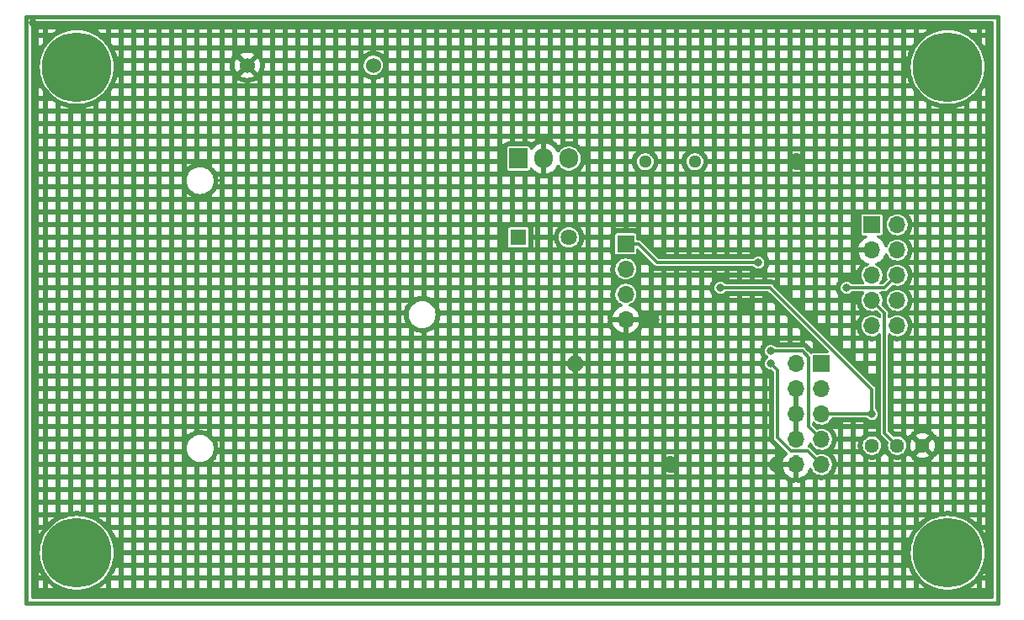
<source format=gbr>
%TF.GenerationSoftware,KiCad,Pcbnew,(6.0.7)*%
%TF.CreationDate,2022-11-01T17:15:19-06:00*%
%TF.ProjectId,BreadboarSchematic,42726561-6462-46f6-9172-536368656d61,rev?*%
%TF.SameCoordinates,Original*%
%TF.FileFunction,Copper,L2,Bot*%
%TF.FilePolarity,Positive*%
%FSLAX46Y46*%
G04 Gerber Fmt 4.6, Leading zero omitted, Abs format (unit mm)*
G04 Created by KiCad (PCBNEW (6.0.7)) date 2022-11-01 17:15:19*
%MOMM*%
%LPD*%
G01*
G04 APERTURE LIST*
%TA.AperFunction,Profile*%
%ADD10C,0.381000*%
%TD*%
%TA.AperFunction,ComponentPad*%
%ADD11R,1.700000X1.700000*%
%TD*%
%TA.AperFunction,ComponentPad*%
%ADD12O,1.700000X1.700000*%
%TD*%
%TA.AperFunction,ComponentPad*%
%ADD13C,7.000000*%
%TD*%
%TA.AperFunction,ComponentPad*%
%ADD14C,1.280000*%
%TD*%
%TA.AperFunction,ComponentPad*%
%ADD15C,1.440000*%
%TD*%
%TA.AperFunction,ComponentPad*%
%ADD16R,1.905000X2.000000*%
%TD*%
%TA.AperFunction,ComponentPad*%
%ADD17O,1.905000X2.000000*%
%TD*%
%TA.AperFunction,ComponentPad*%
%ADD18R,1.635000X1.635000*%
%TD*%
%TA.AperFunction,ComponentPad*%
%ADD19C,1.635000*%
%TD*%
%TA.AperFunction,ComponentPad*%
%ADD20C,1.524000*%
%TD*%
%TA.AperFunction,ViaPad*%
%ADD21C,0.800000*%
%TD*%
%TA.AperFunction,Conductor*%
%ADD22C,0.304800*%
%TD*%
G04 APERTURE END LIST*
D10*
X57150000Y-20955000D02*
X154940000Y-20955000D01*
X154940000Y-20955000D02*
X154940000Y-80010000D01*
X154940000Y-80010000D02*
X57150000Y-80010000D01*
X57150000Y-80010000D02*
X57150000Y-20955000D01*
D11*
%TO.P,J2,1,Pin_1*%
%TO.N,Net-(J2-Pad1)*%
X117475000Y-43825000D03*
D12*
%TO.P,J2,2,Pin_2*%
%TO.N,unconnected-(J2-Pad2)*%
X117475000Y-46365000D03*
%TO.P,J2,3,Pin_3*%
%TO.N,+5VD*%
X117475000Y-48905000D03*
%TO.P,J2,4,Pin_4*%
%TO.N,GND*%
X117475000Y-51445000D03*
%TD*%
D13*
%TO.P,REF\u002A\u002A,1*%
%TO.N,N/C*%
X149860000Y-74930000D03*
%TD*%
D14*
%TO.P,LS1,1*%
%TO.N,Net-(LS1-Pad1)*%
X119420000Y-35560000D03*
%TO.P,LS1,2*%
%TO.N,+5VD*%
X124420000Y-35560000D03*
%TD*%
D15*
%TO.P,RV1,1,1*%
%TO.N,GND*%
X147330000Y-64135000D03*
%TO.P,RV1,2,2*%
%TO.N,Net-(J3-Pad7)*%
X144790000Y-64135000D03*
%TO.P,RV1,3,3*%
%TO.N,+5VD*%
X142250000Y-64135000D03*
%TD*%
D11*
%TO.P,J1,1,Pin_1*%
%TO.N,Net-(J1-Pad1)*%
X137160000Y-55880000D03*
D12*
%TO.P,J1,2,Pin_2*%
%TO.N,+5VD*%
X134620000Y-55880000D03*
%TO.P,J1,3,Pin_3*%
%TO.N,unconnected-(J1-Pad3)*%
X137160000Y-58420000D03*
%TO.P,J1,4,Pin_4*%
%TO.N,GND*%
X134620000Y-58420000D03*
%TO.P,J1,5,Pin_5*%
%TO.N,Net-(J1-Pad5)*%
X137160000Y-60960000D03*
%TO.P,J1,6,Pin_6*%
%TO.N,GND*%
X134620000Y-60960000D03*
%TO.P,J1,7,Pin_7*%
%TO.N,Net-(J1-Pad7)*%
X137160000Y-63500000D03*
%TO.P,J1,8,Pin_8*%
%TO.N,GND*%
X134620000Y-63500000D03*
%TO.P,J1,9,Pin_9*%
%TO.N,Net-(J1-Pad9)*%
X137160000Y-66040000D03*
%TO.P,J1,10,Pin_10*%
%TO.N,GND*%
X134620000Y-66040000D03*
%TD*%
D16*
%TO.P,U1,1,VI*%
%TO.N,Net-(SW1-Pad2)*%
X106680000Y-35235000D03*
D17*
%TO.P,U1,2,GND*%
%TO.N,GND*%
X109220000Y-35235000D03*
%TO.P,U1,3,VO*%
%TO.N,+5VD*%
X111760000Y-35235000D03*
%TD*%
D11*
%TO.P,J3,1,Pin_1*%
%TO.N,unconnected-(J3-Pad1)*%
X142240000Y-41910000D03*
D12*
%TO.P,J3,2,Pin_2*%
%TO.N,unconnected-(J3-Pad2)*%
X144780000Y-41910000D03*
%TO.P,J3,3,Pin_3*%
%TO.N,GND*%
X142240000Y-44450000D03*
%TO.P,J3,4,Pin_4*%
%TO.N,+5VD*%
X144780000Y-44450000D03*
%TO.P,J3,5,Pin_5*%
%TO.N,/SDA*%
X142240000Y-46990000D03*
%TO.P,J3,6,Pin_6*%
%TO.N,/SCL*%
X144780000Y-46990000D03*
%TO.P,J3,7,Pin_7*%
%TO.N,Net-(J3-Pad7)*%
X142240000Y-49530000D03*
%TO.P,J3,8,Pin_8*%
%TO.N,unconnected-(J3-Pad8)*%
X144780000Y-49530000D03*
%TO.P,J3,9,Pin_9*%
%TO.N,unconnected-(J3-Pad9)*%
X142240000Y-52070000D03*
%TO.P,J3,10,Pin_10*%
%TO.N,unconnected-(J3-Pad10)*%
X144780000Y-52070000D03*
%TD*%
D18*
%TO.P,SW1,1,A*%
%TO.N,Net-(BT1-Pad+)*%
X106680000Y-43180000D03*
D19*
%TO.P,SW1,2,B*%
%TO.N,Net-(SW1-Pad2)*%
X111760000Y-43180000D03*
%TD*%
D13*
%TO.P,REF\u002A\u002A,1*%
%TO.N,N/C*%
X149860000Y-26035000D03*
%TD*%
%TO.P,REF\u002A\u002A,1*%
%TO.N,N/C*%
X62230000Y-74930000D03*
%TD*%
D20*
%TO.P,BT1,+*%
%TO.N,Net-(BT1-Pad+)*%
X92075000Y-25855000D03*
%TO.P,BT1,-*%
%TO.N,GND*%
X79375000Y-25855000D03*
%TD*%
D13*
%TO.P,REF\u002A\u002A,1*%
%TO.N,N/C*%
X62230000Y-26035000D03*
%TD*%
D21*
%TO.N,GND*%
X121920000Y-66040000D03*
X120015000Y-51435000D03*
X129540000Y-50165000D03*
X134620000Y-35560000D03*
X132715000Y-66040000D03*
X57785000Y-21590000D03*
X112395000Y-55880000D03*
%TO.N,Net-(J1-Pad5)*%
X142240000Y-60960000D03*
X127000000Y-48260000D03*
%TO.N,Net-(J1-Pad7)*%
X132080000Y-54610000D03*
%TO.N,Net-(J1-Pad9)*%
X132080000Y-55880000D03*
%TO.N,/SCL*%
X139700000Y-48260000D03*
%TO.N,Net-(J2-Pad1)*%
X130810000Y-45720000D03*
%TD*%
D22*
%TO.N,GND*%
X57785000Y-79375000D02*
X154305000Y-79375000D01*
X57785000Y-21590000D02*
X57785000Y-79375000D01*
X154305000Y-21590000D02*
X58420000Y-21590000D01*
X154305000Y-79375000D02*
X154305000Y-21590000D01*
X132715000Y-66040000D02*
X134620000Y-66040000D01*
X57785000Y-21590000D02*
X58420000Y-21590000D01*
%TO.N,Net-(J1-Pad5)*%
X142240000Y-60960000D02*
X137160000Y-60960000D01*
X132016573Y-48260000D02*
X142240000Y-58483427D01*
X142240000Y-58483427D02*
X142240000Y-60960000D01*
X127000000Y-48260000D02*
X132016573Y-48260000D01*
%TO.N,Net-(J1-Pad7)*%
X135890000Y-62230000D02*
X137160000Y-63500000D01*
X135890000Y-55245000D02*
X135890000Y-62230000D01*
X135255000Y-54610000D02*
X135890000Y-55245000D01*
X132080000Y-54610000D02*
X135255000Y-54610000D01*
%TO.N,Net-(J1-Pad9)*%
X135825111Y-64705111D02*
X137160000Y-66040000D01*
X134120826Y-64705111D02*
X135825111Y-64705111D01*
X132715000Y-63299285D02*
X134120826Y-64705111D01*
X132080000Y-55880000D02*
X132715000Y-56515000D01*
X132715000Y-56515000D02*
X132715000Y-63299285D01*
%TO.N,/SCL*%
X143510000Y-48260000D02*
X139700000Y-48260000D01*
X144780000Y-46990000D02*
X143510000Y-48260000D01*
%TO.N,Net-(J3-Pad7)*%
X144790000Y-64135000D02*
X143520000Y-62865000D01*
X143520000Y-62865000D02*
X143510000Y-62865000D01*
X143510000Y-62865000D02*
X143510000Y-50800000D01*
X143510000Y-50800000D02*
X142240000Y-49530000D01*
%TO.N,Net-(J2-Pad1)*%
X130810000Y-45720000D02*
X120650000Y-45720000D01*
X120650000Y-45720000D02*
X118755000Y-43825000D01*
X118755000Y-43825000D02*
X117475000Y-43825000D01*
%TD*%
%TA.AperFunction,Conductor*%
%TO.N,GND*%
G36*
X154247123Y-21610002D02*
G01*
X154293616Y-21663658D01*
X154305002Y-21716000D01*
X154305001Y-36106300D01*
X154305000Y-79249000D01*
X154284998Y-79317121D01*
X154231342Y-79363614D01*
X154179000Y-79375000D01*
X57911000Y-79375000D01*
X57842879Y-79354998D01*
X57796386Y-79301342D01*
X57785000Y-79249000D01*
X57785000Y-78486000D01*
X58419000Y-78486000D01*
X58801000Y-78486000D01*
X58801000Y-77960413D01*
X59307000Y-77960413D01*
X59307000Y-78486000D01*
X59976420Y-78486000D01*
X59774443Y-78354834D01*
X59771701Y-78353002D01*
X59760736Y-78345466D01*
X59758039Y-78343560D01*
X59747370Y-78335808D01*
X59744724Y-78333832D01*
X59734181Y-78325741D01*
X59731597Y-78323703D01*
X59429905Y-78079398D01*
X59427369Y-78077290D01*
X59417255Y-78068652D01*
X59414774Y-78066476D01*
X59404973Y-78057651D01*
X59402550Y-78055411D01*
X59392906Y-78046259D01*
X59390545Y-78043958D01*
X59307000Y-77960413D01*
X58801000Y-77960413D01*
X58801000Y-77722000D01*
X58419000Y-77722000D01*
X58419000Y-78486000D01*
X57785000Y-78486000D01*
X57785000Y-76723153D01*
X58419000Y-76723153D01*
X58419000Y-77216000D01*
X58695054Y-77216000D01*
X58593732Y-77059977D01*
X58591975Y-77057192D01*
X58585027Y-77045855D01*
X58583338Y-77043017D01*
X58576744Y-77031596D01*
X58575130Y-77028713D01*
X58568785Y-77017026D01*
X58567251Y-77014111D01*
X58419000Y-76723153D01*
X57785000Y-76723153D01*
X57785001Y-74930000D01*
X58521217Y-74930000D01*
X58541534Y-75317673D01*
X58602263Y-75701099D01*
X58702738Y-76076077D01*
X58841858Y-76438498D01*
X58843356Y-76441438D01*
X58986898Y-76723153D01*
X59018100Y-76784391D01*
X59229532Y-77109968D01*
X59473837Y-77411660D01*
X59748340Y-77686163D01*
X59750915Y-77688248D01*
X60047460Y-77928386D01*
X60047469Y-77928393D01*
X60050032Y-77930468D01*
X60375608Y-78141900D01*
X60721502Y-78318142D01*
X61083923Y-78457262D01*
X61458901Y-78557737D01*
X61662588Y-78589998D01*
X61839079Y-78617952D01*
X61839087Y-78617953D01*
X61842327Y-78618466D01*
X62230000Y-78638783D01*
X62617673Y-78618466D01*
X62620913Y-78617953D01*
X62620921Y-78617952D01*
X62797412Y-78589998D01*
X63001099Y-78557737D01*
X63268825Y-78486000D01*
X64483580Y-78486000D01*
X65151000Y-78486000D01*
X65657000Y-78486000D01*
X66421000Y-78486000D01*
X66927000Y-78486000D01*
X67691000Y-78486000D01*
X68197000Y-78486000D01*
X68961000Y-78486000D01*
X69467000Y-78486000D01*
X70231000Y-78486000D01*
X70737000Y-78486000D01*
X71501000Y-78486000D01*
X72007000Y-78486000D01*
X72771000Y-78486000D01*
X73277000Y-78486000D01*
X74041000Y-78486000D01*
X74547000Y-78486000D01*
X75311000Y-78486000D01*
X75817000Y-78486000D01*
X76581000Y-78486000D01*
X77087000Y-78486000D01*
X77851000Y-78486000D01*
X78357000Y-78486000D01*
X79121000Y-78486000D01*
X79627000Y-78486000D01*
X80391000Y-78486000D01*
X80897000Y-78486000D01*
X81661000Y-78486000D01*
X82167000Y-78486000D01*
X82931000Y-78486000D01*
X83437000Y-78486000D01*
X84201000Y-78486000D01*
X84707000Y-78486000D01*
X85471000Y-78486000D01*
X85977000Y-78486000D01*
X86741000Y-78486000D01*
X87247000Y-78486000D01*
X88011000Y-78486000D01*
X88517000Y-78486000D01*
X89281000Y-78486000D01*
X89787000Y-78486000D01*
X90551000Y-78486000D01*
X91057000Y-78486000D01*
X91821000Y-78486000D01*
X92327000Y-78486000D01*
X93091000Y-78486000D01*
X93597000Y-78486000D01*
X94361000Y-78486000D01*
X94867000Y-78486000D01*
X95631000Y-78486000D01*
X96137000Y-78486000D01*
X96901000Y-78486000D01*
X97407000Y-78486000D01*
X98171000Y-78486000D01*
X98677000Y-78486000D01*
X99441000Y-78486000D01*
X99947000Y-78486000D01*
X100711000Y-78486000D01*
X101217000Y-78486000D01*
X101981000Y-78486000D01*
X102487000Y-78486000D01*
X103251000Y-78486000D01*
X103757000Y-78486000D01*
X104521000Y-78486000D01*
X105027000Y-78486000D01*
X105791000Y-78486000D01*
X106297000Y-78486000D01*
X107061000Y-78486000D01*
X107567000Y-78486000D01*
X108331000Y-78486000D01*
X108837000Y-78486000D01*
X109601000Y-78486000D01*
X110107000Y-78486000D01*
X110871000Y-78486000D01*
X111377000Y-78486000D01*
X112141000Y-78486000D01*
X112647000Y-78486000D01*
X113411000Y-78486000D01*
X113917000Y-78486000D01*
X114681000Y-78486000D01*
X115187000Y-78486000D01*
X115951000Y-78486000D01*
X116457000Y-78486000D01*
X117221000Y-78486000D01*
X117727000Y-78486000D01*
X118491000Y-78486000D01*
X118997000Y-78486000D01*
X119761000Y-78486000D01*
X120267000Y-78486000D01*
X121031000Y-78486000D01*
X121537000Y-78486000D01*
X122301000Y-78486000D01*
X122807000Y-78486000D01*
X123571000Y-78486000D01*
X124077000Y-78486000D01*
X124841000Y-78486000D01*
X125347000Y-78486000D01*
X126111000Y-78486000D01*
X126617000Y-78486000D01*
X127381000Y-78486000D01*
X127887000Y-78486000D01*
X128651000Y-78486000D01*
X129157000Y-78486000D01*
X129921000Y-78486000D01*
X130427000Y-78486000D01*
X131191000Y-78486000D01*
X131697000Y-78486000D01*
X132461000Y-78486000D01*
X132967000Y-78486000D01*
X133731000Y-78486000D01*
X134237000Y-78486000D01*
X135001000Y-78486000D01*
X135507000Y-78486000D01*
X136271000Y-78486000D01*
X136777000Y-78486000D01*
X137541000Y-78486000D01*
X138047000Y-78486000D01*
X138811000Y-78486000D01*
X139317000Y-78486000D01*
X140081000Y-78486000D01*
X140587000Y-78486000D01*
X141351000Y-78486000D01*
X141857000Y-78486000D01*
X142621000Y-78486000D01*
X143127000Y-78486000D01*
X143891000Y-78486000D01*
X144397000Y-78486000D01*
X145161000Y-78486000D01*
X145667000Y-78486000D01*
X146431000Y-78486000D01*
X146431000Y-77960413D01*
X146937000Y-77960413D01*
X146937000Y-78486000D01*
X147606420Y-78486000D01*
X147404443Y-78354834D01*
X147401701Y-78353002D01*
X147390736Y-78345466D01*
X147388039Y-78343560D01*
X147377370Y-78335808D01*
X147374724Y-78333832D01*
X147364181Y-78325741D01*
X147361597Y-78323703D01*
X147059905Y-78079398D01*
X147057369Y-78077290D01*
X147047255Y-78068652D01*
X147044774Y-78066476D01*
X147034973Y-78057651D01*
X147032550Y-78055411D01*
X147022906Y-78046259D01*
X147020545Y-78043958D01*
X146937000Y-77960413D01*
X146431000Y-77960413D01*
X146431000Y-77722000D01*
X145667000Y-77722000D01*
X145667000Y-78486000D01*
X145161000Y-78486000D01*
X145161000Y-77722000D01*
X144397000Y-77722000D01*
X144397000Y-78486000D01*
X143891000Y-78486000D01*
X143891000Y-77722000D01*
X143127000Y-77722000D01*
X143127000Y-78486000D01*
X142621000Y-78486000D01*
X142621000Y-77722000D01*
X141857000Y-77722000D01*
X141857000Y-78486000D01*
X141351000Y-78486000D01*
X141351000Y-77722000D01*
X140587000Y-77722000D01*
X140587000Y-78486000D01*
X140081000Y-78486000D01*
X140081000Y-77722000D01*
X139317000Y-77722000D01*
X139317000Y-78486000D01*
X138811000Y-78486000D01*
X138811000Y-77722000D01*
X138047000Y-77722000D01*
X138047000Y-78486000D01*
X137541000Y-78486000D01*
X137541000Y-77722000D01*
X136777000Y-77722000D01*
X136777000Y-78486000D01*
X136271000Y-78486000D01*
X136271000Y-77722000D01*
X135507000Y-77722000D01*
X135507000Y-78486000D01*
X135001000Y-78486000D01*
X135001000Y-77722000D01*
X134237000Y-77722000D01*
X134237000Y-78486000D01*
X133731000Y-78486000D01*
X133731000Y-77722000D01*
X132967000Y-77722000D01*
X132967000Y-78486000D01*
X132461000Y-78486000D01*
X132461000Y-77722000D01*
X131697000Y-77722000D01*
X131697000Y-78486000D01*
X131191000Y-78486000D01*
X131191000Y-77722000D01*
X130427000Y-77722000D01*
X130427000Y-78486000D01*
X129921000Y-78486000D01*
X129921000Y-77722000D01*
X129157000Y-77722000D01*
X129157000Y-78486000D01*
X128651000Y-78486000D01*
X128651000Y-77722000D01*
X127887000Y-77722000D01*
X127887000Y-78486000D01*
X127381000Y-78486000D01*
X127381000Y-77722000D01*
X126617000Y-77722000D01*
X126617000Y-78486000D01*
X126111000Y-78486000D01*
X126111000Y-77722000D01*
X125347000Y-77722000D01*
X125347000Y-78486000D01*
X124841000Y-78486000D01*
X124841000Y-77722000D01*
X124077000Y-77722000D01*
X124077000Y-78486000D01*
X123571000Y-78486000D01*
X123571000Y-77722000D01*
X122807000Y-77722000D01*
X122807000Y-78486000D01*
X122301000Y-78486000D01*
X122301000Y-77722000D01*
X121537000Y-77722000D01*
X121537000Y-78486000D01*
X121031000Y-78486000D01*
X121031000Y-77722000D01*
X120267000Y-77722000D01*
X120267000Y-78486000D01*
X119761000Y-78486000D01*
X119761000Y-77722000D01*
X118997000Y-77722000D01*
X118997000Y-78486000D01*
X118491000Y-78486000D01*
X118491000Y-77722000D01*
X117727000Y-77722000D01*
X117727000Y-78486000D01*
X117221000Y-78486000D01*
X117221000Y-77722000D01*
X116457000Y-77722000D01*
X116457000Y-78486000D01*
X115951000Y-78486000D01*
X115951000Y-77722000D01*
X115187000Y-77722000D01*
X115187000Y-78486000D01*
X114681000Y-78486000D01*
X114681000Y-77722000D01*
X113917000Y-77722000D01*
X113917000Y-78486000D01*
X113411000Y-78486000D01*
X113411000Y-77722000D01*
X112647000Y-77722000D01*
X112647000Y-78486000D01*
X112141000Y-78486000D01*
X112141000Y-77722000D01*
X111377000Y-77722000D01*
X111377000Y-78486000D01*
X110871000Y-78486000D01*
X110871000Y-77722000D01*
X110107000Y-77722000D01*
X110107000Y-78486000D01*
X109601000Y-78486000D01*
X109601000Y-77722000D01*
X108837000Y-77722000D01*
X108837000Y-78486000D01*
X108331000Y-78486000D01*
X108331000Y-77722000D01*
X107567000Y-77722000D01*
X107567000Y-78486000D01*
X107061000Y-78486000D01*
X107061000Y-77722000D01*
X106297000Y-77722000D01*
X106297000Y-78486000D01*
X105791000Y-78486000D01*
X105791000Y-77722000D01*
X105027000Y-77722000D01*
X105027000Y-78486000D01*
X104521000Y-78486000D01*
X104521000Y-77722000D01*
X103757000Y-77722000D01*
X103757000Y-78486000D01*
X103251000Y-78486000D01*
X103251000Y-77722000D01*
X102487000Y-77722000D01*
X102487000Y-78486000D01*
X101981000Y-78486000D01*
X101981000Y-77722000D01*
X101217000Y-77722000D01*
X101217000Y-78486000D01*
X100711000Y-78486000D01*
X100711000Y-77722000D01*
X99947000Y-77722000D01*
X99947000Y-78486000D01*
X99441000Y-78486000D01*
X99441000Y-77722000D01*
X98677000Y-77722000D01*
X98677000Y-78486000D01*
X98171000Y-78486000D01*
X98171000Y-77722000D01*
X97407000Y-77722000D01*
X97407000Y-78486000D01*
X96901000Y-78486000D01*
X96901000Y-77722000D01*
X96137000Y-77722000D01*
X96137000Y-78486000D01*
X95631000Y-78486000D01*
X95631000Y-77722000D01*
X94867000Y-77722000D01*
X94867000Y-78486000D01*
X94361000Y-78486000D01*
X94361000Y-77722000D01*
X93597000Y-77722000D01*
X93597000Y-78486000D01*
X93091000Y-78486000D01*
X93091000Y-77722000D01*
X92327000Y-77722000D01*
X92327000Y-78486000D01*
X91821000Y-78486000D01*
X91821000Y-77722000D01*
X91057000Y-77722000D01*
X91057000Y-78486000D01*
X90551000Y-78486000D01*
X90551000Y-77722000D01*
X89787000Y-77722000D01*
X89787000Y-78486000D01*
X89281000Y-78486000D01*
X89281000Y-77722000D01*
X88517000Y-77722000D01*
X88517000Y-78486000D01*
X88011000Y-78486000D01*
X88011000Y-77722000D01*
X87247000Y-77722000D01*
X87247000Y-78486000D01*
X86741000Y-78486000D01*
X86741000Y-77722000D01*
X85977000Y-77722000D01*
X85977000Y-78486000D01*
X85471000Y-78486000D01*
X85471000Y-77722000D01*
X84707000Y-77722000D01*
X84707000Y-78486000D01*
X84201000Y-78486000D01*
X84201000Y-77722000D01*
X83437000Y-77722000D01*
X83437000Y-78486000D01*
X82931000Y-78486000D01*
X82931000Y-77722000D01*
X82167000Y-77722000D01*
X82167000Y-78486000D01*
X81661000Y-78486000D01*
X81661000Y-77722000D01*
X80897000Y-77722000D01*
X80897000Y-78486000D01*
X80391000Y-78486000D01*
X80391000Y-77722000D01*
X79627000Y-77722000D01*
X79627000Y-78486000D01*
X79121000Y-78486000D01*
X79121000Y-77722000D01*
X78357000Y-77722000D01*
X78357000Y-78486000D01*
X77851000Y-78486000D01*
X77851000Y-77722000D01*
X77087000Y-77722000D01*
X77087000Y-78486000D01*
X76581000Y-78486000D01*
X76581000Y-77722000D01*
X75817000Y-77722000D01*
X75817000Y-78486000D01*
X75311000Y-78486000D01*
X75311000Y-77722000D01*
X74547000Y-77722000D01*
X74547000Y-78486000D01*
X74041000Y-78486000D01*
X74041000Y-77722000D01*
X73277000Y-77722000D01*
X73277000Y-78486000D01*
X72771000Y-78486000D01*
X72771000Y-77722000D01*
X72007000Y-77722000D01*
X72007000Y-78486000D01*
X71501000Y-78486000D01*
X71501000Y-77722000D01*
X70737000Y-77722000D01*
X70737000Y-78486000D01*
X70231000Y-78486000D01*
X70231000Y-77722000D01*
X69467000Y-77722000D01*
X69467000Y-78486000D01*
X68961000Y-78486000D01*
X68961000Y-77722000D01*
X68197000Y-77722000D01*
X68197000Y-78486000D01*
X67691000Y-78486000D01*
X67691000Y-77722000D01*
X66927000Y-77722000D01*
X66927000Y-78486000D01*
X66421000Y-78486000D01*
X66421000Y-77722000D01*
X65657000Y-77722000D01*
X65657000Y-78486000D01*
X65151000Y-78486000D01*
X65151000Y-77962413D01*
X65069455Y-78043958D01*
X65067094Y-78046259D01*
X65057450Y-78055411D01*
X65055027Y-78057651D01*
X65045226Y-78066476D01*
X65042745Y-78068652D01*
X65032631Y-78077290D01*
X65030095Y-78079398D01*
X64728403Y-78323703D01*
X64725819Y-78325741D01*
X64715276Y-78333832D01*
X64712630Y-78335808D01*
X64701961Y-78343560D01*
X64699264Y-78345466D01*
X64688299Y-78353002D01*
X64685557Y-78354834D01*
X64483580Y-78486000D01*
X63268825Y-78486000D01*
X63376077Y-78457262D01*
X63738498Y-78318142D01*
X64084392Y-78141900D01*
X64409968Y-77930468D01*
X64412531Y-77928393D01*
X64412540Y-77928386D01*
X64709085Y-77688248D01*
X64711660Y-77686163D01*
X64986163Y-77411660D01*
X65144605Y-77216000D01*
X65764946Y-77216000D01*
X66421000Y-77216000D01*
X66927000Y-77216000D01*
X67691000Y-77216000D01*
X68197000Y-77216000D01*
X68961000Y-77216000D01*
X69467000Y-77216000D01*
X70231000Y-77216000D01*
X70737000Y-77216000D01*
X71501000Y-77216000D01*
X72007000Y-77216000D01*
X72771000Y-77216000D01*
X73277000Y-77216000D01*
X74041000Y-77216000D01*
X74547000Y-77216000D01*
X75311000Y-77216000D01*
X75817000Y-77216000D01*
X76581000Y-77216000D01*
X77087000Y-77216000D01*
X77851000Y-77216000D01*
X78357000Y-77216000D01*
X79121000Y-77216000D01*
X79627000Y-77216000D01*
X80391000Y-77216000D01*
X80897000Y-77216000D01*
X81661000Y-77216000D01*
X82167000Y-77216000D01*
X82931000Y-77216000D01*
X83437000Y-77216000D01*
X84201000Y-77216000D01*
X84707000Y-77216000D01*
X85471000Y-77216000D01*
X85977000Y-77216000D01*
X86741000Y-77216000D01*
X87247000Y-77216000D01*
X88011000Y-77216000D01*
X88517000Y-77216000D01*
X89281000Y-77216000D01*
X89787000Y-77216000D01*
X90551000Y-77216000D01*
X91057000Y-77216000D01*
X91821000Y-77216000D01*
X92327000Y-77216000D01*
X93091000Y-77216000D01*
X93597000Y-77216000D01*
X94361000Y-77216000D01*
X94867000Y-77216000D01*
X95631000Y-77216000D01*
X96137000Y-77216000D01*
X96901000Y-77216000D01*
X97407000Y-77216000D01*
X98171000Y-77216000D01*
X98677000Y-77216000D01*
X99441000Y-77216000D01*
X99947000Y-77216000D01*
X100711000Y-77216000D01*
X101217000Y-77216000D01*
X101981000Y-77216000D01*
X102487000Y-77216000D01*
X103251000Y-77216000D01*
X103757000Y-77216000D01*
X104521000Y-77216000D01*
X105027000Y-77216000D01*
X105791000Y-77216000D01*
X106297000Y-77216000D01*
X107061000Y-77216000D01*
X107567000Y-77216000D01*
X108331000Y-77216000D01*
X108837000Y-77216000D01*
X109601000Y-77216000D01*
X110107000Y-77216000D01*
X110871000Y-77216000D01*
X111377000Y-77216000D01*
X112141000Y-77216000D01*
X112647000Y-77216000D01*
X113411000Y-77216000D01*
X113917000Y-77216000D01*
X114681000Y-77216000D01*
X115187000Y-77216000D01*
X115951000Y-77216000D01*
X116457000Y-77216000D01*
X117221000Y-77216000D01*
X117727000Y-77216000D01*
X118491000Y-77216000D01*
X118997000Y-77216000D01*
X119761000Y-77216000D01*
X120267000Y-77216000D01*
X121031000Y-77216000D01*
X121537000Y-77216000D01*
X122301000Y-77216000D01*
X122807000Y-77216000D01*
X123571000Y-77216000D01*
X124077000Y-77216000D01*
X124841000Y-77216000D01*
X125347000Y-77216000D01*
X126111000Y-77216000D01*
X126617000Y-77216000D01*
X127381000Y-77216000D01*
X127887000Y-77216000D01*
X128651000Y-77216000D01*
X129157000Y-77216000D01*
X129921000Y-77216000D01*
X130427000Y-77216000D01*
X131191000Y-77216000D01*
X131697000Y-77216000D01*
X132461000Y-77216000D01*
X132967000Y-77216000D01*
X133731000Y-77216000D01*
X134237000Y-77216000D01*
X135001000Y-77216000D01*
X135507000Y-77216000D01*
X136271000Y-77216000D01*
X136777000Y-77216000D01*
X137541000Y-77216000D01*
X138047000Y-77216000D01*
X138811000Y-77216000D01*
X139317000Y-77216000D01*
X140081000Y-77216000D01*
X140587000Y-77216000D01*
X141351000Y-77216000D01*
X141857000Y-77216000D01*
X142621000Y-77216000D01*
X143127000Y-77216000D01*
X143891000Y-77216000D01*
X144397000Y-77216000D01*
X145161000Y-77216000D01*
X145667000Y-77216000D01*
X146325054Y-77216000D01*
X146223732Y-77059977D01*
X146221975Y-77057192D01*
X146215027Y-77045855D01*
X146213338Y-77043017D01*
X146206744Y-77031596D01*
X146205130Y-77028713D01*
X146198785Y-77017026D01*
X146197251Y-77014111D01*
X146021009Y-76668218D01*
X146019552Y-76665264D01*
X146013822Y-76653252D01*
X146012437Y-76650247D01*
X146007073Y-76638198D01*
X146005772Y-76635170D01*
X146000687Y-76622893D01*
X145999466Y-76619831D01*
X145935042Y-76452000D01*
X145667000Y-76452000D01*
X145667000Y-77216000D01*
X145161000Y-77216000D01*
X145161000Y-76452000D01*
X144397000Y-76452000D01*
X144397000Y-77216000D01*
X143891000Y-77216000D01*
X143891000Y-76452000D01*
X143127000Y-76452000D01*
X143127000Y-77216000D01*
X142621000Y-77216000D01*
X142621000Y-76452000D01*
X141857000Y-76452000D01*
X141857000Y-77216000D01*
X141351000Y-77216000D01*
X141351000Y-76452000D01*
X140587000Y-76452000D01*
X140587000Y-77216000D01*
X140081000Y-77216000D01*
X140081000Y-76452000D01*
X139317000Y-76452000D01*
X139317000Y-77216000D01*
X138811000Y-77216000D01*
X138811000Y-76452000D01*
X138047000Y-76452000D01*
X138047000Y-77216000D01*
X137541000Y-77216000D01*
X137541000Y-76452000D01*
X136777000Y-76452000D01*
X136777000Y-77216000D01*
X136271000Y-77216000D01*
X136271000Y-76452000D01*
X135507000Y-76452000D01*
X135507000Y-77216000D01*
X135001000Y-77216000D01*
X135001000Y-76452000D01*
X134237000Y-76452000D01*
X134237000Y-77216000D01*
X133731000Y-77216000D01*
X133731000Y-76452000D01*
X132967000Y-76452000D01*
X132967000Y-77216000D01*
X132461000Y-77216000D01*
X132461000Y-76452000D01*
X131697000Y-76452000D01*
X131697000Y-77216000D01*
X131191000Y-77216000D01*
X131191000Y-76452000D01*
X130427000Y-76452000D01*
X130427000Y-77216000D01*
X129921000Y-77216000D01*
X129921000Y-76452000D01*
X129157000Y-76452000D01*
X129157000Y-77216000D01*
X128651000Y-77216000D01*
X128651000Y-76452000D01*
X127887000Y-76452000D01*
X127887000Y-77216000D01*
X127381000Y-77216000D01*
X127381000Y-76452000D01*
X126617000Y-76452000D01*
X126617000Y-77216000D01*
X126111000Y-77216000D01*
X126111000Y-76452000D01*
X125347000Y-76452000D01*
X125347000Y-77216000D01*
X124841000Y-77216000D01*
X124841000Y-76452000D01*
X124077000Y-76452000D01*
X124077000Y-77216000D01*
X123571000Y-77216000D01*
X123571000Y-76452000D01*
X122807000Y-76452000D01*
X122807000Y-77216000D01*
X122301000Y-77216000D01*
X122301000Y-76452000D01*
X121537000Y-76452000D01*
X121537000Y-77216000D01*
X121031000Y-77216000D01*
X121031000Y-76452000D01*
X120267000Y-76452000D01*
X120267000Y-77216000D01*
X119761000Y-77216000D01*
X119761000Y-76452000D01*
X118997000Y-76452000D01*
X118997000Y-77216000D01*
X118491000Y-77216000D01*
X118491000Y-76452000D01*
X117727000Y-76452000D01*
X117727000Y-77216000D01*
X117221000Y-77216000D01*
X117221000Y-76452000D01*
X116457000Y-76452000D01*
X116457000Y-77216000D01*
X115951000Y-77216000D01*
X115951000Y-76452000D01*
X115187000Y-76452000D01*
X115187000Y-77216000D01*
X114681000Y-77216000D01*
X114681000Y-76452000D01*
X113917000Y-76452000D01*
X113917000Y-77216000D01*
X113411000Y-77216000D01*
X113411000Y-76452000D01*
X112647000Y-76452000D01*
X112647000Y-77216000D01*
X112141000Y-77216000D01*
X112141000Y-76452000D01*
X111377000Y-76452000D01*
X111377000Y-77216000D01*
X110871000Y-77216000D01*
X110871000Y-76452000D01*
X110107000Y-76452000D01*
X110107000Y-77216000D01*
X109601000Y-77216000D01*
X109601000Y-76452000D01*
X108837000Y-76452000D01*
X108837000Y-77216000D01*
X108331000Y-77216000D01*
X108331000Y-76452000D01*
X107567000Y-76452000D01*
X107567000Y-77216000D01*
X107061000Y-77216000D01*
X107061000Y-76452000D01*
X106297000Y-76452000D01*
X106297000Y-77216000D01*
X105791000Y-77216000D01*
X105791000Y-76452000D01*
X105027000Y-76452000D01*
X105027000Y-77216000D01*
X104521000Y-77216000D01*
X104521000Y-76452000D01*
X103757000Y-76452000D01*
X103757000Y-77216000D01*
X103251000Y-77216000D01*
X103251000Y-76452000D01*
X102487000Y-76452000D01*
X102487000Y-77216000D01*
X101981000Y-77216000D01*
X101981000Y-76452000D01*
X101217000Y-76452000D01*
X101217000Y-77216000D01*
X100711000Y-77216000D01*
X100711000Y-76452000D01*
X99947000Y-76452000D01*
X99947000Y-77216000D01*
X99441000Y-77216000D01*
X99441000Y-76452000D01*
X98677000Y-76452000D01*
X98677000Y-77216000D01*
X98171000Y-77216000D01*
X98171000Y-76452000D01*
X97407000Y-76452000D01*
X97407000Y-77216000D01*
X96901000Y-77216000D01*
X96901000Y-76452000D01*
X96137000Y-76452000D01*
X96137000Y-77216000D01*
X95631000Y-77216000D01*
X95631000Y-76452000D01*
X94867000Y-76452000D01*
X94867000Y-77216000D01*
X94361000Y-77216000D01*
X94361000Y-76452000D01*
X93597000Y-76452000D01*
X93597000Y-77216000D01*
X93091000Y-77216000D01*
X93091000Y-76452000D01*
X92327000Y-76452000D01*
X92327000Y-77216000D01*
X91821000Y-77216000D01*
X91821000Y-76452000D01*
X91057000Y-76452000D01*
X91057000Y-77216000D01*
X90551000Y-77216000D01*
X90551000Y-76452000D01*
X89787000Y-76452000D01*
X89787000Y-77216000D01*
X89281000Y-77216000D01*
X89281000Y-76452000D01*
X88517000Y-76452000D01*
X88517000Y-77216000D01*
X88011000Y-77216000D01*
X88011000Y-76452000D01*
X87247000Y-76452000D01*
X87247000Y-77216000D01*
X86741000Y-77216000D01*
X86741000Y-76452000D01*
X85977000Y-76452000D01*
X85977000Y-77216000D01*
X85471000Y-77216000D01*
X85471000Y-76452000D01*
X84707000Y-76452000D01*
X84707000Y-77216000D01*
X84201000Y-77216000D01*
X84201000Y-76452000D01*
X83437000Y-76452000D01*
X83437000Y-77216000D01*
X82931000Y-77216000D01*
X82931000Y-76452000D01*
X82167000Y-76452000D01*
X82167000Y-77216000D01*
X81661000Y-77216000D01*
X81661000Y-76452000D01*
X80897000Y-76452000D01*
X80897000Y-77216000D01*
X80391000Y-77216000D01*
X80391000Y-76452000D01*
X79627000Y-76452000D01*
X79627000Y-77216000D01*
X79121000Y-77216000D01*
X79121000Y-76452000D01*
X78357000Y-76452000D01*
X78357000Y-77216000D01*
X77851000Y-77216000D01*
X77851000Y-76452000D01*
X77087000Y-76452000D01*
X77087000Y-77216000D01*
X76581000Y-77216000D01*
X76581000Y-76452000D01*
X75817000Y-76452000D01*
X75817000Y-77216000D01*
X75311000Y-77216000D01*
X75311000Y-76452000D01*
X74547000Y-76452000D01*
X74547000Y-77216000D01*
X74041000Y-77216000D01*
X74041000Y-76452000D01*
X73277000Y-76452000D01*
X73277000Y-77216000D01*
X72771000Y-77216000D01*
X72771000Y-76452000D01*
X72007000Y-76452000D01*
X72007000Y-77216000D01*
X71501000Y-77216000D01*
X71501000Y-76452000D01*
X70737000Y-76452000D01*
X70737000Y-77216000D01*
X70231000Y-77216000D01*
X70231000Y-76452000D01*
X69467000Y-76452000D01*
X69467000Y-77216000D01*
X68961000Y-77216000D01*
X68961000Y-76452000D01*
X68197000Y-76452000D01*
X68197000Y-77216000D01*
X67691000Y-77216000D01*
X67691000Y-76452000D01*
X66927000Y-76452000D01*
X66927000Y-77216000D01*
X66421000Y-77216000D01*
X66421000Y-76452000D01*
X66154958Y-76452000D01*
X66090534Y-76619831D01*
X66089313Y-76622893D01*
X66084228Y-76635170D01*
X66082927Y-76638198D01*
X66077563Y-76650247D01*
X66076178Y-76653252D01*
X66070448Y-76665264D01*
X66068991Y-76668218D01*
X65892749Y-77014111D01*
X65891215Y-77017026D01*
X65884870Y-77028713D01*
X65883256Y-77031596D01*
X65876662Y-77043017D01*
X65874973Y-77045855D01*
X65868025Y-77057192D01*
X65866268Y-77059977D01*
X65764946Y-77216000D01*
X65144605Y-77216000D01*
X65230468Y-77109968D01*
X65441900Y-76784391D01*
X65473103Y-76723153D01*
X65616644Y-76441438D01*
X65618142Y-76438498D01*
X65757262Y-76076077D01*
X65792116Y-75946000D01*
X66927000Y-75946000D01*
X67691000Y-75946000D01*
X68197000Y-75946000D01*
X68961000Y-75946000D01*
X69467000Y-75946000D01*
X70231000Y-75946000D01*
X70737000Y-75946000D01*
X71501000Y-75946000D01*
X72007000Y-75946000D01*
X72771000Y-75946000D01*
X73277000Y-75946000D01*
X74041000Y-75946000D01*
X74547000Y-75946000D01*
X75311000Y-75946000D01*
X75817000Y-75946000D01*
X76581000Y-75946000D01*
X77087000Y-75946000D01*
X77851000Y-75946000D01*
X78357000Y-75946000D01*
X79121000Y-75946000D01*
X79627000Y-75946000D01*
X80391000Y-75946000D01*
X80897000Y-75946000D01*
X81661000Y-75946000D01*
X82167000Y-75946000D01*
X82931000Y-75946000D01*
X83437000Y-75946000D01*
X84201000Y-75946000D01*
X84707000Y-75946000D01*
X85471000Y-75946000D01*
X85977000Y-75946000D01*
X86741000Y-75946000D01*
X87247000Y-75946000D01*
X88011000Y-75946000D01*
X88517000Y-75946000D01*
X89281000Y-75946000D01*
X89787000Y-75946000D01*
X90551000Y-75946000D01*
X91057000Y-75946000D01*
X91821000Y-75946000D01*
X92327000Y-75946000D01*
X93091000Y-75946000D01*
X93597000Y-75946000D01*
X94361000Y-75946000D01*
X94867000Y-75946000D01*
X95631000Y-75946000D01*
X96137000Y-75946000D01*
X96901000Y-75946000D01*
X97407000Y-75946000D01*
X98171000Y-75946000D01*
X98677000Y-75946000D01*
X99441000Y-75946000D01*
X99947000Y-75946000D01*
X100711000Y-75946000D01*
X101217000Y-75946000D01*
X101981000Y-75946000D01*
X102487000Y-75946000D01*
X103251000Y-75946000D01*
X103757000Y-75946000D01*
X104521000Y-75946000D01*
X105027000Y-75946000D01*
X105791000Y-75946000D01*
X106297000Y-75946000D01*
X107061000Y-75946000D01*
X107567000Y-75946000D01*
X108331000Y-75946000D01*
X108837000Y-75946000D01*
X109601000Y-75946000D01*
X110107000Y-75946000D01*
X110871000Y-75946000D01*
X111377000Y-75946000D01*
X112141000Y-75946000D01*
X112647000Y-75946000D01*
X113411000Y-75946000D01*
X113917000Y-75946000D01*
X114681000Y-75946000D01*
X115187000Y-75946000D01*
X115951000Y-75946000D01*
X116457000Y-75946000D01*
X117221000Y-75946000D01*
X117727000Y-75946000D01*
X118491000Y-75946000D01*
X118997000Y-75946000D01*
X119761000Y-75946000D01*
X120267000Y-75946000D01*
X121031000Y-75946000D01*
X121537000Y-75946000D01*
X122301000Y-75946000D01*
X122807000Y-75946000D01*
X123571000Y-75946000D01*
X124077000Y-75946000D01*
X124841000Y-75946000D01*
X125347000Y-75946000D01*
X126111000Y-75946000D01*
X126617000Y-75946000D01*
X127381000Y-75946000D01*
X127887000Y-75946000D01*
X128651000Y-75946000D01*
X129157000Y-75946000D01*
X129921000Y-75946000D01*
X130427000Y-75946000D01*
X131191000Y-75946000D01*
X131697000Y-75946000D01*
X132461000Y-75946000D01*
X132967000Y-75946000D01*
X133731000Y-75946000D01*
X134237000Y-75946000D01*
X135001000Y-75946000D01*
X135507000Y-75946000D01*
X136271000Y-75946000D01*
X136777000Y-75946000D01*
X137541000Y-75946000D01*
X138047000Y-75946000D01*
X138811000Y-75946000D01*
X139317000Y-75946000D01*
X140081000Y-75946000D01*
X140587000Y-75946000D01*
X141351000Y-75946000D01*
X141857000Y-75946000D01*
X142621000Y-75946000D01*
X143127000Y-75946000D01*
X143891000Y-75946000D01*
X144397000Y-75946000D01*
X145161000Y-75946000D01*
X145161000Y-75182000D01*
X144397000Y-75182000D01*
X144397000Y-75946000D01*
X143891000Y-75946000D01*
X143891000Y-75182000D01*
X143127000Y-75182000D01*
X143127000Y-75946000D01*
X142621000Y-75946000D01*
X142621000Y-75182000D01*
X141857000Y-75182000D01*
X141857000Y-75946000D01*
X141351000Y-75946000D01*
X141351000Y-75182000D01*
X140587000Y-75182000D01*
X140587000Y-75946000D01*
X140081000Y-75946000D01*
X140081000Y-75182000D01*
X139317000Y-75182000D01*
X139317000Y-75946000D01*
X138811000Y-75946000D01*
X138811000Y-75182000D01*
X138047000Y-75182000D01*
X138047000Y-75946000D01*
X137541000Y-75946000D01*
X137541000Y-75182000D01*
X136777000Y-75182000D01*
X136777000Y-75946000D01*
X136271000Y-75946000D01*
X136271000Y-75182000D01*
X135507000Y-75182000D01*
X135507000Y-75946000D01*
X135001000Y-75946000D01*
X135001000Y-75182000D01*
X134237000Y-75182000D01*
X134237000Y-75946000D01*
X133731000Y-75946000D01*
X133731000Y-75182000D01*
X132967000Y-75182000D01*
X132967000Y-75946000D01*
X132461000Y-75946000D01*
X132461000Y-75182000D01*
X131697000Y-75182000D01*
X131697000Y-75946000D01*
X131191000Y-75946000D01*
X131191000Y-75182000D01*
X130427000Y-75182000D01*
X130427000Y-75946000D01*
X129921000Y-75946000D01*
X129921000Y-75182000D01*
X129157000Y-75182000D01*
X129157000Y-75946000D01*
X128651000Y-75946000D01*
X128651000Y-75182000D01*
X127887000Y-75182000D01*
X127887000Y-75946000D01*
X127381000Y-75946000D01*
X127381000Y-75182000D01*
X126617000Y-75182000D01*
X126617000Y-75946000D01*
X126111000Y-75946000D01*
X126111000Y-75182000D01*
X125347000Y-75182000D01*
X125347000Y-75946000D01*
X124841000Y-75946000D01*
X124841000Y-75182000D01*
X124077000Y-75182000D01*
X124077000Y-75946000D01*
X123571000Y-75946000D01*
X123571000Y-75182000D01*
X122807000Y-75182000D01*
X122807000Y-75946000D01*
X122301000Y-75946000D01*
X122301000Y-75182000D01*
X121537000Y-75182000D01*
X121537000Y-75946000D01*
X121031000Y-75946000D01*
X121031000Y-75182000D01*
X120267000Y-75182000D01*
X120267000Y-75946000D01*
X119761000Y-75946000D01*
X119761000Y-75182000D01*
X118997000Y-75182000D01*
X118997000Y-75946000D01*
X118491000Y-75946000D01*
X118491000Y-75182000D01*
X117727000Y-75182000D01*
X117727000Y-75946000D01*
X117221000Y-75946000D01*
X117221000Y-75182000D01*
X116457000Y-75182000D01*
X116457000Y-75946000D01*
X115951000Y-75946000D01*
X115951000Y-75182000D01*
X115187000Y-75182000D01*
X115187000Y-75946000D01*
X114681000Y-75946000D01*
X114681000Y-75182000D01*
X113917000Y-75182000D01*
X113917000Y-75946000D01*
X113411000Y-75946000D01*
X113411000Y-75182000D01*
X112647000Y-75182000D01*
X112647000Y-75946000D01*
X112141000Y-75946000D01*
X112141000Y-75182000D01*
X111377000Y-75182000D01*
X111377000Y-75946000D01*
X110871000Y-75946000D01*
X110871000Y-75182000D01*
X110107000Y-75182000D01*
X110107000Y-75946000D01*
X109601000Y-75946000D01*
X109601000Y-75182000D01*
X108837000Y-75182000D01*
X108837000Y-75946000D01*
X108331000Y-75946000D01*
X108331000Y-75182000D01*
X107567000Y-75182000D01*
X107567000Y-75946000D01*
X107061000Y-75946000D01*
X107061000Y-75182000D01*
X106297000Y-75182000D01*
X106297000Y-75946000D01*
X105791000Y-75946000D01*
X105791000Y-75182000D01*
X105027000Y-75182000D01*
X105027000Y-75946000D01*
X104521000Y-75946000D01*
X104521000Y-75182000D01*
X103757000Y-75182000D01*
X103757000Y-75946000D01*
X103251000Y-75946000D01*
X103251000Y-75182000D01*
X102487000Y-75182000D01*
X102487000Y-75946000D01*
X101981000Y-75946000D01*
X101981000Y-75182000D01*
X101217000Y-75182000D01*
X101217000Y-75946000D01*
X100711000Y-75946000D01*
X100711000Y-75182000D01*
X99947000Y-75182000D01*
X99947000Y-75946000D01*
X99441000Y-75946000D01*
X99441000Y-75182000D01*
X98677000Y-75182000D01*
X98677000Y-75946000D01*
X98171000Y-75946000D01*
X98171000Y-75182000D01*
X97407000Y-75182000D01*
X97407000Y-75946000D01*
X96901000Y-75946000D01*
X96901000Y-75182000D01*
X96137000Y-75182000D01*
X96137000Y-75946000D01*
X95631000Y-75946000D01*
X95631000Y-75182000D01*
X94867000Y-75182000D01*
X94867000Y-75946000D01*
X94361000Y-75946000D01*
X94361000Y-75182000D01*
X93597000Y-75182000D01*
X93597000Y-75946000D01*
X93091000Y-75946000D01*
X93091000Y-75182000D01*
X92327000Y-75182000D01*
X92327000Y-75946000D01*
X91821000Y-75946000D01*
X91821000Y-75182000D01*
X91057000Y-75182000D01*
X91057000Y-75946000D01*
X90551000Y-75946000D01*
X90551000Y-75182000D01*
X89787000Y-75182000D01*
X89787000Y-75946000D01*
X89281000Y-75946000D01*
X89281000Y-75182000D01*
X88517000Y-75182000D01*
X88517000Y-75946000D01*
X88011000Y-75946000D01*
X88011000Y-75182000D01*
X87247000Y-75182000D01*
X87247000Y-75946000D01*
X86741000Y-75946000D01*
X86741000Y-75182000D01*
X85977000Y-75182000D01*
X85977000Y-75946000D01*
X85471000Y-75946000D01*
X85471000Y-75182000D01*
X84707000Y-75182000D01*
X84707000Y-75946000D01*
X84201000Y-75946000D01*
X84201000Y-75182000D01*
X83437000Y-75182000D01*
X83437000Y-75946000D01*
X82931000Y-75946000D01*
X82931000Y-75182000D01*
X82167000Y-75182000D01*
X82167000Y-75946000D01*
X81661000Y-75946000D01*
X81661000Y-75182000D01*
X80897000Y-75182000D01*
X80897000Y-75946000D01*
X80391000Y-75946000D01*
X80391000Y-75182000D01*
X79627000Y-75182000D01*
X79627000Y-75946000D01*
X79121000Y-75946000D01*
X79121000Y-75182000D01*
X78357000Y-75182000D01*
X78357000Y-75946000D01*
X77851000Y-75946000D01*
X77851000Y-75182000D01*
X77087000Y-75182000D01*
X77087000Y-75946000D01*
X76581000Y-75946000D01*
X76581000Y-75182000D01*
X75817000Y-75182000D01*
X75817000Y-75946000D01*
X75311000Y-75946000D01*
X75311000Y-75182000D01*
X74547000Y-75182000D01*
X74547000Y-75946000D01*
X74041000Y-75946000D01*
X74041000Y-75182000D01*
X73277000Y-75182000D01*
X73277000Y-75946000D01*
X72771000Y-75946000D01*
X72771000Y-75182000D01*
X72007000Y-75182000D01*
X72007000Y-75946000D01*
X71501000Y-75946000D01*
X71501000Y-75182000D01*
X70737000Y-75182000D01*
X70737000Y-75946000D01*
X70231000Y-75946000D01*
X70231000Y-75182000D01*
X69467000Y-75182000D01*
X69467000Y-75946000D01*
X68961000Y-75946000D01*
X68961000Y-75182000D01*
X68197000Y-75182000D01*
X68197000Y-75946000D01*
X67691000Y-75946000D01*
X67691000Y-75182000D01*
X66927000Y-75182000D01*
X66927000Y-75946000D01*
X65792116Y-75946000D01*
X65857737Y-75701099D01*
X65918466Y-75317673D01*
X65938783Y-74930000D01*
X146151217Y-74930000D01*
X146171534Y-75317673D01*
X146232263Y-75701099D01*
X146332738Y-76076077D01*
X146471858Y-76438498D01*
X146473356Y-76441438D01*
X146616898Y-76723153D01*
X146648100Y-76784391D01*
X146859532Y-77109968D01*
X147103837Y-77411660D01*
X147378340Y-77686163D01*
X147380915Y-77688248D01*
X147677460Y-77928386D01*
X147677469Y-77928393D01*
X147680032Y-77930468D01*
X148005608Y-78141900D01*
X148351502Y-78318142D01*
X148713923Y-78457262D01*
X149088901Y-78557737D01*
X149292588Y-78589998D01*
X149469079Y-78617952D01*
X149469087Y-78617953D01*
X149472327Y-78618466D01*
X149860000Y-78638783D01*
X150247673Y-78618466D01*
X150250913Y-78617953D01*
X150250921Y-78617952D01*
X150427412Y-78589998D01*
X150631099Y-78557737D01*
X150898825Y-78486000D01*
X152113580Y-78486000D01*
X152781000Y-78486000D01*
X153287000Y-78486000D01*
X153671000Y-78486000D01*
X153671000Y-77722000D01*
X153287000Y-77722000D01*
X153287000Y-78486000D01*
X152781000Y-78486000D01*
X152781000Y-77962413D01*
X152699455Y-78043958D01*
X152697094Y-78046259D01*
X152687450Y-78055411D01*
X152685027Y-78057651D01*
X152675226Y-78066476D01*
X152672745Y-78068652D01*
X152662631Y-78077290D01*
X152660095Y-78079398D01*
X152358403Y-78323703D01*
X152355819Y-78325741D01*
X152345276Y-78333832D01*
X152342630Y-78335808D01*
X152331961Y-78343560D01*
X152329264Y-78345466D01*
X152318299Y-78353002D01*
X152315557Y-78354834D01*
X152113580Y-78486000D01*
X150898825Y-78486000D01*
X151006077Y-78457262D01*
X151368498Y-78318142D01*
X151714392Y-78141900D01*
X152039968Y-77930468D01*
X152042531Y-77928393D01*
X152042540Y-77928386D01*
X152339085Y-77688248D01*
X152341660Y-77686163D01*
X152616163Y-77411660D01*
X152774605Y-77216000D01*
X153394946Y-77216000D01*
X153671000Y-77216000D01*
X153671000Y-76723153D01*
X153522749Y-77014111D01*
X153521215Y-77017026D01*
X153514870Y-77028713D01*
X153513256Y-77031596D01*
X153506662Y-77043017D01*
X153504973Y-77045855D01*
X153498025Y-77057192D01*
X153496268Y-77059977D01*
X153394946Y-77216000D01*
X152774605Y-77216000D01*
X152860468Y-77109968D01*
X153071900Y-76784391D01*
X153103103Y-76723153D01*
X153246644Y-76441438D01*
X153248142Y-76438498D01*
X153387262Y-76076077D01*
X153487737Y-75701099D01*
X153548466Y-75317673D01*
X153568783Y-74930000D01*
X153548466Y-74542327D01*
X153487737Y-74158901D01*
X153387262Y-73783923D01*
X153248142Y-73421502D01*
X153147932Y-73224830D01*
X153073399Y-73078550D01*
X153073395Y-73078543D01*
X153071900Y-73075609D01*
X152860468Y-72750032D01*
X152772986Y-72642000D01*
X153393647Y-72642000D01*
X153496268Y-72800023D01*
X153498025Y-72802808D01*
X153504973Y-72814145D01*
X153506662Y-72816983D01*
X153513256Y-72828404D01*
X153514870Y-72831287D01*
X153521215Y-72842974D01*
X153522749Y-72845889D01*
X153671000Y-73136847D01*
X153671000Y-72642000D01*
X153393647Y-72642000D01*
X152772986Y-72642000D01*
X152616163Y-72448340D01*
X152341660Y-72173837D01*
X152294935Y-72136000D01*
X153287000Y-72136000D01*
X153671000Y-72136000D01*
X153671000Y-71372000D01*
X153287000Y-71372000D01*
X153287000Y-72136000D01*
X152294935Y-72136000D01*
X152279672Y-72123640D01*
X152042540Y-71931614D01*
X152042531Y-71931607D01*
X152039968Y-71929532D01*
X151714392Y-71718100D01*
X151368498Y-71541858D01*
X151006077Y-71402738D01*
X150891361Y-71372000D01*
X152110500Y-71372000D01*
X152315557Y-71505166D01*
X152318299Y-71506998D01*
X152329264Y-71514534D01*
X152331961Y-71516440D01*
X152342630Y-71524192D01*
X152345276Y-71526168D01*
X152355819Y-71534259D01*
X152358403Y-71536297D01*
X152660095Y-71780602D01*
X152662631Y-71782710D01*
X152672745Y-71791348D01*
X152675226Y-71793524D01*
X152685027Y-71802349D01*
X152687450Y-71804589D01*
X152697094Y-71813741D01*
X152699455Y-71816042D01*
X152781000Y-71897587D01*
X152781000Y-71372000D01*
X152110500Y-71372000D01*
X150891361Y-71372000D01*
X150631099Y-71302263D01*
X150427412Y-71270002D01*
X150250921Y-71242048D01*
X150250913Y-71242047D01*
X150247673Y-71241534D01*
X149860000Y-71221217D01*
X149472327Y-71241534D01*
X149469087Y-71242047D01*
X149469079Y-71242048D01*
X149292588Y-71270002D01*
X149088901Y-71302263D01*
X148713923Y-71402738D01*
X148351502Y-71541858D01*
X148348562Y-71543356D01*
X148008550Y-71716601D01*
X148008547Y-71716603D01*
X148005609Y-71718100D01*
X148002843Y-71719896D01*
X148002840Y-71719898D01*
X147858335Y-71813741D01*
X147680032Y-71929532D01*
X147378340Y-72173837D01*
X147103837Y-72448340D01*
X146859532Y-72750032D01*
X146648100Y-73075609D01*
X146646605Y-73078543D01*
X146646601Y-73078550D01*
X146572068Y-73224830D01*
X146471858Y-73421502D01*
X146332738Y-73783923D01*
X146232263Y-74158901D01*
X146171534Y-74542327D01*
X146151217Y-74930000D01*
X65938783Y-74930000D01*
X65925471Y-74676000D01*
X66927000Y-74676000D01*
X67691000Y-74676000D01*
X68197000Y-74676000D01*
X68961000Y-74676000D01*
X69467000Y-74676000D01*
X70231000Y-74676000D01*
X70737000Y-74676000D01*
X71501000Y-74676000D01*
X72007000Y-74676000D01*
X72771000Y-74676000D01*
X73277000Y-74676000D01*
X74041000Y-74676000D01*
X74547000Y-74676000D01*
X75311000Y-74676000D01*
X75817000Y-74676000D01*
X76581000Y-74676000D01*
X77087000Y-74676000D01*
X77851000Y-74676000D01*
X78357000Y-74676000D01*
X79121000Y-74676000D01*
X79627000Y-74676000D01*
X80391000Y-74676000D01*
X80897000Y-74676000D01*
X81661000Y-74676000D01*
X82167000Y-74676000D01*
X82931000Y-74676000D01*
X83437000Y-74676000D01*
X84201000Y-74676000D01*
X84707000Y-74676000D01*
X85471000Y-74676000D01*
X85977000Y-74676000D01*
X86741000Y-74676000D01*
X87247000Y-74676000D01*
X88011000Y-74676000D01*
X88517000Y-74676000D01*
X89281000Y-74676000D01*
X89787000Y-74676000D01*
X90551000Y-74676000D01*
X91057000Y-74676000D01*
X91821000Y-74676000D01*
X92327000Y-74676000D01*
X93091000Y-74676000D01*
X93597000Y-74676000D01*
X94361000Y-74676000D01*
X94867000Y-74676000D01*
X95631000Y-74676000D01*
X96137000Y-74676000D01*
X96901000Y-74676000D01*
X97407000Y-74676000D01*
X98171000Y-74676000D01*
X98677000Y-74676000D01*
X99441000Y-74676000D01*
X99947000Y-74676000D01*
X100711000Y-74676000D01*
X101217000Y-74676000D01*
X101981000Y-74676000D01*
X102487000Y-74676000D01*
X103251000Y-74676000D01*
X103757000Y-74676000D01*
X104521000Y-74676000D01*
X105027000Y-74676000D01*
X105791000Y-74676000D01*
X106297000Y-74676000D01*
X107061000Y-74676000D01*
X107567000Y-74676000D01*
X108331000Y-74676000D01*
X108837000Y-74676000D01*
X109601000Y-74676000D01*
X110107000Y-74676000D01*
X110871000Y-74676000D01*
X111377000Y-74676000D01*
X112141000Y-74676000D01*
X112647000Y-74676000D01*
X113411000Y-74676000D01*
X113917000Y-74676000D01*
X114681000Y-74676000D01*
X115187000Y-74676000D01*
X115951000Y-74676000D01*
X116457000Y-74676000D01*
X117221000Y-74676000D01*
X117727000Y-74676000D01*
X118491000Y-74676000D01*
X118997000Y-74676000D01*
X119761000Y-74676000D01*
X120267000Y-74676000D01*
X121031000Y-74676000D01*
X121537000Y-74676000D01*
X122301000Y-74676000D01*
X122807000Y-74676000D01*
X123571000Y-74676000D01*
X124077000Y-74676000D01*
X124841000Y-74676000D01*
X125347000Y-74676000D01*
X126111000Y-74676000D01*
X126617000Y-74676000D01*
X127381000Y-74676000D01*
X127887000Y-74676000D01*
X128651000Y-74676000D01*
X129157000Y-74676000D01*
X129921000Y-74676000D01*
X130427000Y-74676000D01*
X131191000Y-74676000D01*
X131697000Y-74676000D01*
X132461000Y-74676000D01*
X132967000Y-74676000D01*
X133731000Y-74676000D01*
X134237000Y-74676000D01*
X135001000Y-74676000D01*
X135507000Y-74676000D01*
X136271000Y-74676000D01*
X136777000Y-74676000D01*
X137541000Y-74676000D01*
X138047000Y-74676000D01*
X138811000Y-74676000D01*
X139317000Y-74676000D01*
X140081000Y-74676000D01*
X140587000Y-74676000D01*
X141351000Y-74676000D01*
X141857000Y-74676000D01*
X142621000Y-74676000D01*
X143127000Y-74676000D01*
X143891000Y-74676000D01*
X144397000Y-74676000D01*
X145161000Y-74676000D01*
X145161000Y-73912000D01*
X144397000Y-73912000D01*
X144397000Y-74676000D01*
X143891000Y-74676000D01*
X143891000Y-73912000D01*
X143127000Y-73912000D01*
X143127000Y-74676000D01*
X142621000Y-74676000D01*
X142621000Y-73912000D01*
X141857000Y-73912000D01*
X141857000Y-74676000D01*
X141351000Y-74676000D01*
X141351000Y-73912000D01*
X140587000Y-73912000D01*
X140587000Y-74676000D01*
X140081000Y-74676000D01*
X140081000Y-73912000D01*
X139317000Y-73912000D01*
X139317000Y-74676000D01*
X138811000Y-74676000D01*
X138811000Y-73912000D01*
X138047000Y-73912000D01*
X138047000Y-74676000D01*
X137541000Y-74676000D01*
X137541000Y-73912000D01*
X136777000Y-73912000D01*
X136777000Y-74676000D01*
X136271000Y-74676000D01*
X136271000Y-73912000D01*
X135507000Y-73912000D01*
X135507000Y-74676000D01*
X135001000Y-74676000D01*
X135001000Y-73912000D01*
X134237000Y-73912000D01*
X134237000Y-74676000D01*
X133731000Y-74676000D01*
X133731000Y-73912000D01*
X132967000Y-73912000D01*
X132967000Y-74676000D01*
X132461000Y-74676000D01*
X132461000Y-73912000D01*
X131697000Y-73912000D01*
X131697000Y-74676000D01*
X131191000Y-74676000D01*
X131191000Y-73912000D01*
X130427000Y-73912000D01*
X130427000Y-74676000D01*
X129921000Y-74676000D01*
X129921000Y-73912000D01*
X129157000Y-73912000D01*
X129157000Y-74676000D01*
X128651000Y-74676000D01*
X128651000Y-73912000D01*
X127887000Y-73912000D01*
X127887000Y-74676000D01*
X127381000Y-74676000D01*
X127381000Y-73912000D01*
X126617000Y-73912000D01*
X126617000Y-74676000D01*
X126111000Y-74676000D01*
X126111000Y-73912000D01*
X125347000Y-73912000D01*
X125347000Y-74676000D01*
X124841000Y-74676000D01*
X124841000Y-73912000D01*
X124077000Y-73912000D01*
X124077000Y-74676000D01*
X123571000Y-74676000D01*
X123571000Y-73912000D01*
X122807000Y-73912000D01*
X122807000Y-74676000D01*
X122301000Y-74676000D01*
X122301000Y-73912000D01*
X121537000Y-73912000D01*
X121537000Y-74676000D01*
X121031000Y-74676000D01*
X121031000Y-73912000D01*
X120267000Y-73912000D01*
X120267000Y-74676000D01*
X119761000Y-74676000D01*
X119761000Y-73912000D01*
X118997000Y-73912000D01*
X118997000Y-74676000D01*
X118491000Y-74676000D01*
X118491000Y-73912000D01*
X117727000Y-73912000D01*
X117727000Y-74676000D01*
X117221000Y-74676000D01*
X117221000Y-73912000D01*
X116457000Y-73912000D01*
X116457000Y-74676000D01*
X115951000Y-74676000D01*
X115951000Y-73912000D01*
X115187000Y-73912000D01*
X115187000Y-74676000D01*
X114681000Y-74676000D01*
X114681000Y-73912000D01*
X113917000Y-73912000D01*
X113917000Y-74676000D01*
X113411000Y-74676000D01*
X113411000Y-73912000D01*
X112647000Y-73912000D01*
X112647000Y-74676000D01*
X112141000Y-74676000D01*
X112141000Y-73912000D01*
X111377000Y-73912000D01*
X111377000Y-74676000D01*
X110871000Y-74676000D01*
X110871000Y-73912000D01*
X110107000Y-73912000D01*
X110107000Y-74676000D01*
X109601000Y-74676000D01*
X109601000Y-73912000D01*
X108837000Y-73912000D01*
X108837000Y-74676000D01*
X108331000Y-74676000D01*
X108331000Y-73912000D01*
X107567000Y-73912000D01*
X107567000Y-74676000D01*
X107061000Y-74676000D01*
X107061000Y-73912000D01*
X106297000Y-73912000D01*
X106297000Y-74676000D01*
X105791000Y-74676000D01*
X105791000Y-73912000D01*
X105027000Y-73912000D01*
X105027000Y-74676000D01*
X104521000Y-74676000D01*
X104521000Y-73912000D01*
X103757000Y-73912000D01*
X103757000Y-74676000D01*
X103251000Y-74676000D01*
X103251000Y-73912000D01*
X102487000Y-73912000D01*
X102487000Y-74676000D01*
X101981000Y-74676000D01*
X101981000Y-73912000D01*
X101217000Y-73912000D01*
X101217000Y-74676000D01*
X100711000Y-74676000D01*
X100711000Y-73912000D01*
X99947000Y-73912000D01*
X99947000Y-74676000D01*
X99441000Y-74676000D01*
X99441000Y-73912000D01*
X98677000Y-73912000D01*
X98677000Y-74676000D01*
X98171000Y-74676000D01*
X98171000Y-73912000D01*
X97407000Y-73912000D01*
X97407000Y-74676000D01*
X96901000Y-74676000D01*
X96901000Y-73912000D01*
X96137000Y-73912000D01*
X96137000Y-74676000D01*
X95631000Y-74676000D01*
X95631000Y-73912000D01*
X94867000Y-73912000D01*
X94867000Y-74676000D01*
X94361000Y-74676000D01*
X94361000Y-73912000D01*
X93597000Y-73912000D01*
X93597000Y-74676000D01*
X93091000Y-74676000D01*
X93091000Y-73912000D01*
X92327000Y-73912000D01*
X92327000Y-74676000D01*
X91821000Y-74676000D01*
X91821000Y-73912000D01*
X91057000Y-73912000D01*
X91057000Y-74676000D01*
X90551000Y-74676000D01*
X90551000Y-73912000D01*
X89787000Y-73912000D01*
X89787000Y-74676000D01*
X89281000Y-74676000D01*
X89281000Y-73912000D01*
X88517000Y-73912000D01*
X88517000Y-74676000D01*
X88011000Y-74676000D01*
X88011000Y-73912000D01*
X87247000Y-73912000D01*
X87247000Y-74676000D01*
X86741000Y-74676000D01*
X86741000Y-73912000D01*
X85977000Y-73912000D01*
X85977000Y-74676000D01*
X85471000Y-74676000D01*
X85471000Y-73912000D01*
X84707000Y-73912000D01*
X84707000Y-74676000D01*
X84201000Y-74676000D01*
X84201000Y-73912000D01*
X83437000Y-73912000D01*
X83437000Y-74676000D01*
X82931000Y-74676000D01*
X82931000Y-73912000D01*
X82167000Y-73912000D01*
X82167000Y-74676000D01*
X81661000Y-74676000D01*
X81661000Y-73912000D01*
X80897000Y-73912000D01*
X80897000Y-74676000D01*
X80391000Y-74676000D01*
X80391000Y-73912000D01*
X79627000Y-73912000D01*
X79627000Y-74676000D01*
X79121000Y-74676000D01*
X79121000Y-73912000D01*
X78357000Y-73912000D01*
X78357000Y-74676000D01*
X77851000Y-74676000D01*
X77851000Y-73912000D01*
X77087000Y-73912000D01*
X77087000Y-74676000D01*
X76581000Y-74676000D01*
X76581000Y-73912000D01*
X75817000Y-73912000D01*
X75817000Y-74676000D01*
X75311000Y-74676000D01*
X75311000Y-73912000D01*
X74547000Y-73912000D01*
X74547000Y-74676000D01*
X74041000Y-74676000D01*
X74041000Y-73912000D01*
X73277000Y-73912000D01*
X73277000Y-74676000D01*
X72771000Y-74676000D01*
X72771000Y-73912000D01*
X72007000Y-73912000D01*
X72007000Y-74676000D01*
X71501000Y-74676000D01*
X71501000Y-73912000D01*
X70737000Y-73912000D01*
X70737000Y-74676000D01*
X70231000Y-74676000D01*
X70231000Y-73912000D01*
X69467000Y-73912000D01*
X69467000Y-74676000D01*
X68961000Y-74676000D01*
X68961000Y-73912000D01*
X68197000Y-73912000D01*
X68197000Y-74676000D01*
X67691000Y-74676000D01*
X67691000Y-73912000D01*
X66927000Y-73912000D01*
X66927000Y-74676000D01*
X65925471Y-74676000D01*
X65918466Y-74542327D01*
X65857737Y-74158901D01*
X65757262Y-73783923D01*
X65618142Y-73421502D01*
X65517932Y-73224830D01*
X65443399Y-73078550D01*
X65443395Y-73078543D01*
X65441900Y-73075609D01*
X65230468Y-72750032D01*
X65142986Y-72642000D01*
X65763647Y-72642000D01*
X65866268Y-72800023D01*
X65868025Y-72802808D01*
X65874973Y-72814145D01*
X65876662Y-72816983D01*
X65883256Y-72828404D01*
X65884870Y-72831287D01*
X65891215Y-72842974D01*
X65892749Y-72845889D01*
X66068991Y-73191782D01*
X66070448Y-73194736D01*
X66076178Y-73206748D01*
X66077563Y-73209753D01*
X66082927Y-73221802D01*
X66084228Y-73224830D01*
X66089313Y-73237107D01*
X66090534Y-73240169D01*
X66154190Y-73406000D01*
X66421000Y-73406000D01*
X66927000Y-73406000D01*
X67691000Y-73406000D01*
X68197000Y-73406000D01*
X68961000Y-73406000D01*
X69467000Y-73406000D01*
X70231000Y-73406000D01*
X70737000Y-73406000D01*
X71501000Y-73406000D01*
X72007000Y-73406000D01*
X72771000Y-73406000D01*
X73277000Y-73406000D01*
X74041000Y-73406000D01*
X74547000Y-73406000D01*
X75311000Y-73406000D01*
X75817000Y-73406000D01*
X76581000Y-73406000D01*
X77087000Y-73406000D01*
X77851000Y-73406000D01*
X78357000Y-73406000D01*
X79121000Y-73406000D01*
X79627000Y-73406000D01*
X80391000Y-73406000D01*
X80897000Y-73406000D01*
X81661000Y-73406000D01*
X82167000Y-73406000D01*
X82931000Y-73406000D01*
X83437000Y-73406000D01*
X84201000Y-73406000D01*
X84707000Y-73406000D01*
X85471000Y-73406000D01*
X85977000Y-73406000D01*
X86741000Y-73406000D01*
X87247000Y-73406000D01*
X88011000Y-73406000D01*
X88517000Y-73406000D01*
X89281000Y-73406000D01*
X89787000Y-73406000D01*
X90551000Y-73406000D01*
X91057000Y-73406000D01*
X91821000Y-73406000D01*
X92327000Y-73406000D01*
X93091000Y-73406000D01*
X93597000Y-73406000D01*
X94361000Y-73406000D01*
X94867000Y-73406000D01*
X95631000Y-73406000D01*
X96137000Y-73406000D01*
X96901000Y-73406000D01*
X97407000Y-73406000D01*
X98171000Y-73406000D01*
X98677000Y-73406000D01*
X99441000Y-73406000D01*
X99947000Y-73406000D01*
X100711000Y-73406000D01*
X101217000Y-73406000D01*
X101981000Y-73406000D01*
X102487000Y-73406000D01*
X103251000Y-73406000D01*
X103757000Y-73406000D01*
X104521000Y-73406000D01*
X105027000Y-73406000D01*
X105791000Y-73406000D01*
X106297000Y-73406000D01*
X107061000Y-73406000D01*
X107567000Y-73406000D01*
X108331000Y-73406000D01*
X108837000Y-73406000D01*
X109601000Y-73406000D01*
X110107000Y-73406000D01*
X110871000Y-73406000D01*
X111377000Y-73406000D01*
X112141000Y-73406000D01*
X112647000Y-73406000D01*
X113411000Y-73406000D01*
X113917000Y-73406000D01*
X114681000Y-73406000D01*
X115187000Y-73406000D01*
X115951000Y-73406000D01*
X116457000Y-73406000D01*
X117221000Y-73406000D01*
X117727000Y-73406000D01*
X118491000Y-73406000D01*
X118997000Y-73406000D01*
X119761000Y-73406000D01*
X120267000Y-73406000D01*
X121031000Y-73406000D01*
X121537000Y-73406000D01*
X122301000Y-73406000D01*
X122807000Y-73406000D01*
X123571000Y-73406000D01*
X124077000Y-73406000D01*
X124841000Y-73406000D01*
X125347000Y-73406000D01*
X126111000Y-73406000D01*
X126617000Y-73406000D01*
X127381000Y-73406000D01*
X127887000Y-73406000D01*
X128651000Y-73406000D01*
X129157000Y-73406000D01*
X129921000Y-73406000D01*
X130427000Y-73406000D01*
X131191000Y-73406000D01*
X131697000Y-73406000D01*
X132461000Y-73406000D01*
X132967000Y-73406000D01*
X133731000Y-73406000D01*
X134237000Y-73406000D01*
X135001000Y-73406000D01*
X135507000Y-73406000D01*
X136271000Y-73406000D01*
X136777000Y-73406000D01*
X137541000Y-73406000D01*
X138047000Y-73406000D01*
X138811000Y-73406000D01*
X139317000Y-73406000D01*
X140081000Y-73406000D01*
X140587000Y-73406000D01*
X141351000Y-73406000D01*
X141857000Y-73406000D01*
X142621000Y-73406000D01*
X143127000Y-73406000D01*
X143891000Y-73406000D01*
X144397000Y-73406000D01*
X145161000Y-73406000D01*
X145667000Y-73406000D01*
X145935810Y-73406000D01*
X145999466Y-73240169D01*
X146000687Y-73237107D01*
X146005772Y-73224830D01*
X146007073Y-73221802D01*
X146012437Y-73209753D01*
X146013822Y-73206748D01*
X146019552Y-73194736D01*
X146021009Y-73191782D01*
X146197251Y-72845889D01*
X146198785Y-72842974D01*
X146205130Y-72831287D01*
X146206744Y-72828404D01*
X146213338Y-72816983D01*
X146215027Y-72814145D01*
X146221975Y-72802808D01*
X146223732Y-72800023D01*
X146326353Y-72642000D01*
X145667000Y-72642000D01*
X145667000Y-73406000D01*
X145161000Y-73406000D01*
X145161000Y-72642000D01*
X144397000Y-72642000D01*
X144397000Y-73406000D01*
X143891000Y-73406000D01*
X143891000Y-72642000D01*
X143127000Y-72642000D01*
X143127000Y-73406000D01*
X142621000Y-73406000D01*
X142621000Y-72642000D01*
X141857000Y-72642000D01*
X141857000Y-73406000D01*
X141351000Y-73406000D01*
X141351000Y-72642000D01*
X140587000Y-72642000D01*
X140587000Y-73406000D01*
X140081000Y-73406000D01*
X140081000Y-72642000D01*
X139317000Y-72642000D01*
X139317000Y-73406000D01*
X138811000Y-73406000D01*
X138811000Y-72642000D01*
X138047000Y-72642000D01*
X138047000Y-73406000D01*
X137541000Y-73406000D01*
X137541000Y-72642000D01*
X136777000Y-72642000D01*
X136777000Y-73406000D01*
X136271000Y-73406000D01*
X136271000Y-72642000D01*
X135507000Y-72642000D01*
X135507000Y-73406000D01*
X135001000Y-73406000D01*
X135001000Y-72642000D01*
X134237000Y-72642000D01*
X134237000Y-73406000D01*
X133731000Y-73406000D01*
X133731000Y-72642000D01*
X132967000Y-72642000D01*
X132967000Y-73406000D01*
X132461000Y-73406000D01*
X132461000Y-72642000D01*
X131697000Y-72642000D01*
X131697000Y-73406000D01*
X131191000Y-73406000D01*
X131191000Y-72642000D01*
X130427000Y-72642000D01*
X130427000Y-73406000D01*
X129921000Y-73406000D01*
X129921000Y-72642000D01*
X129157000Y-72642000D01*
X129157000Y-73406000D01*
X128651000Y-73406000D01*
X128651000Y-72642000D01*
X127887000Y-72642000D01*
X127887000Y-73406000D01*
X127381000Y-73406000D01*
X127381000Y-72642000D01*
X126617000Y-72642000D01*
X126617000Y-73406000D01*
X126111000Y-73406000D01*
X126111000Y-72642000D01*
X125347000Y-72642000D01*
X125347000Y-73406000D01*
X124841000Y-73406000D01*
X124841000Y-72642000D01*
X124077000Y-72642000D01*
X124077000Y-73406000D01*
X123571000Y-73406000D01*
X123571000Y-72642000D01*
X122807000Y-72642000D01*
X122807000Y-73406000D01*
X122301000Y-73406000D01*
X122301000Y-72642000D01*
X121537000Y-72642000D01*
X121537000Y-73406000D01*
X121031000Y-73406000D01*
X121031000Y-72642000D01*
X120267000Y-72642000D01*
X120267000Y-73406000D01*
X119761000Y-73406000D01*
X119761000Y-72642000D01*
X118997000Y-72642000D01*
X118997000Y-73406000D01*
X118491000Y-73406000D01*
X118491000Y-72642000D01*
X117727000Y-72642000D01*
X117727000Y-73406000D01*
X117221000Y-73406000D01*
X117221000Y-72642000D01*
X116457000Y-72642000D01*
X116457000Y-73406000D01*
X115951000Y-73406000D01*
X115951000Y-72642000D01*
X115187000Y-72642000D01*
X115187000Y-73406000D01*
X114681000Y-73406000D01*
X114681000Y-72642000D01*
X113917000Y-72642000D01*
X113917000Y-73406000D01*
X113411000Y-73406000D01*
X113411000Y-72642000D01*
X112647000Y-72642000D01*
X112647000Y-73406000D01*
X112141000Y-73406000D01*
X112141000Y-72642000D01*
X111377000Y-72642000D01*
X111377000Y-73406000D01*
X110871000Y-73406000D01*
X110871000Y-72642000D01*
X110107000Y-72642000D01*
X110107000Y-73406000D01*
X109601000Y-73406000D01*
X109601000Y-72642000D01*
X108837000Y-72642000D01*
X108837000Y-73406000D01*
X108331000Y-73406000D01*
X108331000Y-72642000D01*
X107567000Y-72642000D01*
X107567000Y-73406000D01*
X107061000Y-73406000D01*
X107061000Y-72642000D01*
X106297000Y-72642000D01*
X106297000Y-73406000D01*
X105791000Y-73406000D01*
X105791000Y-72642000D01*
X105027000Y-72642000D01*
X105027000Y-73406000D01*
X104521000Y-73406000D01*
X104521000Y-72642000D01*
X103757000Y-72642000D01*
X103757000Y-73406000D01*
X103251000Y-73406000D01*
X103251000Y-72642000D01*
X102487000Y-72642000D01*
X102487000Y-73406000D01*
X101981000Y-73406000D01*
X101981000Y-72642000D01*
X101217000Y-72642000D01*
X101217000Y-73406000D01*
X100711000Y-73406000D01*
X100711000Y-72642000D01*
X99947000Y-72642000D01*
X99947000Y-73406000D01*
X99441000Y-73406000D01*
X99441000Y-72642000D01*
X98677000Y-72642000D01*
X98677000Y-73406000D01*
X98171000Y-73406000D01*
X98171000Y-72642000D01*
X97407000Y-72642000D01*
X97407000Y-73406000D01*
X96901000Y-73406000D01*
X96901000Y-72642000D01*
X96137000Y-72642000D01*
X96137000Y-73406000D01*
X95631000Y-73406000D01*
X95631000Y-72642000D01*
X94867000Y-72642000D01*
X94867000Y-73406000D01*
X94361000Y-73406000D01*
X94361000Y-72642000D01*
X93597000Y-72642000D01*
X93597000Y-73406000D01*
X93091000Y-73406000D01*
X93091000Y-72642000D01*
X92327000Y-72642000D01*
X92327000Y-73406000D01*
X91821000Y-73406000D01*
X91821000Y-72642000D01*
X91057000Y-72642000D01*
X91057000Y-73406000D01*
X90551000Y-73406000D01*
X90551000Y-72642000D01*
X89787000Y-72642000D01*
X89787000Y-73406000D01*
X89281000Y-73406000D01*
X89281000Y-72642000D01*
X88517000Y-72642000D01*
X88517000Y-73406000D01*
X88011000Y-73406000D01*
X88011000Y-72642000D01*
X87247000Y-72642000D01*
X87247000Y-73406000D01*
X86741000Y-73406000D01*
X86741000Y-72642000D01*
X85977000Y-72642000D01*
X85977000Y-73406000D01*
X85471000Y-73406000D01*
X85471000Y-72642000D01*
X84707000Y-72642000D01*
X84707000Y-73406000D01*
X84201000Y-73406000D01*
X84201000Y-72642000D01*
X83437000Y-72642000D01*
X83437000Y-73406000D01*
X82931000Y-73406000D01*
X82931000Y-72642000D01*
X82167000Y-72642000D01*
X82167000Y-73406000D01*
X81661000Y-73406000D01*
X81661000Y-72642000D01*
X80897000Y-72642000D01*
X80897000Y-73406000D01*
X80391000Y-73406000D01*
X80391000Y-72642000D01*
X79627000Y-72642000D01*
X79627000Y-73406000D01*
X79121000Y-73406000D01*
X79121000Y-72642000D01*
X78357000Y-72642000D01*
X78357000Y-73406000D01*
X77851000Y-73406000D01*
X77851000Y-72642000D01*
X77087000Y-72642000D01*
X77087000Y-73406000D01*
X76581000Y-73406000D01*
X76581000Y-72642000D01*
X75817000Y-72642000D01*
X75817000Y-73406000D01*
X75311000Y-73406000D01*
X75311000Y-72642000D01*
X74547000Y-72642000D01*
X74547000Y-73406000D01*
X74041000Y-73406000D01*
X74041000Y-72642000D01*
X73277000Y-72642000D01*
X73277000Y-73406000D01*
X72771000Y-73406000D01*
X72771000Y-72642000D01*
X72007000Y-72642000D01*
X72007000Y-73406000D01*
X71501000Y-73406000D01*
X71501000Y-72642000D01*
X70737000Y-72642000D01*
X70737000Y-73406000D01*
X70231000Y-73406000D01*
X70231000Y-72642000D01*
X69467000Y-72642000D01*
X69467000Y-73406000D01*
X68961000Y-73406000D01*
X68961000Y-72642000D01*
X68197000Y-72642000D01*
X68197000Y-73406000D01*
X67691000Y-73406000D01*
X67691000Y-72642000D01*
X66927000Y-72642000D01*
X66927000Y-73406000D01*
X66421000Y-73406000D01*
X66421000Y-72642000D01*
X65763647Y-72642000D01*
X65142986Y-72642000D01*
X64986163Y-72448340D01*
X64711660Y-72173837D01*
X64664935Y-72136000D01*
X65657000Y-72136000D01*
X66421000Y-72136000D01*
X66927000Y-72136000D01*
X67691000Y-72136000D01*
X68197000Y-72136000D01*
X68961000Y-72136000D01*
X69467000Y-72136000D01*
X70231000Y-72136000D01*
X70737000Y-72136000D01*
X71501000Y-72136000D01*
X72007000Y-72136000D01*
X72771000Y-72136000D01*
X73277000Y-72136000D01*
X74041000Y-72136000D01*
X74547000Y-72136000D01*
X75311000Y-72136000D01*
X75817000Y-72136000D01*
X76581000Y-72136000D01*
X77087000Y-72136000D01*
X77851000Y-72136000D01*
X78357000Y-72136000D01*
X79121000Y-72136000D01*
X79627000Y-72136000D01*
X80391000Y-72136000D01*
X80897000Y-72136000D01*
X81661000Y-72136000D01*
X82167000Y-72136000D01*
X82931000Y-72136000D01*
X83437000Y-72136000D01*
X84201000Y-72136000D01*
X84707000Y-72136000D01*
X85471000Y-72136000D01*
X85977000Y-72136000D01*
X86741000Y-72136000D01*
X87247000Y-72136000D01*
X88011000Y-72136000D01*
X88517000Y-72136000D01*
X89281000Y-72136000D01*
X89787000Y-72136000D01*
X90551000Y-72136000D01*
X91057000Y-72136000D01*
X91821000Y-72136000D01*
X92327000Y-72136000D01*
X93091000Y-72136000D01*
X93597000Y-72136000D01*
X94361000Y-72136000D01*
X94867000Y-72136000D01*
X95631000Y-72136000D01*
X96137000Y-72136000D01*
X96901000Y-72136000D01*
X97407000Y-72136000D01*
X98171000Y-72136000D01*
X98677000Y-72136000D01*
X99441000Y-72136000D01*
X99947000Y-72136000D01*
X100711000Y-72136000D01*
X101217000Y-72136000D01*
X101981000Y-72136000D01*
X102487000Y-72136000D01*
X103251000Y-72136000D01*
X103757000Y-72136000D01*
X104521000Y-72136000D01*
X105027000Y-72136000D01*
X105791000Y-72136000D01*
X106297000Y-72136000D01*
X107061000Y-72136000D01*
X107567000Y-72136000D01*
X108331000Y-72136000D01*
X108837000Y-72136000D01*
X109601000Y-72136000D01*
X110107000Y-72136000D01*
X110871000Y-72136000D01*
X111377000Y-72136000D01*
X112141000Y-72136000D01*
X112647000Y-72136000D01*
X113411000Y-72136000D01*
X113917000Y-72136000D01*
X114681000Y-72136000D01*
X115187000Y-72136000D01*
X115951000Y-72136000D01*
X116457000Y-72136000D01*
X117221000Y-72136000D01*
X117727000Y-72136000D01*
X118491000Y-72136000D01*
X118997000Y-72136000D01*
X119761000Y-72136000D01*
X120267000Y-72136000D01*
X121031000Y-72136000D01*
X121537000Y-72136000D01*
X122301000Y-72136000D01*
X122807000Y-72136000D01*
X123571000Y-72136000D01*
X124077000Y-72136000D01*
X124841000Y-72136000D01*
X125347000Y-72136000D01*
X126111000Y-72136000D01*
X126617000Y-72136000D01*
X127381000Y-72136000D01*
X127887000Y-72136000D01*
X128651000Y-72136000D01*
X129157000Y-72136000D01*
X129921000Y-72136000D01*
X130427000Y-72136000D01*
X131191000Y-72136000D01*
X131697000Y-72136000D01*
X132461000Y-72136000D01*
X132967000Y-72136000D01*
X133731000Y-72136000D01*
X134237000Y-72136000D01*
X135001000Y-72136000D01*
X135507000Y-72136000D01*
X136271000Y-72136000D01*
X136777000Y-72136000D01*
X137541000Y-72136000D01*
X138047000Y-72136000D01*
X138811000Y-72136000D01*
X139317000Y-72136000D01*
X140081000Y-72136000D01*
X140587000Y-72136000D01*
X141351000Y-72136000D01*
X141857000Y-72136000D01*
X142621000Y-72136000D01*
X143127000Y-72136000D01*
X143891000Y-72136000D01*
X144397000Y-72136000D01*
X145161000Y-72136000D01*
X145667000Y-72136000D01*
X146431000Y-72136000D01*
X146431000Y-71899587D01*
X146937000Y-71899587D01*
X147020545Y-71816042D01*
X147022906Y-71813741D01*
X147032550Y-71804589D01*
X147034973Y-71802349D01*
X147044774Y-71793524D01*
X147047255Y-71791348D01*
X147057369Y-71782710D01*
X147059905Y-71780602D01*
X147361597Y-71536297D01*
X147364185Y-71534256D01*
X147374725Y-71526168D01*
X147377365Y-71524196D01*
X147388035Y-71516443D01*
X147390732Y-71514537D01*
X147401701Y-71506998D01*
X147404446Y-71505164D01*
X147609501Y-71372000D01*
X146937000Y-71372000D01*
X146937000Y-71899587D01*
X146431000Y-71899587D01*
X146431000Y-71372000D01*
X145667000Y-71372000D01*
X145667000Y-72136000D01*
X145161000Y-72136000D01*
X145161000Y-71372000D01*
X144397000Y-71372000D01*
X144397000Y-72136000D01*
X143891000Y-72136000D01*
X143891000Y-71372000D01*
X143127000Y-71372000D01*
X143127000Y-72136000D01*
X142621000Y-72136000D01*
X142621000Y-71372000D01*
X141857000Y-71372000D01*
X141857000Y-72136000D01*
X141351000Y-72136000D01*
X141351000Y-71372000D01*
X140587000Y-71372000D01*
X140587000Y-72136000D01*
X140081000Y-72136000D01*
X140081000Y-71372000D01*
X139317000Y-71372000D01*
X139317000Y-72136000D01*
X138811000Y-72136000D01*
X138811000Y-71372000D01*
X138047000Y-71372000D01*
X138047000Y-72136000D01*
X137541000Y-72136000D01*
X137541000Y-71372000D01*
X136777000Y-71372000D01*
X136777000Y-72136000D01*
X136271000Y-72136000D01*
X136271000Y-71372000D01*
X135507000Y-71372000D01*
X135507000Y-72136000D01*
X135001000Y-72136000D01*
X135001000Y-71372000D01*
X134237000Y-71372000D01*
X134237000Y-72136000D01*
X133731000Y-72136000D01*
X133731000Y-71372000D01*
X132967000Y-71372000D01*
X132967000Y-72136000D01*
X132461000Y-72136000D01*
X132461000Y-71372000D01*
X131697000Y-71372000D01*
X131697000Y-72136000D01*
X131191000Y-72136000D01*
X131191000Y-71372000D01*
X130427000Y-71372000D01*
X130427000Y-72136000D01*
X129921000Y-72136000D01*
X129921000Y-71372000D01*
X129157000Y-71372000D01*
X129157000Y-72136000D01*
X128651000Y-72136000D01*
X128651000Y-71372000D01*
X127887000Y-71372000D01*
X127887000Y-72136000D01*
X127381000Y-72136000D01*
X127381000Y-71372000D01*
X126617000Y-71372000D01*
X126617000Y-72136000D01*
X126111000Y-72136000D01*
X126111000Y-71372000D01*
X125347000Y-71372000D01*
X125347000Y-72136000D01*
X124841000Y-72136000D01*
X124841000Y-71372000D01*
X124077000Y-71372000D01*
X124077000Y-72136000D01*
X123571000Y-72136000D01*
X123571000Y-71372000D01*
X122807000Y-71372000D01*
X122807000Y-72136000D01*
X122301000Y-72136000D01*
X122301000Y-71372000D01*
X121537000Y-71372000D01*
X121537000Y-72136000D01*
X121031000Y-72136000D01*
X121031000Y-71372000D01*
X120267000Y-71372000D01*
X120267000Y-72136000D01*
X119761000Y-72136000D01*
X119761000Y-71372000D01*
X118997000Y-71372000D01*
X118997000Y-72136000D01*
X118491000Y-72136000D01*
X118491000Y-71372000D01*
X117727000Y-71372000D01*
X117727000Y-72136000D01*
X117221000Y-72136000D01*
X117221000Y-71372000D01*
X116457000Y-71372000D01*
X116457000Y-72136000D01*
X115951000Y-72136000D01*
X115951000Y-71372000D01*
X115187000Y-71372000D01*
X115187000Y-72136000D01*
X114681000Y-72136000D01*
X114681000Y-71372000D01*
X113917000Y-71372000D01*
X113917000Y-72136000D01*
X113411000Y-72136000D01*
X113411000Y-71372000D01*
X112647000Y-71372000D01*
X112647000Y-72136000D01*
X112141000Y-72136000D01*
X112141000Y-71372000D01*
X111377000Y-71372000D01*
X111377000Y-72136000D01*
X110871000Y-72136000D01*
X110871000Y-71372000D01*
X110107000Y-71372000D01*
X110107000Y-72136000D01*
X109601000Y-72136000D01*
X109601000Y-71372000D01*
X108837000Y-71372000D01*
X108837000Y-72136000D01*
X108331000Y-72136000D01*
X108331000Y-71372000D01*
X107567000Y-71372000D01*
X107567000Y-72136000D01*
X107061000Y-72136000D01*
X107061000Y-71372000D01*
X106297000Y-71372000D01*
X106297000Y-72136000D01*
X105791000Y-72136000D01*
X105791000Y-71372000D01*
X105027000Y-71372000D01*
X105027000Y-72136000D01*
X104521000Y-72136000D01*
X104521000Y-71372000D01*
X103757000Y-71372000D01*
X103757000Y-72136000D01*
X103251000Y-72136000D01*
X103251000Y-71372000D01*
X102487000Y-71372000D01*
X102487000Y-72136000D01*
X101981000Y-72136000D01*
X101981000Y-71372000D01*
X101217000Y-71372000D01*
X101217000Y-72136000D01*
X100711000Y-72136000D01*
X100711000Y-71372000D01*
X99947000Y-71372000D01*
X99947000Y-72136000D01*
X99441000Y-72136000D01*
X99441000Y-71372000D01*
X98677000Y-71372000D01*
X98677000Y-72136000D01*
X98171000Y-72136000D01*
X98171000Y-71372000D01*
X97407000Y-71372000D01*
X97407000Y-72136000D01*
X96901000Y-72136000D01*
X96901000Y-71372000D01*
X96137000Y-71372000D01*
X96137000Y-72136000D01*
X95631000Y-72136000D01*
X95631000Y-71372000D01*
X94867000Y-71372000D01*
X94867000Y-72136000D01*
X94361000Y-72136000D01*
X94361000Y-71372000D01*
X93597000Y-71372000D01*
X93597000Y-72136000D01*
X93091000Y-72136000D01*
X93091000Y-71372000D01*
X92327000Y-71372000D01*
X92327000Y-72136000D01*
X91821000Y-72136000D01*
X91821000Y-71372000D01*
X91057000Y-71372000D01*
X91057000Y-72136000D01*
X90551000Y-72136000D01*
X90551000Y-71372000D01*
X89787000Y-71372000D01*
X89787000Y-72136000D01*
X89281000Y-72136000D01*
X89281000Y-71372000D01*
X88517000Y-71372000D01*
X88517000Y-72136000D01*
X88011000Y-72136000D01*
X88011000Y-71372000D01*
X87247000Y-71372000D01*
X87247000Y-72136000D01*
X86741000Y-72136000D01*
X86741000Y-71372000D01*
X85977000Y-71372000D01*
X85977000Y-72136000D01*
X85471000Y-72136000D01*
X85471000Y-71372000D01*
X84707000Y-71372000D01*
X84707000Y-72136000D01*
X84201000Y-72136000D01*
X84201000Y-71372000D01*
X83437000Y-71372000D01*
X83437000Y-72136000D01*
X82931000Y-72136000D01*
X82931000Y-71372000D01*
X82167000Y-71372000D01*
X82167000Y-72136000D01*
X81661000Y-72136000D01*
X81661000Y-71372000D01*
X80897000Y-71372000D01*
X80897000Y-72136000D01*
X80391000Y-72136000D01*
X80391000Y-71372000D01*
X79627000Y-71372000D01*
X79627000Y-72136000D01*
X79121000Y-72136000D01*
X79121000Y-71372000D01*
X78357000Y-71372000D01*
X78357000Y-72136000D01*
X77851000Y-72136000D01*
X77851000Y-71372000D01*
X77087000Y-71372000D01*
X77087000Y-72136000D01*
X76581000Y-72136000D01*
X76581000Y-71372000D01*
X75817000Y-71372000D01*
X75817000Y-72136000D01*
X75311000Y-72136000D01*
X75311000Y-71372000D01*
X74547000Y-71372000D01*
X74547000Y-72136000D01*
X74041000Y-72136000D01*
X74041000Y-71372000D01*
X73277000Y-71372000D01*
X73277000Y-72136000D01*
X72771000Y-72136000D01*
X72771000Y-71372000D01*
X72007000Y-71372000D01*
X72007000Y-72136000D01*
X71501000Y-72136000D01*
X71501000Y-71372000D01*
X70737000Y-71372000D01*
X70737000Y-72136000D01*
X70231000Y-72136000D01*
X70231000Y-71372000D01*
X69467000Y-71372000D01*
X69467000Y-72136000D01*
X68961000Y-72136000D01*
X68961000Y-71372000D01*
X68197000Y-71372000D01*
X68197000Y-72136000D01*
X67691000Y-72136000D01*
X67691000Y-71372000D01*
X66927000Y-71372000D01*
X66927000Y-72136000D01*
X66421000Y-72136000D01*
X66421000Y-71372000D01*
X65657000Y-71372000D01*
X65657000Y-72136000D01*
X64664935Y-72136000D01*
X64649672Y-72123640D01*
X64412540Y-71931614D01*
X64412531Y-71931607D01*
X64409968Y-71929532D01*
X64084392Y-71718100D01*
X63738498Y-71541858D01*
X63376077Y-71402738D01*
X63261361Y-71372000D01*
X64480500Y-71372000D01*
X64685557Y-71505166D01*
X64688299Y-71506998D01*
X64699264Y-71514534D01*
X64701961Y-71516440D01*
X64712630Y-71524192D01*
X64715276Y-71526168D01*
X64725819Y-71534259D01*
X64728403Y-71536297D01*
X65030095Y-71780602D01*
X65032631Y-71782710D01*
X65042745Y-71791348D01*
X65045226Y-71793524D01*
X65055027Y-71802349D01*
X65057450Y-71804589D01*
X65067094Y-71813741D01*
X65069455Y-71816042D01*
X65151000Y-71897587D01*
X65151000Y-71372000D01*
X64480500Y-71372000D01*
X63261361Y-71372000D01*
X63001099Y-71302263D01*
X62797412Y-71270002D01*
X62620921Y-71242048D01*
X62620913Y-71242047D01*
X62617673Y-71241534D01*
X62230000Y-71221217D01*
X61842327Y-71241534D01*
X61839087Y-71242047D01*
X61839079Y-71242048D01*
X61662588Y-71270002D01*
X61458901Y-71302263D01*
X61083923Y-71402738D01*
X60721502Y-71541858D01*
X60718562Y-71543356D01*
X60378550Y-71716601D01*
X60378547Y-71716603D01*
X60375609Y-71718100D01*
X60372843Y-71719896D01*
X60372840Y-71719898D01*
X60228335Y-71813741D01*
X60050032Y-71929532D01*
X59748340Y-72173837D01*
X59473837Y-72448340D01*
X59229532Y-72750032D01*
X59018100Y-73075609D01*
X59016605Y-73078543D01*
X59016601Y-73078550D01*
X58942068Y-73224830D01*
X58841858Y-73421502D01*
X58702738Y-73783923D01*
X58602263Y-74158901D01*
X58541534Y-74542327D01*
X58521217Y-74930000D01*
X57785001Y-74930000D01*
X57785001Y-73136847D01*
X58419000Y-73136847D01*
X58567251Y-72845889D01*
X58568785Y-72842974D01*
X58575130Y-72831287D01*
X58576744Y-72828404D01*
X58583338Y-72816983D01*
X58585027Y-72814145D01*
X58591975Y-72802808D01*
X58593732Y-72800023D01*
X58696353Y-72642000D01*
X58419000Y-72642000D01*
X58419000Y-73136847D01*
X57785001Y-73136847D01*
X57785001Y-72136000D01*
X58419000Y-72136000D01*
X58801000Y-72136000D01*
X58801000Y-71899587D01*
X59307000Y-71899587D01*
X59390545Y-71816042D01*
X59392906Y-71813741D01*
X59402550Y-71804589D01*
X59404973Y-71802349D01*
X59414774Y-71793524D01*
X59417255Y-71791348D01*
X59427369Y-71782710D01*
X59429905Y-71780602D01*
X59731597Y-71536297D01*
X59734185Y-71534256D01*
X59744725Y-71526168D01*
X59747365Y-71524196D01*
X59758035Y-71516443D01*
X59760732Y-71514537D01*
X59771701Y-71506998D01*
X59774446Y-71505164D01*
X59979501Y-71372000D01*
X59307000Y-71372000D01*
X59307000Y-71899587D01*
X58801000Y-71899587D01*
X58801000Y-71372000D01*
X58419000Y-71372000D01*
X58419000Y-72136000D01*
X57785001Y-72136000D01*
X57785001Y-70866000D01*
X58419000Y-70866000D01*
X58801000Y-70866000D01*
X59307000Y-70866000D01*
X60071000Y-70866000D01*
X60577000Y-70866000D01*
X61132021Y-70866000D01*
X61327939Y-70813504D01*
X61331138Y-70812692D01*
X61341000Y-70810325D01*
X61341000Y-70809844D01*
X63117000Y-70809844D01*
X63128862Y-70812692D01*
X63132061Y-70813504D01*
X63327979Y-70866000D01*
X63881000Y-70866000D01*
X64387000Y-70866000D01*
X65151000Y-70866000D01*
X65657000Y-70866000D01*
X66421000Y-70866000D01*
X66927000Y-70866000D01*
X67691000Y-70866000D01*
X68197000Y-70866000D01*
X68961000Y-70866000D01*
X69467000Y-70866000D01*
X70231000Y-70866000D01*
X70737000Y-70866000D01*
X71501000Y-70866000D01*
X72007000Y-70866000D01*
X72771000Y-70866000D01*
X73277000Y-70866000D01*
X74041000Y-70866000D01*
X74547000Y-70866000D01*
X75311000Y-70866000D01*
X75817000Y-70866000D01*
X76581000Y-70866000D01*
X77087000Y-70866000D01*
X77851000Y-70866000D01*
X78357000Y-70866000D01*
X79121000Y-70866000D01*
X79627000Y-70866000D01*
X80391000Y-70866000D01*
X80897000Y-70866000D01*
X81661000Y-70866000D01*
X82167000Y-70866000D01*
X82931000Y-70866000D01*
X83437000Y-70866000D01*
X84201000Y-70866000D01*
X84707000Y-70866000D01*
X85471000Y-70866000D01*
X85977000Y-70866000D01*
X86741000Y-70866000D01*
X87247000Y-70866000D01*
X88011000Y-70866000D01*
X88517000Y-70866000D01*
X89281000Y-70866000D01*
X89787000Y-70866000D01*
X90551000Y-70866000D01*
X91057000Y-70866000D01*
X91821000Y-70866000D01*
X92327000Y-70866000D01*
X93091000Y-70866000D01*
X93597000Y-70866000D01*
X94361000Y-70866000D01*
X94867000Y-70866000D01*
X95631000Y-70866000D01*
X96137000Y-70866000D01*
X96901000Y-70866000D01*
X97407000Y-70866000D01*
X98171000Y-70866000D01*
X98677000Y-70866000D01*
X99441000Y-70866000D01*
X99947000Y-70866000D01*
X100711000Y-70866000D01*
X101217000Y-70866000D01*
X101981000Y-70866000D01*
X102487000Y-70866000D01*
X103251000Y-70866000D01*
X103757000Y-70866000D01*
X104521000Y-70866000D01*
X105027000Y-70866000D01*
X105791000Y-70866000D01*
X106297000Y-70866000D01*
X107061000Y-70866000D01*
X107567000Y-70866000D01*
X108331000Y-70866000D01*
X108837000Y-70866000D01*
X109601000Y-70866000D01*
X110107000Y-70866000D01*
X110871000Y-70866000D01*
X111377000Y-70866000D01*
X112141000Y-70866000D01*
X112647000Y-70866000D01*
X113411000Y-70866000D01*
X113917000Y-70866000D01*
X114681000Y-70866000D01*
X115187000Y-70866000D01*
X115951000Y-70866000D01*
X116457000Y-70866000D01*
X117221000Y-70866000D01*
X117727000Y-70866000D01*
X118491000Y-70866000D01*
X118997000Y-70866000D01*
X119761000Y-70866000D01*
X120267000Y-70866000D01*
X121031000Y-70866000D01*
X121537000Y-70866000D01*
X122301000Y-70866000D01*
X122807000Y-70866000D01*
X123571000Y-70866000D01*
X124077000Y-70866000D01*
X124841000Y-70866000D01*
X125347000Y-70866000D01*
X126111000Y-70866000D01*
X126617000Y-70866000D01*
X127381000Y-70866000D01*
X127887000Y-70866000D01*
X128651000Y-70866000D01*
X129157000Y-70866000D01*
X129921000Y-70866000D01*
X130427000Y-70866000D01*
X131191000Y-70866000D01*
X131697000Y-70866000D01*
X132461000Y-70866000D01*
X132967000Y-70866000D01*
X133731000Y-70866000D01*
X134237000Y-70866000D01*
X135001000Y-70866000D01*
X135507000Y-70866000D01*
X136271000Y-70866000D01*
X136777000Y-70866000D01*
X137541000Y-70866000D01*
X138047000Y-70866000D01*
X138811000Y-70866000D01*
X139317000Y-70866000D01*
X140081000Y-70866000D01*
X140587000Y-70866000D01*
X141351000Y-70866000D01*
X141857000Y-70866000D01*
X142621000Y-70866000D01*
X143127000Y-70866000D01*
X143891000Y-70866000D01*
X144397000Y-70866000D01*
X145161000Y-70866000D01*
X145667000Y-70866000D01*
X146431000Y-70866000D01*
X146937000Y-70866000D01*
X147701000Y-70866000D01*
X148207000Y-70866000D01*
X148762021Y-70866000D01*
X148957939Y-70813504D01*
X148961138Y-70812692D01*
X148971000Y-70810325D01*
X148971000Y-70809844D01*
X150747000Y-70809844D01*
X150758862Y-70812692D01*
X150762061Y-70813504D01*
X150957979Y-70866000D01*
X151511000Y-70866000D01*
X152017000Y-70866000D01*
X152781000Y-70866000D01*
X153287000Y-70866000D01*
X153671000Y-70866000D01*
X153671000Y-70102000D01*
X153287000Y-70102000D01*
X153287000Y-70866000D01*
X152781000Y-70866000D01*
X152781000Y-70102000D01*
X152017000Y-70102000D01*
X152017000Y-70866000D01*
X151511000Y-70866000D01*
X151511000Y-70102000D01*
X150747000Y-70102000D01*
X150747000Y-70809844D01*
X148971000Y-70809844D01*
X148971000Y-70734595D01*
X149477000Y-70734595D01*
X149833519Y-70715911D01*
X149836816Y-70715781D01*
X149850109Y-70715433D01*
X149853406Y-70715390D01*
X149866594Y-70715390D01*
X149869891Y-70715433D01*
X149883184Y-70715781D01*
X149886481Y-70715911D01*
X150241000Y-70734490D01*
X150241000Y-70102000D01*
X149477000Y-70102000D01*
X149477000Y-70734595D01*
X148971000Y-70734595D01*
X148971000Y-70102000D01*
X148207000Y-70102000D01*
X148207000Y-70866000D01*
X147701000Y-70866000D01*
X147701000Y-70102000D01*
X146937000Y-70102000D01*
X146937000Y-70866000D01*
X146431000Y-70866000D01*
X146431000Y-70102000D01*
X145667000Y-70102000D01*
X145667000Y-70866000D01*
X145161000Y-70866000D01*
X145161000Y-70102000D01*
X144397000Y-70102000D01*
X144397000Y-70866000D01*
X143891000Y-70866000D01*
X143891000Y-70102000D01*
X143127000Y-70102000D01*
X143127000Y-70866000D01*
X142621000Y-70866000D01*
X142621000Y-70102000D01*
X141857000Y-70102000D01*
X141857000Y-70866000D01*
X141351000Y-70866000D01*
X141351000Y-70102000D01*
X140587000Y-70102000D01*
X140587000Y-70866000D01*
X140081000Y-70866000D01*
X140081000Y-70102000D01*
X139317000Y-70102000D01*
X139317000Y-70866000D01*
X138811000Y-70866000D01*
X138811000Y-70102000D01*
X138047000Y-70102000D01*
X138047000Y-70866000D01*
X137541000Y-70866000D01*
X137541000Y-70102000D01*
X136777000Y-70102000D01*
X136777000Y-70866000D01*
X136271000Y-70866000D01*
X136271000Y-70102000D01*
X135507000Y-70102000D01*
X135507000Y-70866000D01*
X135001000Y-70866000D01*
X135001000Y-70102000D01*
X134237000Y-70102000D01*
X134237000Y-70866000D01*
X133731000Y-70866000D01*
X133731000Y-70102000D01*
X132967000Y-70102000D01*
X132967000Y-70866000D01*
X132461000Y-70866000D01*
X132461000Y-70102000D01*
X131697000Y-70102000D01*
X131697000Y-70866000D01*
X131191000Y-70866000D01*
X131191000Y-70102000D01*
X130427000Y-70102000D01*
X130427000Y-70866000D01*
X129921000Y-70866000D01*
X129921000Y-70102000D01*
X129157000Y-70102000D01*
X129157000Y-70866000D01*
X128651000Y-70866000D01*
X128651000Y-70102000D01*
X127887000Y-70102000D01*
X127887000Y-70866000D01*
X127381000Y-70866000D01*
X127381000Y-70102000D01*
X126617000Y-70102000D01*
X126617000Y-70866000D01*
X126111000Y-70866000D01*
X126111000Y-70102000D01*
X125347000Y-70102000D01*
X125347000Y-70866000D01*
X124841000Y-70866000D01*
X124841000Y-70102000D01*
X124077000Y-70102000D01*
X124077000Y-70866000D01*
X123571000Y-70866000D01*
X123571000Y-70102000D01*
X122807000Y-70102000D01*
X122807000Y-70866000D01*
X122301000Y-70866000D01*
X122301000Y-70102000D01*
X121537000Y-70102000D01*
X121537000Y-70866000D01*
X121031000Y-70866000D01*
X121031000Y-70102000D01*
X120267000Y-70102000D01*
X120267000Y-70866000D01*
X119761000Y-70866000D01*
X119761000Y-70102000D01*
X118997000Y-70102000D01*
X118997000Y-70866000D01*
X118491000Y-70866000D01*
X118491000Y-70102000D01*
X117727000Y-70102000D01*
X117727000Y-70866000D01*
X117221000Y-70866000D01*
X117221000Y-70102000D01*
X116457000Y-70102000D01*
X116457000Y-70866000D01*
X115951000Y-70866000D01*
X115951000Y-70102000D01*
X115187000Y-70102000D01*
X115187000Y-70866000D01*
X114681000Y-70866000D01*
X114681000Y-70102000D01*
X113917000Y-70102000D01*
X113917000Y-70866000D01*
X113411000Y-70866000D01*
X113411000Y-70102000D01*
X112647000Y-70102000D01*
X112647000Y-70866000D01*
X112141000Y-70866000D01*
X112141000Y-70102000D01*
X111377000Y-70102000D01*
X111377000Y-70866000D01*
X110871000Y-70866000D01*
X110871000Y-70102000D01*
X110107000Y-70102000D01*
X110107000Y-70866000D01*
X109601000Y-70866000D01*
X109601000Y-70102000D01*
X108837000Y-70102000D01*
X108837000Y-70866000D01*
X108331000Y-70866000D01*
X108331000Y-70102000D01*
X107567000Y-70102000D01*
X107567000Y-70866000D01*
X107061000Y-70866000D01*
X107061000Y-70102000D01*
X106297000Y-70102000D01*
X106297000Y-70866000D01*
X105791000Y-70866000D01*
X105791000Y-70102000D01*
X105027000Y-70102000D01*
X105027000Y-70866000D01*
X104521000Y-70866000D01*
X104521000Y-70102000D01*
X103757000Y-70102000D01*
X103757000Y-70866000D01*
X103251000Y-70866000D01*
X103251000Y-70102000D01*
X102487000Y-70102000D01*
X102487000Y-70866000D01*
X101981000Y-70866000D01*
X101981000Y-70102000D01*
X101217000Y-70102000D01*
X101217000Y-70866000D01*
X100711000Y-70866000D01*
X100711000Y-70102000D01*
X99947000Y-70102000D01*
X99947000Y-70866000D01*
X99441000Y-70866000D01*
X99441000Y-70102000D01*
X98677000Y-70102000D01*
X98677000Y-70866000D01*
X98171000Y-70866000D01*
X98171000Y-70102000D01*
X97407000Y-70102000D01*
X97407000Y-70866000D01*
X96901000Y-70866000D01*
X96901000Y-70102000D01*
X96137000Y-70102000D01*
X96137000Y-70866000D01*
X95631000Y-70866000D01*
X95631000Y-70102000D01*
X94867000Y-70102000D01*
X94867000Y-70866000D01*
X94361000Y-70866000D01*
X94361000Y-70102000D01*
X93597000Y-70102000D01*
X93597000Y-70866000D01*
X93091000Y-70866000D01*
X93091000Y-70102000D01*
X92327000Y-70102000D01*
X92327000Y-70866000D01*
X91821000Y-70866000D01*
X91821000Y-70102000D01*
X91057000Y-70102000D01*
X91057000Y-70866000D01*
X90551000Y-70866000D01*
X90551000Y-70102000D01*
X89787000Y-70102000D01*
X89787000Y-70866000D01*
X89281000Y-70866000D01*
X89281000Y-70102000D01*
X88517000Y-70102000D01*
X88517000Y-70866000D01*
X88011000Y-70866000D01*
X88011000Y-70102000D01*
X87247000Y-70102000D01*
X87247000Y-70866000D01*
X86741000Y-70866000D01*
X86741000Y-70102000D01*
X85977000Y-70102000D01*
X85977000Y-70866000D01*
X85471000Y-70866000D01*
X85471000Y-70102000D01*
X84707000Y-70102000D01*
X84707000Y-70866000D01*
X84201000Y-70866000D01*
X84201000Y-70102000D01*
X83437000Y-70102000D01*
X83437000Y-70866000D01*
X82931000Y-70866000D01*
X82931000Y-70102000D01*
X82167000Y-70102000D01*
X82167000Y-70866000D01*
X81661000Y-70866000D01*
X81661000Y-70102000D01*
X80897000Y-70102000D01*
X80897000Y-70866000D01*
X80391000Y-70866000D01*
X80391000Y-70102000D01*
X79627000Y-70102000D01*
X79627000Y-70866000D01*
X79121000Y-70866000D01*
X79121000Y-70102000D01*
X78357000Y-70102000D01*
X78357000Y-70866000D01*
X77851000Y-70866000D01*
X77851000Y-70102000D01*
X77087000Y-70102000D01*
X77087000Y-70866000D01*
X76581000Y-70866000D01*
X76581000Y-70102000D01*
X75817000Y-70102000D01*
X75817000Y-70866000D01*
X75311000Y-70866000D01*
X75311000Y-70102000D01*
X74547000Y-70102000D01*
X74547000Y-70866000D01*
X74041000Y-70866000D01*
X74041000Y-70102000D01*
X73277000Y-70102000D01*
X73277000Y-70866000D01*
X72771000Y-70866000D01*
X72771000Y-70102000D01*
X72007000Y-70102000D01*
X72007000Y-70866000D01*
X71501000Y-70866000D01*
X71501000Y-70102000D01*
X70737000Y-70102000D01*
X70737000Y-70866000D01*
X70231000Y-70866000D01*
X70231000Y-70102000D01*
X69467000Y-70102000D01*
X69467000Y-70866000D01*
X68961000Y-70866000D01*
X68961000Y-70102000D01*
X68197000Y-70102000D01*
X68197000Y-70866000D01*
X67691000Y-70866000D01*
X67691000Y-70102000D01*
X66927000Y-70102000D01*
X66927000Y-70866000D01*
X66421000Y-70866000D01*
X66421000Y-70102000D01*
X65657000Y-70102000D01*
X65657000Y-70866000D01*
X65151000Y-70866000D01*
X65151000Y-70102000D01*
X64387000Y-70102000D01*
X64387000Y-70866000D01*
X63881000Y-70866000D01*
X63881000Y-70102000D01*
X63117000Y-70102000D01*
X63117000Y-70809844D01*
X61341000Y-70809844D01*
X61341000Y-70734595D01*
X61847000Y-70734595D01*
X62203519Y-70715911D01*
X62206816Y-70715781D01*
X62220109Y-70715433D01*
X62223406Y-70715390D01*
X62236594Y-70715390D01*
X62239891Y-70715433D01*
X62253184Y-70715781D01*
X62256481Y-70715911D01*
X62611000Y-70734490D01*
X62611000Y-70102000D01*
X61847000Y-70102000D01*
X61847000Y-70734595D01*
X61341000Y-70734595D01*
X61341000Y-70102000D01*
X60577000Y-70102000D01*
X60577000Y-70866000D01*
X60071000Y-70866000D01*
X60071000Y-70102000D01*
X59307000Y-70102000D01*
X59307000Y-70866000D01*
X58801000Y-70866000D01*
X58801000Y-70102000D01*
X58419000Y-70102000D01*
X58419000Y-70866000D01*
X57785001Y-70866000D01*
X57785001Y-69596000D01*
X58419000Y-69596000D01*
X58801000Y-69596000D01*
X59307000Y-69596000D01*
X60071000Y-69596000D01*
X60577000Y-69596000D01*
X61341000Y-69596000D01*
X61847000Y-69596000D01*
X62611000Y-69596000D01*
X63117000Y-69596000D01*
X63881000Y-69596000D01*
X64387000Y-69596000D01*
X65151000Y-69596000D01*
X65657000Y-69596000D01*
X66421000Y-69596000D01*
X66927000Y-69596000D01*
X67691000Y-69596000D01*
X68197000Y-69596000D01*
X68961000Y-69596000D01*
X69467000Y-69596000D01*
X70231000Y-69596000D01*
X70737000Y-69596000D01*
X71501000Y-69596000D01*
X72007000Y-69596000D01*
X72771000Y-69596000D01*
X73277000Y-69596000D01*
X74041000Y-69596000D01*
X74547000Y-69596000D01*
X75311000Y-69596000D01*
X75817000Y-69596000D01*
X76581000Y-69596000D01*
X77087000Y-69596000D01*
X77851000Y-69596000D01*
X78357000Y-69596000D01*
X79121000Y-69596000D01*
X79627000Y-69596000D01*
X80391000Y-69596000D01*
X80897000Y-69596000D01*
X81661000Y-69596000D01*
X82167000Y-69596000D01*
X82931000Y-69596000D01*
X83437000Y-69596000D01*
X84201000Y-69596000D01*
X84707000Y-69596000D01*
X85471000Y-69596000D01*
X85977000Y-69596000D01*
X86741000Y-69596000D01*
X87247000Y-69596000D01*
X88011000Y-69596000D01*
X88517000Y-69596000D01*
X89281000Y-69596000D01*
X89787000Y-69596000D01*
X90551000Y-69596000D01*
X91057000Y-69596000D01*
X91821000Y-69596000D01*
X92327000Y-69596000D01*
X93091000Y-69596000D01*
X93597000Y-69596000D01*
X94361000Y-69596000D01*
X94867000Y-69596000D01*
X95631000Y-69596000D01*
X96137000Y-69596000D01*
X96901000Y-69596000D01*
X97407000Y-69596000D01*
X98171000Y-69596000D01*
X98677000Y-69596000D01*
X99441000Y-69596000D01*
X99947000Y-69596000D01*
X100711000Y-69596000D01*
X101217000Y-69596000D01*
X101981000Y-69596000D01*
X102487000Y-69596000D01*
X103251000Y-69596000D01*
X103757000Y-69596000D01*
X104521000Y-69596000D01*
X105027000Y-69596000D01*
X105791000Y-69596000D01*
X106297000Y-69596000D01*
X107061000Y-69596000D01*
X107567000Y-69596000D01*
X108331000Y-69596000D01*
X108837000Y-69596000D01*
X109601000Y-69596000D01*
X110107000Y-69596000D01*
X110871000Y-69596000D01*
X111377000Y-69596000D01*
X112141000Y-69596000D01*
X112647000Y-69596000D01*
X113411000Y-69596000D01*
X113917000Y-69596000D01*
X114681000Y-69596000D01*
X115187000Y-69596000D01*
X115951000Y-69596000D01*
X116457000Y-69596000D01*
X117221000Y-69596000D01*
X117727000Y-69596000D01*
X118491000Y-69596000D01*
X118997000Y-69596000D01*
X119761000Y-69596000D01*
X120267000Y-69596000D01*
X121031000Y-69596000D01*
X121537000Y-69596000D01*
X122301000Y-69596000D01*
X122807000Y-69596000D01*
X123571000Y-69596000D01*
X124077000Y-69596000D01*
X124841000Y-69596000D01*
X125347000Y-69596000D01*
X126111000Y-69596000D01*
X126617000Y-69596000D01*
X127381000Y-69596000D01*
X127887000Y-69596000D01*
X128651000Y-69596000D01*
X129157000Y-69596000D01*
X129921000Y-69596000D01*
X130427000Y-69596000D01*
X131191000Y-69596000D01*
X131697000Y-69596000D01*
X132461000Y-69596000D01*
X132967000Y-69596000D01*
X133731000Y-69596000D01*
X134237000Y-69596000D01*
X135001000Y-69596000D01*
X135507000Y-69596000D01*
X136271000Y-69596000D01*
X136777000Y-69596000D01*
X137541000Y-69596000D01*
X138047000Y-69596000D01*
X138811000Y-69596000D01*
X139317000Y-69596000D01*
X140081000Y-69596000D01*
X140587000Y-69596000D01*
X141351000Y-69596000D01*
X141857000Y-69596000D01*
X142621000Y-69596000D01*
X143127000Y-69596000D01*
X143891000Y-69596000D01*
X144397000Y-69596000D01*
X145161000Y-69596000D01*
X145667000Y-69596000D01*
X146431000Y-69596000D01*
X146937000Y-69596000D01*
X147701000Y-69596000D01*
X148207000Y-69596000D01*
X148971000Y-69596000D01*
X149477000Y-69596000D01*
X150241000Y-69596000D01*
X150747000Y-69596000D01*
X151511000Y-69596000D01*
X152017000Y-69596000D01*
X152781000Y-69596000D01*
X153287000Y-69596000D01*
X153671000Y-69596000D01*
X153671000Y-68832000D01*
X153287000Y-68832000D01*
X153287000Y-69596000D01*
X152781000Y-69596000D01*
X152781000Y-68832000D01*
X152017000Y-68832000D01*
X152017000Y-69596000D01*
X151511000Y-69596000D01*
X151511000Y-68832000D01*
X150747000Y-68832000D01*
X150747000Y-69596000D01*
X150241000Y-69596000D01*
X150241000Y-68832000D01*
X149477000Y-68832000D01*
X149477000Y-69596000D01*
X148971000Y-69596000D01*
X148971000Y-68832000D01*
X148207000Y-68832000D01*
X148207000Y-69596000D01*
X147701000Y-69596000D01*
X147701000Y-68832000D01*
X146937000Y-68832000D01*
X146937000Y-69596000D01*
X146431000Y-69596000D01*
X146431000Y-68832000D01*
X145667000Y-68832000D01*
X145667000Y-69596000D01*
X145161000Y-69596000D01*
X145161000Y-68832000D01*
X144397000Y-68832000D01*
X144397000Y-69596000D01*
X143891000Y-69596000D01*
X143891000Y-68832000D01*
X143127000Y-68832000D01*
X143127000Y-69596000D01*
X142621000Y-69596000D01*
X142621000Y-68832000D01*
X141857000Y-68832000D01*
X141857000Y-69596000D01*
X141351000Y-69596000D01*
X141351000Y-68832000D01*
X140587000Y-68832000D01*
X140587000Y-69596000D01*
X140081000Y-69596000D01*
X140081000Y-68832000D01*
X139317000Y-68832000D01*
X139317000Y-69596000D01*
X138811000Y-69596000D01*
X138811000Y-68832000D01*
X138047000Y-68832000D01*
X138047000Y-69596000D01*
X137541000Y-69596000D01*
X137541000Y-68832000D01*
X136777000Y-68832000D01*
X136777000Y-69596000D01*
X136271000Y-69596000D01*
X136271000Y-68832000D01*
X135507000Y-68832000D01*
X135507000Y-69596000D01*
X135001000Y-69596000D01*
X135001000Y-68832000D01*
X134237000Y-68832000D01*
X134237000Y-69596000D01*
X133731000Y-69596000D01*
X133731000Y-68832000D01*
X132967000Y-68832000D01*
X132967000Y-69596000D01*
X132461000Y-69596000D01*
X132461000Y-68832000D01*
X131697000Y-68832000D01*
X131697000Y-69596000D01*
X131191000Y-69596000D01*
X131191000Y-68832000D01*
X130427000Y-68832000D01*
X130427000Y-69596000D01*
X129921000Y-69596000D01*
X129921000Y-68832000D01*
X129157000Y-68832000D01*
X129157000Y-69596000D01*
X128651000Y-69596000D01*
X128651000Y-68832000D01*
X127887000Y-68832000D01*
X127887000Y-69596000D01*
X127381000Y-69596000D01*
X127381000Y-68832000D01*
X126617000Y-68832000D01*
X126617000Y-69596000D01*
X126111000Y-69596000D01*
X126111000Y-68832000D01*
X125347000Y-68832000D01*
X125347000Y-69596000D01*
X124841000Y-69596000D01*
X124841000Y-68832000D01*
X124077000Y-68832000D01*
X124077000Y-69596000D01*
X123571000Y-69596000D01*
X123571000Y-68832000D01*
X122807000Y-68832000D01*
X122807000Y-69596000D01*
X122301000Y-69596000D01*
X122301000Y-68832000D01*
X121537000Y-68832000D01*
X121537000Y-69596000D01*
X121031000Y-69596000D01*
X121031000Y-68832000D01*
X120267000Y-68832000D01*
X120267000Y-69596000D01*
X119761000Y-69596000D01*
X119761000Y-68832000D01*
X118997000Y-68832000D01*
X118997000Y-69596000D01*
X118491000Y-69596000D01*
X118491000Y-68832000D01*
X117727000Y-68832000D01*
X117727000Y-69596000D01*
X117221000Y-69596000D01*
X117221000Y-68832000D01*
X116457000Y-68832000D01*
X116457000Y-69596000D01*
X115951000Y-69596000D01*
X115951000Y-68832000D01*
X115187000Y-68832000D01*
X115187000Y-69596000D01*
X114681000Y-69596000D01*
X114681000Y-68832000D01*
X113917000Y-68832000D01*
X113917000Y-69596000D01*
X113411000Y-69596000D01*
X113411000Y-68832000D01*
X112647000Y-68832000D01*
X112647000Y-69596000D01*
X112141000Y-69596000D01*
X112141000Y-68832000D01*
X111377000Y-68832000D01*
X111377000Y-69596000D01*
X110871000Y-69596000D01*
X110871000Y-68832000D01*
X110107000Y-68832000D01*
X110107000Y-69596000D01*
X109601000Y-69596000D01*
X109601000Y-68832000D01*
X108837000Y-68832000D01*
X108837000Y-69596000D01*
X108331000Y-69596000D01*
X108331000Y-68832000D01*
X107567000Y-68832000D01*
X107567000Y-69596000D01*
X107061000Y-69596000D01*
X107061000Y-68832000D01*
X106297000Y-68832000D01*
X106297000Y-69596000D01*
X105791000Y-69596000D01*
X105791000Y-68832000D01*
X105027000Y-68832000D01*
X105027000Y-69596000D01*
X104521000Y-69596000D01*
X104521000Y-68832000D01*
X103757000Y-68832000D01*
X103757000Y-69596000D01*
X103251000Y-69596000D01*
X103251000Y-68832000D01*
X102487000Y-68832000D01*
X102487000Y-69596000D01*
X101981000Y-69596000D01*
X101981000Y-68832000D01*
X101217000Y-68832000D01*
X101217000Y-69596000D01*
X100711000Y-69596000D01*
X100711000Y-68832000D01*
X99947000Y-68832000D01*
X99947000Y-69596000D01*
X99441000Y-69596000D01*
X99441000Y-68832000D01*
X98677000Y-68832000D01*
X98677000Y-69596000D01*
X98171000Y-69596000D01*
X98171000Y-68832000D01*
X97407000Y-68832000D01*
X97407000Y-69596000D01*
X96901000Y-69596000D01*
X96901000Y-68832000D01*
X96137000Y-68832000D01*
X96137000Y-69596000D01*
X95631000Y-69596000D01*
X95631000Y-68832000D01*
X94867000Y-68832000D01*
X94867000Y-69596000D01*
X94361000Y-69596000D01*
X94361000Y-68832000D01*
X93597000Y-68832000D01*
X93597000Y-69596000D01*
X93091000Y-69596000D01*
X93091000Y-68832000D01*
X92327000Y-68832000D01*
X92327000Y-69596000D01*
X91821000Y-69596000D01*
X91821000Y-68832000D01*
X91057000Y-68832000D01*
X91057000Y-69596000D01*
X90551000Y-69596000D01*
X90551000Y-68832000D01*
X89787000Y-68832000D01*
X89787000Y-69596000D01*
X89281000Y-69596000D01*
X89281000Y-68832000D01*
X88517000Y-68832000D01*
X88517000Y-69596000D01*
X88011000Y-69596000D01*
X88011000Y-68832000D01*
X87247000Y-68832000D01*
X87247000Y-69596000D01*
X86741000Y-69596000D01*
X86741000Y-68832000D01*
X85977000Y-68832000D01*
X85977000Y-69596000D01*
X85471000Y-69596000D01*
X85471000Y-68832000D01*
X84707000Y-68832000D01*
X84707000Y-69596000D01*
X84201000Y-69596000D01*
X84201000Y-68832000D01*
X83437000Y-68832000D01*
X83437000Y-69596000D01*
X82931000Y-69596000D01*
X82931000Y-68832000D01*
X82167000Y-68832000D01*
X82167000Y-69596000D01*
X81661000Y-69596000D01*
X81661000Y-68832000D01*
X80897000Y-68832000D01*
X80897000Y-69596000D01*
X80391000Y-69596000D01*
X80391000Y-68832000D01*
X79627000Y-68832000D01*
X79627000Y-69596000D01*
X79121000Y-69596000D01*
X79121000Y-68832000D01*
X78357000Y-68832000D01*
X78357000Y-69596000D01*
X77851000Y-69596000D01*
X77851000Y-68832000D01*
X77087000Y-68832000D01*
X77087000Y-69596000D01*
X76581000Y-69596000D01*
X76581000Y-68832000D01*
X75817000Y-68832000D01*
X75817000Y-69596000D01*
X75311000Y-69596000D01*
X75311000Y-68832000D01*
X74547000Y-68832000D01*
X74547000Y-69596000D01*
X74041000Y-69596000D01*
X74041000Y-68832000D01*
X73277000Y-68832000D01*
X73277000Y-69596000D01*
X72771000Y-69596000D01*
X72771000Y-68832000D01*
X72007000Y-68832000D01*
X72007000Y-69596000D01*
X71501000Y-69596000D01*
X71501000Y-68832000D01*
X70737000Y-68832000D01*
X70737000Y-69596000D01*
X70231000Y-69596000D01*
X70231000Y-68832000D01*
X69467000Y-68832000D01*
X69467000Y-69596000D01*
X68961000Y-69596000D01*
X68961000Y-68832000D01*
X68197000Y-68832000D01*
X68197000Y-69596000D01*
X67691000Y-69596000D01*
X67691000Y-68832000D01*
X66927000Y-68832000D01*
X66927000Y-69596000D01*
X66421000Y-69596000D01*
X66421000Y-68832000D01*
X65657000Y-68832000D01*
X65657000Y-69596000D01*
X65151000Y-69596000D01*
X65151000Y-68832000D01*
X64387000Y-68832000D01*
X64387000Y-69596000D01*
X63881000Y-69596000D01*
X63881000Y-68832000D01*
X63117000Y-68832000D01*
X63117000Y-69596000D01*
X62611000Y-69596000D01*
X62611000Y-68832000D01*
X61847000Y-68832000D01*
X61847000Y-69596000D01*
X61341000Y-69596000D01*
X61341000Y-68832000D01*
X60577000Y-68832000D01*
X60577000Y-69596000D01*
X60071000Y-69596000D01*
X60071000Y-68832000D01*
X59307000Y-68832000D01*
X59307000Y-69596000D01*
X58801000Y-69596000D01*
X58801000Y-68832000D01*
X58419000Y-68832000D01*
X58419000Y-69596000D01*
X57785001Y-69596000D01*
X57785001Y-68326000D01*
X58419000Y-68326000D01*
X58801000Y-68326000D01*
X59307000Y-68326000D01*
X60071000Y-68326000D01*
X60577000Y-68326000D01*
X61341000Y-68326000D01*
X61847000Y-68326000D01*
X62611000Y-68326000D01*
X63117000Y-68326000D01*
X63881000Y-68326000D01*
X64387000Y-68326000D01*
X65151000Y-68326000D01*
X65657000Y-68326000D01*
X66421000Y-68326000D01*
X66927000Y-68326000D01*
X67691000Y-68326000D01*
X68197000Y-68326000D01*
X68961000Y-68326000D01*
X69467000Y-68326000D01*
X70231000Y-68326000D01*
X70737000Y-68326000D01*
X71501000Y-68326000D01*
X72007000Y-68326000D01*
X72771000Y-68326000D01*
X73277000Y-68326000D01*
X74041000Y-68326000D01*
X74547000Y-68326000D01*
X75311000Y-68326000D01*
X75817000Y-68326000D01*
X76581000Y-68326000D01*
X77087000Y-68326000D01*
X77851000Y-68326000D01*
X78357000Y-68326000D01*
X79121000Y-68326000D01*
X79627000Y-68326000D01*
X80391000Y-68326000D01*
X80897000Y-68326000D01*
X81661000Y-68326000D01*
X82167000Y-68326000D01*
X82931000Y-68326000D01*
X83437000Y-68326000D01*
X84201000Y-68326000D01*
X84707000Y-68326000D01*
X85471000Y-68326000D01*
X85977000Y-68326000D01*
X86741000Y-68326000D01*
X87247000Y-68326000D01*
X88011000Y-68326000D01*
X88517000Y-68326000D01*
X89281000Y-68326000D01*
X89787000Y-68326000D01*
X90551000Y-68326000D01*
X91057000Y-68326000D01*
X91821000Y-68326000D01*
X92327000Y-68326000D01*
X93091000Y-68326000D01*
X93597000Y-68326000D01*
X94361000Y-68326000D01*
X94867000Y-68326000D01*
X95631000Y-68326000D01*
X96137000Y-68326000D01*
X96901000Y-68326000D01*
X97407000Y-68326000D01*
X98171000Y-68326000D01*
X98677000Y-68326000D01*
X99441000Y-68326000D01*
X99947000Y-68326000D01*
X100711000Y-68326000D01*
X101217000Y-68326000D01*
X101981000Y-68326000D01*
X102487000Y-68326000D01*
X103251000Y-68326000D01*
X103757000Y-68326000D01*
X104521000Y-68326000D01*
X105027000Y-68326000D01*
X105791000Y-68326000D01*
X106297000Y-68326000D01*
X107061000Y-68326000D01*
X107567000Y-68326000D01*
X108331000Y-68326000D01*
X108837000Y-68326000D01*
X109601000Y-68326000D01*
X110107000Y-68326000D01*
X110871000Y-68326000D01*
X111377000Y-68326000D01*
X112141000Y-68326000D01*
X112647000Y-68326000D01*
X113411000Y-68326000D01*
X113917000Y-68326000D01*
X114681000Y-68326000D01*
X115187000Y-68326000D01*
X115951000Y-68326000D01*
X116457000Y-68326000D01*
X117221000Y-68326000D01*
X117727000Y-68326000D01*
X118491000Y-68326000D01*
X118997000Y-68326000D01*
X119761000Y-68326000D01*
X120267000Y-68326000D01*
X121031000Y-68326000D01*
X121537000Y-68326000D01*
X122301000Y-68326000D01*
X122807000Y-68326000D01*
X123571000Y-68326000D01*
X124077000Y-68326000D01*
X124841000Y-68326000D01*
X125347000Y-68326000D01*
X126111000Y-68326000D01*
X126617000Y-68326000D01*
X127381000Y-68326000D01*
X127887000Y-68326000D01*
X128651000Y-68326000D01*
X129157000Y-68326000D01*
X129921000Y-68326000D01*
X130427000Y-68326000D01*
X131191000Y-68326000D01*
X131697000Y-68326000D01*
X132461000Y-68326000D01*
X132967000Y-68326000D01*
X133731000Y-68326000D01*
X134237000Y-68326000D01*
X135001000Y-68326000D01*
X135507000Y-68326000D01*
X136271000Y-68326000D01*
X136777000Y-68326000D01*
X137541000Y-68326000D01*
X138047000Y-68326000D01*
X138811000Y-68326000D01*
X139317000Y-68326000D01*
X140081000Y-68326000D01*
X140587000Y-68326000D01*
X141351000Y-68326000D01*
X141857000Y-68326000D01*
X142621000Y-68326000D01*
X143127000Y-68326000D01*
X143891000Y-68326000D01*
X144397000Y-68326000D01*
X145161000Y-68326000D01*
X145667000Y-68326000D01*
X146431000Y-68326000D01*
X146937000Y-68326000D01*
X147701000Y-68326000D01*
X148207000Y-68326000D01*
X148971000Y-68326000D01*
X149477000Y-68326000D01*
X150241000Y-68326000D01*
X150747000Y-68326000D01*
X151511000Y-68326000D01*
X152017000Y-68326000D01*
X152781000Y-68326000D01*
X153287000Y-68326000D01*
X153671000Y-68326000D01*
X153671000Y-67562000D01*
X153287000Y-67562000D01*
X153287000Y-68326000D01*
X152781000Y-68326000D01*
X152781000Y-67562000D01*
X152017000Y-67562000D01*
X152017000Y-68326000D01*
X151511000Y-68326000D01*
X151511000Y-67562000D01*
X150747000Y-67562000D01*
X150747000Y-68326000D01*
X150241000Y-68326000D01*
X150241000Y-67562000D01*
X149477000Y-67562000D01*
X149477000Y-68326000D01*
X148971000Y-68326000D01*
X148971000Y-67562000D01*
X148207000Y-67562000D01*
X148207000Y-68326000D01*
X147701000Y-68326000D01*
X147701000Y-67562000D01*
X146937000Y-67562000D01*
X146937000Y-68326000D01*
X146431000Y-68326000D01*
X146431000Y-67562000D01*
X145667000Y-67562000D01*
X145667000Y-68326000D01*
X145161000Y-68326000D01*
X145161000Y-67562000D01*
X144397000Y-67562000D01*
X144397000Y-68326000D01*
X143891000Y-68326000D01*
X143891000Y-67562000D01*
X143127000Y-67562000D01*
X143127000Y-68326000D01*
X142621000Y-68326000D01*
X142621000Y-67562000D01*
X141857000Y-67562000D01*
X141857000Y-68326000D01*
X141351000Y-68326000D01*
X141351000Y-67562000D01*
X140587000Y-67562000D01*
X140587000Y-68326000D01*
X140081000Y-68326000D01*
X140081000Y-67562000D01*
X139317000Y-67562000D01*
X139317000Y-68326000D01*
X138811000Y-68326000D01*
X138811000Y-67562000D01*
X138047000Y-67562000D01*
X138047000Y-68326000D01*
X137541000Y-68326000D01*
X137541000Y-67562000D01*
X137508847Y-67562000D01*
X137479929Y-67570074D01*
X137473958Y-67571585D01*
X137449760Y-67577082D01*
X137443728Y-67578298D01*
X137419512Y-67582568D01*
X137413423Y-67583489D01*
X137388803Y-67586599D01*
X137382679Y-67587221D01*
X137176647Y-67603075D01*
X137170499Y-67603397D01*
X137145693Y-67604090D01*
X137139535Y-67604111D01*
X137114949Y-67603596D01*
X137108799Y-67603317D01*
X137084043Y-67601586D01*
X137077913Y-67601007D01*
X136872726Y-67576540D01*
X136866634Y-67575662D01*
X136842161Y-67571523D01*
X136836113Y-67570347D01*
X136812096Y-67565066D01*
X136806115Y-67563597D01*
X136800238Y-67562000D01*
X136777000Y-67562000D01*
X136777000Y-68326000D01*
X136271000Y-68326000D01*
X136271000Y-67562000D01*
X135696262Y-67562000D01*
X135611571Y-67622409D01*
X135607302Y-67625323D01*
X135589861Y-67636714D01*
X135585479Y-67639450D01*
X135567744Y-67650022D01*
X135563253Y-67652576D01*
X135544941Y-67662498D01*
X135540348Y-67664866D01*
X135507000Y-67681203D01*
X135507000Y-68326000D01*
X135001000Y-68326000D01*
X135001000Y-67868984D01*
X134998325Y-67869553D01*
X134993249Y-67870523D01*
X134972717Y-67874014D01*
X134967607Y-67874776D01*
X134938295Y-67878531D01*
X134920831Y-67879544D01*
X134850474Y-67878732D01*
X134833037Y-67877316D01*
X134764685Y-67866951D01*
X134754128Y-67864886D01*
X134711997Y-67854759D01*
X134679095Y-67841740D01*
X134620160Y-67808180D01*
X134596026Y-67823541D01*
X134563342Y-67838296D01*
X134468130Y-67865803D01*
X134443842Y-67870299D01*
X134373101Y-67876319D01*
X134355125Y-67876562D01*
X134282949Y-67872378D01*
X134265121Y-67870060D01*
X134237000Y-67864339D01*
X134237000Y-68326000D01*
X133731000Y-68326000D01*
X133731000Y-67679511D01*
X133583124Y-67593099D01*
X133578719Y-67590402D01*
X133561181Y-67579165D01*
X133556885Y-67576287D01*
X133539970Y-67564443D01*
X133536630Y-67562000D01*
X132967000Y-67562000D01*
X132967000Y-68326000D01*
X132461000Y-68326000D01*
X132461000Y-67562000D01*
X131697000Y-67562000D01*
X131697000Y-68326000D01*
X131191000Y-68326000D01*
X131191000Y-67562000D01*
X130427000Y-67562000D01*
X130427000Y-68326000D01*
X129921000Y-68326000D01*
X129921000Y-67562000D01*
X129157000Y-67562000D01*
X129157000Y-68326000D01*
X128651000Y-68326000D01*
X128651000Y-67562000D01*
X127887000Y-67562000D01*
X127887000Y-68326000D01*
X127381000Y-68326000D01*
X127381000Y-67562000D01*
X126617000Y-67562000D01*
X126617000Y-68326000D01*
X126111000Y-68326000D01*
X126111000Y-67562000D01*
X125347000Y-67562000D01*
X125347000Y-68326000D01*
X124841000Y-68326000D01*
X124841000Y-67562000D01*
X124077000Y-67562000D01*
X124077000Y-68326000D01*
X123571000Y-68326000D01*
X123571000Y-67562000D01*
X122807000Y-67562000D01*
X122807000Y-68326000D01*
X122301000Y-68326000D01*
X122301000Y-67562000D01*
X121537000Y-67562000D01*
X121537000Y-68326000D01*
X121031000Y-68326000D01*
X121031000Y-67562000D01*
X120267000Y-67562000D01*
X120267000Y-68326000D01*
X119761000Y-68326000D01*
X119761000Y-67562000D01*
X118997000Y-67562000D01*
X118997000Y-68326000D01*
X118491000Y-68326000D01*
X118491000Y-67562000D01*
X117727000Y-67562000D01*
X117727000Y-68326000D01*
X117221000Y-68326000D01*
X117221000Y-67562000D01*
X116457000Y-67562000D01*
X116457000Y-68326000D01*
X115951000Y-68326000D01*
X115951000Y-67562000D01*
X115187000Y-67562000D01*
X115187000Y-68326000D01*
X114681000Y-68326000D01*
X114681000Y-67562000D01*
X113917000Y-67562000D01*
X113917000Y-68326000D01*
X113411000Y-68326000D01*
X113411000Y-67562000D01*
X112647000Y-67562000D01*
X112647000Y-68326000D01*
X112141000Y-68326000D01*
X112141000Y-67562000D01*
X111377000Y-67562000D01*
X111377000Y-68326000D01*
X110871000Y-68326000D01*
X110871000Y-67562000D01*
X110107000Y-67562000D01*
X110107000Y-68326000D01*
X109601000Y-68326000D01*
X109601000Y-67562000D01*
X108837000Y-67562000D01*
X108837000Y-68326000D01*
X108331000Y-68326000D01*
X108331000Y-67562000D01*
X107567000Y-67562000D01*
X107567000Y-68326000D01*
X107061000Y-68326000D01*
X107061000Y-67562000D01*
X106297000Y-67562000D01*
X106297000Y-68326000D01*
X105791000Y-68326000D01*
X105791000Y-67562000D01*
X105027000Y-67562000D01*
X105027000Y-68326000D01*
X104521000Y-68326000D01*
X104521000Y-67562000D01*
X103757000Y-67562000D01*
X103757000Y-68326000D01*
X103251000Y-68326000D01*
X103251000Y-67562000D01*
X102487000Y-67562000D01*
X102487000Y-68326000D01*
X101981000Y-68326000D01*
X101981000Y-67562000D01*
X101217000Y-67562000D01*
X101217000Y-68326000D01*
X100711000Y-68326000D01*
X100711000Y-67562000D01*
X99947000Y-67562000D01*
X99947000Y-68326000D01*
X99441000Y-68326000D01*
X99441000Y-67562000D01*
X98677000Y-67562000D01*
X98677000Y-68326000D01*
X98171000Y-68326000D01*
X98171000Y-67562000D01*
X97407000Y-67562000D01*
X97407000Y-68326000D01*
X96901000Y-68326000D01*
X96901000Y-67562000D01*
X96137000Y-67562000D01*
X96137000Y-68326000D01*
X95631000Y-68326000D01*
X95631000Y-67562000D01*
X94867000Y-67562000D01*
X94867000Y-68326000D01*
X94361000Y-68326000D01*
X94361000Y-67562000D01*
X93597000Y-67562000D01*
X93597000Y-68326000D01*
X93091000Y-68326000D01*
X93091000Y-67562000D01*
X92327000Y-67562000D01*
X92327000Y-68326000D01*
X91821000Y-68326000D01*
X91821000Y-67562000D01*
X91057000Y-67562000D01*
X91057000Y-68326000D01*
X90551000Y-68326000D01*
X90551000Y-67562000D01*
X89787000Y-67562000D01*
X89787000Y-68326000D01*
X89281000Y-68326000D01*
X89281000Y-67562000D01*
X88517000Y-67562000D01*
X88517000Y-68326000D01*
X88011000Y-68326000D01*
X88011000Y-67562000D01*
X87247000Y-67562000D01*
X87247000Y-68326000D01*
X86741000Y-68326000D01*
X86741000Y-67562000D01*
X85977000Y-67562000D01*
X85977000Y-68326000D01*
X85471000Y-68326000D01*
X85471000Y-67562000D01*
X84707000Y-67562000D01*
X84707000Y-68326000D01*
X84201000Y-68326000D01*
X84201000Y-67562000D01*
X83437000Y-67562000D01*
X83437000Y-68326000D01*
X82931000Y-68326000D01*
X82931000Y-67562000D01*
X82167000Y-67562000D01*
X82167000Y-68326000D01*
X81661000Y-68326000D01*
X81661000Y-67562000D01*
X80897000Y-67562000D01*
X80897000Y-68326000D01*
X80391000Y-68326000D01*
X80391000Y-67562000D01*
X79627000Y-67562000D01*
X79627000Y-68326000D01*
X79121000Y-68326000D01*
X79121000Y-67562000D01*
X78357000Y-67562000D01*
X78357000Y-68326000D01*
X77851000Y-68326000D01*
X77851000Y-67562000D01*
X77087000Y-67562000D01*
X77087000Y-68326000D01*
X76581000Y-68326000D01*
X76581000Y-67562000D01*
X75817000Y-67562000D01*
X75817000Y-68326000D01*
X75311000Y-68326000D01*
X75311000Y-67562000D01*
X74547000Y-67562000D01*
X74547000Y-68326000D01*
X74041000Y-68326000D01*
X74041000Y-67562000D01*
X73277000Y-67562000D01*
X73277000Y-68326000D01*
X72771000Y-68326000D01*
X72771000Y-67562000D01*
X72007000Y-67562000D01*
X72007000Y-68326000D01*
X71501000Y-68326000D01*
X71501000Y-67562000D01*
X70737000Y-67562000D01*
X70737000Y-68326000D01*
X70231000Y-68326000D01*
X70231000Y-67562000D01*
X69467000Y-67562000D01*
X69467000Y-68326000D01*
X68961000Y-68326000D01*
X68961000Y-67562000D01*
X68197000Y-67562000D01*
X68197000Y-68326000D01*
X67691000Y-68326000D01*
X67691000Y-67562000D01*
X66927000Y-67562000D01*
X66927000Y-68326000D01*
X66421000Y-68326000D01*
X66421000Y-67562000D01*
X65657000Y-67562000D01*
X65657000Y-68326000D01*
X65151000Y-68326000D01*
X65151000Y-67562000D01*
X64387000Y-67562000D01*
X64387000Y-68326000D01*
X63881000Y-68326000D01*
X63881000Y-67562000D01*
X63117000Y-67562000D01*
X63117000Y-68326000D01*
X62611000Y-68326000D01*
X62611000Y-67562000D01*
X61847000Y-67562000D01*
X61847000Y-68326000D01*
X61341000Y-68326000D01*
X61341000Y-67562000D01*
X60577000Y-67562000D01*
X60577000Y-68326000D01*
X60071000Y-68326000D01*
X60071000Y-67562000D01*
X59307000Y-67562000D01*
X59307000Y-68326000D01*
X58801000Y-68326000D01*
X58801000Y-67562000D01*
X58419000Y-67562000D01*
X58419000Y-68326000D01*
X57785001Y-68326000D01*
X57785001Y-67056000D01*
X58419000Y-67056000D01*
X58801000Y-67056000D01*
X59307000Y-67056000D01*
X60071000Y-67056000D01*
X60577000Y-67056000D01*
X61341000Y-67056000D01*
X61847000Y-67056000D01*
X62611000Y-67056000D01*
X63117000Y-67056000D01*
X63881000Y-67056000D01*
X64387000Y-67056000D01*
X65151000Y-67056000D01*
X65657000Y-67056000D01*
X66421000Y-67056000D01*
X66927000Y-67056000D01*
X67691000Y-67056000D01*
X68197000Y-67056000D01*
X68961000Y-67056000D01*
X69467000Y-67056000D01*
X70231000Y-67056000D01*
X70737000Y-67056000D01*
X71501000Y-67056000D01*
X72007000Y-67056000D01*
X72771000Y-67056000D01*
X73277000Y-67056000D01*
X74041000Y-67056000D01*
X74547000Y-67056000D01*
X75311000Y-67056000D01*
X75817000Y-67056000D01*
X76581000Y-67056000D01*
X77087000Y-67056000D01*
X77851000Y-67056000D01*
X78357000Y-67056000D01*
X79121000Y-67056000D01*
X79627000Y-67056000D01*
X80391000Y-67056000D01*
X80897000Y-67056000D01*
X81661000Y-67056000D01*
X82167000Y-67056000D01*
X82931000Y-67056000D01*
X83437000Y-67056000D01*
X84201000Y-67056000D01*
X84707000Y-67056000D01*
X85471000Y-67056000D01*
X85977000Y-67056000D01*
X86741000Y-67056000D01*
X87247000Y-67056000D01*
X88011000Y-67056000D01*
X88517000Y-67056000D01*
X89281000Y-67056000D01*
X89787000Y-67056000D01*
X90551000Y-67056000D01*
X91057000Y-67056000D01*
X91821000Y-67056000D01*
X92327000Y-67056000D01*
X93091000Y-67056000D01*
X93597000Y-67056000D01*
X94361000Y-67056000D01*
X94867000Y-67056000D01*
X95631000Y-67056000D01*
X96137000Y-67056000D01*
X96901000Y-67056000D01*
X97407000Y-67056000D01*
X98171000Y-67056000D01*
X98677000Y-67056000D01*
X99441000Y-67056000D01*
X99947000Y-67056000D01*
X100711000Y-67056000D01*
X101217000Y-67056000D01*
X101981000Y-67056000D01*
X102487000Y-67056000D01*
X103251000Y-67056000D01*
X103757000Y-67056000D01*
X104521000Y-67056000D01*
X105027000Y-67056000D01*
X105791000Y-67056000D01*
X106297000Y-67056000D01*
X107061000Y-67056000D01*
X107567000Y-67056000D01*
X108331000Y-67056000D01*
X108837000Y-67056000D01*
X109601000Y-67056000D01*
X110107000Y-67056000D01*
X110871000Y-67056000D01*
X111377000Y-67056000D01*
X112141000Y-67056000D01*
X112647000Y-67056000D01*
X113411000Y-67056000D01*
X113917000Y-67056000D01*
X114681000Y-67056000D01*
X115187000Y-67056000D01*
X115951000Y-67056000D01*
X116457000Y-67056000D01*
X117221000Y-67056000D01*
X117727000Y-67056000D01*
X118491000Y-67056000D01*
X118997000Y-67056000D01*
X119761000Y-67056000D01*
X120267000Y-67056000D01*
X121031000Y-67056000D01*
X121031000Y-66781090D01*
X121537000Y-66781090D01*
X121537000Y-67056000D01*
X122301000Y-67056000D01*
X122807000Y-67056000D01*
X123571000Y-67056000D01*
X124077000Y-67056000D01*
X124841000Y-67056000D01*
X125347000Y-67056000D01*
X126111000Y-67056000D01*
X126617000Y-67056000D01*
X127381000Y-67056000D01*
X127887000Y-67056000D01*
X128651000Y-67056000D01*
X129157000Y-67056000D01*
X129921000Y-67056000D01*
X130427000Y-67056000D01*
X131191000Y-67056000D01*
X131697000Y-67056000D01*
X132461000Y-67056000D01*
X132461000Y-66835623D01*
X132420481Y-66824993D01*
X132392332Y-66813848D01*
X132241735Y-66732080D01*
X132217058Y-66714543D01*
X132090312Y-66599214D01*
X132070529Y-66576296D01*
X131974952Y-66434062D01*
X131961208Y-66407087D01*
X131924936Y-66307966D01*
X133288257Y-66307966D01*
X133318565Y-66442446D01*
X133321645Y-66452275D01*
X133401770Y-66649603D01*
X133406413Y-66658794D01*
X133517694Y-66840388D01*
X133523777Y-66848699D01*
X133663213Y-67009667D01*
X133670580Y-67016883D01*
X133834434Y-67152916D01*
X133842881Y-67158831D01*
X134026756Y-67266279D01*
X134036042Y-67270729D01*
X134235001Y-67346703D01*
X134244899Y-67349579D01*
X134348250Y-67370606D01*
X134362299Y-67369410D01*
X134366000Y-67359065D01*
X134366000Y-66312115D01*
X134361525Y-66296876D01*
X134360135Y-66295671D01*
X134352452Y-66294000D01*
X133303225Y-66294000D01*
X133289694Y-66297973D01*
X133288257Y-66307966D01*
X131924936Y-66307966D01*
X131919093Y-66292000D01*
X131697000Y-66292000D01*
X131697000Y-67056000D01*
X131191000Y-67056000D01*
X131191000Y-66292000D01*
X130427000Y-66292000D01*
X130427000Y-67056000D01*
X129921000Y-67056000D01*
X129921000Y-66292000D01*
X129157000Y-66292000D01*
X129157000Y-67056000D01*
X128651000Y-67056000D01*
X128651000Y-66292000D01*
X127887000Y-66292000D01*
X127887000Y-67056000D01*
X127381000Y-67056000D01*
X127381000Y-66292000D01*
X126617000Y-66292000D01*
X126617000Y-67056000D01*
X126111000Y-67056000D01*
X126111000Y-66292000D01*
X125347000Y-66292000D01*
X125347000Y-67056000D01*
X124841000Y-67056000D01*
X124841000Y-66292000D01*
X124077000Y-66292000D01*
X124077000Y-67056000D01*
X123571000Y-67056000D01*
X123571000Y-66292000D01*
X122807000Y-66292000D01*
X122807000Y-67056000D01*
X122301000Y-67056000D01*
X122301000Y-66781958D01*
X122218202Y-66823601D01*
X122189718Y-66833856D01*
X122022680Y-66872113D01*
X121992571Y-66875277D01*
X121821229Y-66872585D01*
X121791235Y-66868477D01*
X121625481Y-66824993D01*
X121597332Y-66813848D01*
X121537000Y-66781090D01*
X121031000Y-66781090D01*
X121031000Y-66292000D01*
X120267000Y-66292000D01*
X120267000Y-67056000D01*
X119761000Y-67056000D01*
X119761000Y-66292000D01*
X118997000Y-66292000D01*
X118997000Y-67056000D01*
X118491000Y-67056000D01*
X118491000Y-66292000D01*
X117727000Y-66292000D01*
X117727000Y-67056000D01*
X117221000Y-67056000D01*
X117221000Y-66292000D01*
X116457000Y-66292000D01*
X116457000Y-67056000D01*
X115951000Y-67056000D01*
X115951000Y-66292000D01*
X115187000Y-66292000D01*
X115187000Y-67056000D01*
X114681000Y-67056000D01*
X114681000Y-66292000D01*
X113917000Y-66292000D01*
X113917000Y-67056000D01*
X113411000Y-67056000D01*
X113411000Y-66292000D01*
X112647000Y-66292000D01*
X112647000Y-67056000D01*
X112141000Y-67056000D01*
X112141000Y-66292000D01*
X111377000Y-66292000D01*
X111377000Y-67056000D01*
X110871000Y-67056000D01*
X110871000Y-66292000D01*
X110107000Y-66292000D01*
X110107000Y-67056000D01*
X109601000Y-67056000D01*
X109601000Y-66292000D01*
X108837000Y-66292000D01*
X108837000Y-67056000D01*
X108331000Y-67056000D01*
X108331000Y-66292000D01*
X107567000Y-66292000D01*
X107567000Y-67056000D01*
X107061000Y-67056000D01*
X107061000Y-66292000D01*
X106297000Y-66292000D01*
X106297000Y-67056000D01*
X105791000Y-67056000D01*
X105791000Y-66292000D01*
X105027000Y-66292000D01*
X105027000Y-67056000D01*
X104521000Y-67056000D01*
X104521000Y-66292000D01*
X103757000Y-66292000D01*
X103757000Y-67056000D01*
X103251000Y-67056000D01*
X103251000Y-66292000D01*
X102487000Y-66292000D01*
X102487000Y-67056000D01*
X101981000Y-67056000D01*
X101981000Y-66292000D01*
X101217000Y-66292000D01*
X101217000Y-67056000D01*
X100711000Y-67056000D01*
X100711000Y-66292000D01*
X99947000Y-66292000D01*
X99947000Y-67056000D01*
X99441000Y-67056000D01*
X99441000Y-66292000D01*
X98677000Y-66292000D01*
X98677000Y-67056000D01*
X98171000Y-67056000D01*
X98171000Y-66292000D01*
X97407000Y-66292000D01*
X97407000Y-67056000D01*
X96901000Y-67056000D01*
X96901000Y-66292000D01*
X96137000Y-66292000D01*
X96137000Y-67056000D01*
X95631000Y-67056000D01*
X95631000Y-66292000D01*
X94867000Y-66292000D01*
X94867000Y-67056000D01*
X94361000Y-67056000D01*
X94361000Y-66292000D01*
X93597000Y-66292000D01*
X93597000Y-67056000D01*
X93091000Y-67056000D01*
X93091000Y-66292000D01*
X92327000Y-66292000D01*
X92327000Y-67056000D01*
X91821000Y-67056000D01*
X91821000Y-66292000D01*
X91057000Y-66292000D01*
X91057000Y-67056000D01*
X90551000Y-67056000D01*
X90551000Y-66292000D01*
X89787000Y-66292000D01*
X89787000Y-67056000D01*
X89281000Y-67056000D01*
X89281000Y-66292000D01*
X88517000Y-66292000D01*
X88517000Y-67056000D01*
X88011000Y-67056000D01*
X88011000Y-66292000D01*
X87247000Y-66292000D01*
X87247000Y-67056000D01*
X86741000Y-67056000D01*
X86741000Y-66292000D01*
X85977000Y-66292000D01*
X85977000Y-67056000D01*
X85471000Y-67056000D01*
X85471000Y-66292000D01*
X84707000Y-66292000D01*
X84707000Y-67056000D01*
X84201000Y-67056000D01*
X84201000Y-66292000D01*
X83437000Y-66292000D01*
X83437000Y-67056000D01*
X82931000Y-67056000D01*
X82931000Y-66292000D01*
X82167000Y-66292000D01*
X82167000Y-67056000D01*
X81661000Y-67056000D01*
X81661000Y-66292000D01*
X80897000Y-66292000D01*
X80897000Y-67056000D01*
X80391000Y-67056000D01*
X80391000Y-66292000D01*
X79627000Y-66292000D01*
X79627000Y-67056000D01*
X79121000Y-67056000D01*
X79121000Y-66292000D01*
X78357000Y-66292000D01*
X78357000Y-67056000D01*
X77851000Y-67056000D01*
X77851000Y-66292000D01*
X77087000Y-66292000D01*
X77087000Y-67056000D01*
X76581000Y-67056000D01*
X76581000Y-66292000D01*
X75817000Y-66292000D01*
X75817000Y-67056000D01*
X75311000Y-67056000D01*
X75311000Y-66292000D01*
X74547000Y-66292000D01*
X74547000Y-67056000D01*
X74041000Y-67056000D01*
X74041000Y-66292000D01*
X73277000Y-66292000D01*
X73277000Y-67056000D01*
X72771000Y-67056000D01*
X72771000Y-66292000D01*
X72007000Y-66292000D01*
X72007000Y-67056000D01*
X71501000Y-67056000D01*
X71501000Y-66292000D01*
X70737000Y-66292000D01*
X70737000Y-67056000D01*
X70231000Y-67056000D01*
X70231000Y-66292000D01*
X69467000Y-66292000D01*
X69467000Y-67056000D01*
X68961000Y-67056000D01*
X68961000Y-66292000D01*
X68197000Y-66292000D01*
X68197000Y-67056000D01*
X67691000Y-67056000D01*
X67691000Y-66292000D01*
X66927000Y-66292000D01*
X66927000Y-67056000D01*
X66421000Y-67056000D01*
X66421000Y-66292000D01*
X65657000Y-66292000D01*
X65657000Y-67056000D01*
X65151000Y-67056000D01*
X65151000Y-66292000D01*
X64387000Y-66292000D01*
X64387000Y-67056000D01*
X63881000Y-67056000D01*
X63881000Y-66292000D01*
X63117000Y-66292000D01*
X63117000Y-67056000D01*
X62611000Y-67056000D01*
X62611000Y-66292000D01*
X61847000Y-66292000D01*
X61847000Y-67056000D01*
X61341000Y-67056000D01*
X61341000Y-66292000D01*
X60577000Y-66292000D01*
X60577000Y-67056000D01*
X60071000Y-67056000D01*
X60071000Y-66292000D01*
X59307000Y-66292000D01*
X59307000Y-67056000D01*
X58801000Y-67056000D01*
X58801000Y-66292000D01*
X58419000Y-66292000D01*
X58419000Y-67056000D01*
X57785001Y-67056000D01*
X57785001Y-65786000D01*
X58419000Y-65786000D01*
X58801000Y-65786000D01*
X59307000Y-65786000D01*
X60071000Y-65786000D01*
X60577000Y-65786000D01*
X61341000Y-65786000D01*
X61847000Y-65786000D01*
X62611000Y-65786000D01*
X63117000Y-65786000D01*
X63881000Y-65786000D01*
X64387000Y-65786000D01*
X65151000Y-65786000D01*
X65657000Y-65786000D01*
X66421000Y-65786000D01*
X66927000Y-65786000D01*
X67691000Y-65786000D01*
X68197000Y-65786000D01*
X68961000Y-65786000D01*
X69467000Y-65786000D01*
X70231000Y-65786000D01*
X70737000Y-65786000D01*
X71501000Y-65786000D01*
X72007000Y-65786000D01*
X72771000Y-65786000D01*
X75896940Y-65786000D01*
X76581000Y-65786000D01*
X77087000Y-65786000D01*
X77851000Y-65786000D01*
X78357000Y-65786000D01*
X79121000Y-65786000D01*
X79627000Y-65786000D01*
X80391000Y-65786000D01*
X80897000Y-65786000D01*
X81661000Y-65786000D01*
X82167000Y-65786000D01*
X82931000Y-65786000D01*
X83437000Y-65786000D01*
X84201000Y-65786000D01*
X84707000Y-65786000D01*
X85471000Y-65786000D01*
X85977000Y-65786000D01*
X86741000Y-65786000D01*
X87247000Y-65786000D01*
X88011000Y-65786000D01*
X88517000Y-65786000D01*
X89281000Y-65786000D01*
X89787000Y-65786000D01*
X90551000Y-65786000D01*
X91057000Y-65786000D01*
X91821000Y-65786000D01*
X92327000Y-65786000D01*
X93091000Y-65786000D01*
X93597000Y-65786000D01*
X94361000Y-65786000D01*
X94867000Y-65786000D01*
X95631000Y-65786000D01*
X96137000Y-65786000D01*
X96901000Y-65786000D01*
X97407000Y-65786000D01*
X98171000Y-65786000D01*
X98677000Y-65786000D01*
X99441000Y-65786000D01*
X99947000Y-65786000D01*
X100711000Y-65786000D01*
X101217000Y-65786000D01*
X101981000Y-65786000D01*
X102487000Y-65786000D01*
X103251000Y-65786000D01*
X103757000Y-65786000D01*
X104521000Y-65786000D01*
X105027000Y-65786000D01*
X105791000Y-65786000D01*
X106297000Y-65786000D01*
X107061000Y-65786000D01*
X107567000Y-65786000D01*
X108331000Y-65786000D01*
X108837000Y-65786000D01*
X109601000Y-65786000D01*
X110107000Y-65786000D01*
X110871000Y-65786000D01*
X111377000Y-65786000D01*
X112141000Y-65786000D01*
X112647000Y-65786000D01*
X113411000Y-65786000D01*
X113917000Y-65786000D01*
X114681000Y-65786000D01*
X115187000Y-65786000D01*
X115951000Y-65786000D01*
X116457000Y-65786000D01*
X117221000Y-65786000D01*
X117727000Y-65786000D01*
X118491000Y-65786000D01*
X118997000Y-65786000D01*
X119761000Y-65786000D01*
X120267000Y-65786000D01*
X121031000Y-65786000D01*
X122807000Y-65786000D01*
X123571000Y-65786000D01*
X124077000Y-65786000D01*
X124841000Y-65786000D01*
X125347000Y-65786000D01*
X126111000Y-65786000D01*
X126617000Y-65786000D01*
X127381000Y-65786000D01*
X127887000Y-65786000D01*
X128651000Y-65786000D01*
X129157000Y-65786000D01*
X129921000Y-65786000D01*
X130427000Y-65786000D01*
X131191000Y-65786000D01*
X131697000Y-65786000D01*
X131918846Y-65786000D01*
X131969061Y-65657207D01*
X131983367Y-65630526D01*
X132081902Y-65490325D01*
X132102160Y-65467827D01*
X132231293Y-65355177D01*
X132256332Y-65338160D01*
X132408608Y-65259564D01*
X132436985Y-65249011D01*
X132461000Y-65243246D01*
X132461000Y-65022000D01*
X131697000Y-65022000D01*
X131697000Y-65786000D01*
X131191000Y-65786000D01*
X131191000Y-65022000D01*
X130427000Y-65022000D01*
X130427000Y-65786000D01*
X129921000Y-65786000D01*
X129921000Y-65022000D01*
X129157000Y-65022000D01*
X129157000Y-65786000D01*
X128651000Y-65786000D01*
X128651000Y-65022000D01*
X127887000Y-65022000D01*
X127887000Y-65786000D01*
X127381000Y-65786000D01*
X127381000Y-65022000D01*
X126617000Y-65022000D01*
X126617000Y-65786000D01*
X126111000Y-65786000D01*
X126111000Y-65022000D01*
X125347000Y-65022000D01*
X125347000Y-65786000D01*
X124841000Y-65786000D01*
X124841000Y-65022000D01*
X124077000Y-65022000D01*
X124077000Y-65786000D01*
X123571000Y-65786000D01*
X123571000Y-65022000D01*
X122807000Y-65022000D01*
X122807000Y-65786000D01*
X121031000Y-65786000D01*
X121031000Y-65299105D01*
X121537000Y-65299105D01*
X121613608Y-65259564D01*
X121641985Y-65249011D01*
X121808614Y-65209008D01*
X121838687Y-65205529D01*
X122010048Y-65206426D01*
X122040083Y-65210220D01*
X122206283Y-65251966D01*
X122234547Y-65262816D01*
X122301000Y-65298001D01*
X122301000Y-65022000D01*
X121537000Y-65022000D01*
X121537000Y-65299105D01*
X121031000Y-65299105D01*
X121031000Y-65022000D01*
X120267000Y-65022000D01*
X120267000Y-65786000D01*
X119761000Y-65786000D01*
X119761000Y-65022000D01*
X118997000Y-65022000D01*
X118997000Y-65786000D01*
X118491000Y-65786000D01*
X118491000Y-65022000D01*
X117727000Y-65022000D01*
X117727000Y-65786000D01*
X117221000Y-65786000D01*
X117221000Y-65022000D01*
X116457000Y-65022000D01*
X116457000Y-65786000D01*
X115951000Y-65786000D01*
X115951000Y-65022000D01*
X115187000Y-65022000D01*
X115187000Y-65786000D01*
X114681000Y-65786000D01*
X114681000Y-65022000D01*
X113917000Y-65022000D01*
X113917000Y-65786000D01*
X113411000Y-65786000D01*
X113411000Y-65022000D01*
X112647000Y-65022000D01*
X112647000Y-65786000D01*
X112141000Y-65786000D01*
X112141000Y-65022000D01*
X111377000Y-65022000D01*
X111377000Y-65786000D01*
X110871000Y-65786000D01*
X110871000Y-65022000D01*
X110107000Y-65022000D01*
X110107000Y-65786000D01*
X109601000Y-65786000D01*
X109601000Y-65022000D01*
X108837000Y-65022000D01*
X108837000Y-65786000D01*
X108331000Y-65786000D01*
X108331000Y-65022000D01*
X107567000Y-65022000D01*
X107567000Y-65786000D01*
X107061000Y-65786000D01*
X107061000Y-65022000D01*
X106297000Y-65022000D01*
X106297000Y-65786000D01*
X105791000Y-65786000D01*
X105791000Y-65022000D01*
X105027000Y-65022000D01*
X105027000Y-65786000D01*
X104521000Y-65786000D01*
X104521000Y-65022000D01*
X103757000Y-65022000D01*
X103757000Y-65786000D01*
X103251000Y-65786000D01*
X103251000Y-65022000D01*
X102487000Y-65022000D01*
X102487000Y-65786000D01*
X101981000Y-65786000D01*
X101981000Y-65022000D01*
X101217000Y-65022000D01*
X101217000Y-65786000D01*
X100711000Y-65786000D01*
X100711000Y-65022000D01*
X99947000Y-65022000D01*
X99947000Y-65786000D01*
X99441000Y-65786000D01*
X99441000Y-65022000D01*
X98677000Y-65022000D01*
X98677000Y-65786000D01*
X98171000Y-65786000D01*
X98171000Y-65022000D01*
X97407000Y-65022000D01*
X97407000Y-65786000D01*
X96901000Y-65786000D01*
X96901000Y-65022000D01*
X96137000Y-65022000D01*
X96137000Y-65786000D01*
X95631000Y-65786000D01*
X95631000Y-65022000D01*
X94867000Y-65022000D01*
X94867000Y-65786000D01*
X94361000Y-65786000D01*
X94361000Y-65022000D01*
X93597000Y-65022000D01*
X93597000Y-65786000D01*
X93091000Y-65786000D01*
X93091000Y-65022000D01*
X92327000Y-65022000D01*
X92327000Y-65786000D01*
X91821000Y-65786000D01*
X91821000Y-65022000D01*
X91057000Y-65022000D01*
X91057000Y-65786000D01*
X90551000Y-65786000D01*
X90551000Y-65022000D01*
X89787000Y-65022000D01*
X89787000Y-65786000D01*
X89281000Y-65786000D01*
X89281000Y-65022000D01*
X88517000Y-65022000D01*
X88517000Y-65786000D01*
X88011000Y-65786000D01*
X88011000Y-65022000D01*
X87247000Y-65022000D01*
X87247000Y-65786000D01*
X86741000Y-65786000D01*
X86741000Y-65022000D01*
X85977000Y-65022000D01*
X85977000Y-65786000D01*
X85471000Y-65786000D01*
X85471000Y-65022000D01*
X84707000Y-65022000D01*
X84707000Y-65786000D01*
X84201000Y-65786000D01*
X84201000Y-65022000D01*
X83437000Y-65022000D01*
X83437000Y-65786000D01*
X82931000Y-65786000D01*
X82931000Y-65022000D01*
X82167000Y-65022000D01*
X82167000Y-65786000D01*
X81661000Y-65786000D01*
X81661000Y-65022000D01*
X80897000Y-65022000D01*
X80897000Y-65786000D01*
X80391000Y-65786000D01*
X80391000Y-65022000D01*
X79627000Y-65022000D01*
X79627000Y-65786000D01*
X79121000Y-65786000D01*
X79121000Y-65022000D01*
X78357000Y-65022000D01*
X78357000Y-65786000D01*
X77851000Y-65786000D01*
X77851000Y-65022000D01*
X77087000Y-65022000D01*
X77087000Y-65786000D01*
X76581000Y-65786000D01*
X76581000Y-65022000D01*
X76395092Y-65022000D01*
X76394426Y-65024284D01*
X76387763Y-65045417D01*
X76385995Y-65050624D01*
X76378483Y-65071263D01*
X76376491Y-65076385D01*
X76368011Y-65096858D01*
X76365797Y-65101891D01*
X76266062Y-65315772D01*
X76263629Y-65320706D01*
X76253396Y-65340362D01*
X76250753Y-65345179D01*
X76239771Y-65364200D01*
X76236920Y-65368898D01*
X76225016Y-65387584D01*
X76221961Y-65392156D01*
X76086602Y-65585469D01*
X76083351Y-65589902D01*
X76069856Y-65607489D01*
X76066413Y-65611780D01*
X76052295Y-65628604D01*
X76048669Y-65632737D01*
X76033704Y-65649067D01*
X76029906Y-65653034D01*
X75896940Y-65786000D01*
X72771000Y-65786000D01*
X72771000Y-65022000D01*
X72007000Y-65022000D01*
X72007000Y-65786000D01*
X71501000Y-65786000D01*
X71501000Y-65022000D01*
X70737000Y-65022000D01*
X70737000Y-65786000D01*
X70231000Y-65786000D01*
X70231000Y-65022000D01*
X69467000Y-65022000D01*
X69467000Y-65786000D01*
X68961000Y-65786000D01*
X68961000Y-65022000D01*
X68197000Y-65022000D01*
X68197000Y-65786000D01*
X67691000Y-65786000D01*
X67691000Y-65022000D01*
X66927000Y-65022000D01*
X66927000Y-65786000D01*
X66421000Y-65786000D01*
X66421000Y-65022000D01*
X65657000Y-65022000D01*
X65657000Y-65786000D01*
X65151000Y-65786000D01*
X65151000Y-65022000D01*
X64387000Y-65022000D01*
X64387000Y-65786000D01*
X63881000Y-65786000D01*
X63881000Y-65022000D01*
X63117000Y-65022000D01*
X63117000Y-65786000D01*
X62611000Y-65786000D01*
X62611000Y-65022000D01*
X61847000Y-65022000D01*
X61847000Y-65786000D01*
X61341000Y-65786000D01*
X61341000Y-65022000D01*
X60577000Y-65022000D01*
X60577000Y-65786000D01*
X60071000Y-65786000D01*
X60071000Y-65022000D01*
X59307000Y-65022000D01*
X59307000Y-65786000D01*
X58801000Y-65786000D01*
X58801000Y-65022000D01*
X58419000Y-65022000D01*
X58419000Y-65786000D01*
X57785001Y-65786000D01*
X57785001Y-64893027D01*
X57785001Y-64516000D01*
X58419001Y-64516000D01*
X58801000Y-64516000D01*
X59307000Y-64516000D01*
X60071000Y-64516000D01*
X60577000Y-64516000D01*
X61341000Y-64516000D01*
X61847000Y-64516000D01*
X62611000Y-64516000D01*
X63117000Y-64516000D01*
X63881000Y-64516000D01*
X64387000Y-64516000D01*
X65151000Y-64516000D01*
X65657000Y-64516000D01*
X66421000Y-64516000D01*
X66927000Y-64516000D01*
X67691000Y-64516000D01*
X68197000Y-64516000D01*
X68961000Y-64516000D01*
X69467000Y-64516000D01*
X70231000Y-64516000D01*
X70737000Y-64516000D01*
X71501000Y-64516000D01*
X72007000Y-64516000D01*
X72771000Y-64516000D01*
X72771000Y-64425000D01*
X73281148Y-64425000D01*
X73301716Y-64660094D01*
X73303140Y-64665407D01*
X73303140Y-64665409D01*
X73347002Y-64829103D01*
X73362795Y-64888045D01*
X73365117Y-64893025D01*
X73365118Y-64893027D01*
X73460204Y-65096939D01*
X73460207Y-65096944D01*
X73462530Y-65101926D01*
X73465686Y-65106433D01*
X73465687Y-65106435D01*
X73594225Y-65290006D01*
X73597889Y-65295239D01*
X73764761Y-65462111D01*
X73769269Y-65465268D01*
X73769272Y-65465270D01*
X73953565Y-65594313D01*
X73958074Y-65597470D01*
X73963056Y-65599793D01*
X73963061Y-65599796D01*
X74165144Y-65694029D01*
X74171955Y-65697205D01*
X74177263Y-65698627D01*
X74177265Y-65698628D01*
X74394591Y-65756860D01*
X74394593Y-65756860D01*
X74399906Y-65758284D01*
X74502540Y-65767263D01*
X74573388Y-65773462D01*
X74573395Y-65773462D01*
X74576112Y-65773700D01*
X74693888Y-65773700D01*
X74696605Y-65773462D01*
X74696612Y-65773462D01*
X74767460Y-65767263D01*
X74870094Y-65758284D01*
X74875407Y-65756860D01*
X74875409Y-65756860D01*
X75092735Y-65698628D01*
X75092737Y-65698627D01*
X75098045Y-65697205D01*
X75104856Y-65694029D01*
X75306939Y-65599796D01*
X75306944Y-65599793D01*
X75311926Y-65597470D01*
X75316435Y-65594313D01*
X75500728Y-65465270D01*
X75500731Y-65465268D01*
X75505239Y-65462111D01*
X75672111Y-65295239D01*
X75675776Y-65290006D01*
X75804313Y-65106435D01*
X75804314Y-65106433D01*
X75807470Y-65101926D01*
X75809793Y-65096944D01*
X75809796Y-65096939D01*
X75904882Y-64893027D01*
X75904883Y-64893025D01*
X75907205Y-64888045D01*
X75922999Y-64829103D01*
X75966860Y-64665409D01*
X75966860Y-64665407D01*
X75968284Y-64660094D01*
X75988852Y-64425000D01*
X75968284Y-64189906D01*
X75954367Y-64137966D01*
X75908628Y-63967265D01*
X75908627Y-63967263D01*
X75907205Y-63961955D01*
X75900911Y-63948457D01*
X75809796Y-63753061D01*
X75809793Y-63753056D01*
X75809301Y-63752000D01*
X76367509Y-63752000D01*
X76368011Y-63753142D01*
X76376491Y-63773615D01*
X76378483Y-63778737D01*
X76385995Y-63799376D01*
X76387763Y-63804583D01*
X76394426Y-63825716D01*
X76395964Y-63830993D01*
X76457043Y-64058944D01*
X76458349Y-64064281D01*
X76463145Y-64085912D01*
X76464218Y-64091305D01*
X76468032Y-64112934D01*
X76468869Y-64118372D01*
X76471761Y-64140344D01*
X76472359Y-64145805D01*
X76492927Y-64380899D01*
X76493286Y-64386382D01*
X76494253Y-64408519D01*
X76494373Y-64414018D01*
X76494373Y-64435982D01*
X76494253Y-64441481D01*
X76493286Y-64463618D01*
X76492927Y-64469100D01*
X76488824Y-64516000D01*
X76581000Y-64516000D01*
X77087000Y-64516000D01*
X77851000Y-64516000D01*
X78357000Y-64516000D01*
X79121000Y-64516000D01*
X79627000Y-64516000D01*
X80391000Y-64516000D01*
X80897000Y-64516000D01*
X81661000Y-64516000D01*
X82167000Y-64516000D01*
X82931000Y-64516000D01*
X83437000Y-64516000D01*
X84201000Y-64516000D01*
X84707000Y-64516000D01*
X85471000Y-64516000D01*
X85977000Y-64516000D01*
X86741000Y-64516000D01*
X87247000Y-64516000D01*
X88011000Y-64516000D01*
X88517000Y-64516000D01*
X89281000Y-64516000D01*
X89787000Y-64516000D01*
X90551000Y-64516000D01*
X91057000Y-64516000D01*
X91821000Y-64516000D01*
X92327000Y-64516000D01*
X93091000Y-64516000D01*
X93597000Y-64516000D01*
X94361000Y-64516000D01*
X94867000Y-64516000D01*
X95631000Y-64516000D01*
X96137000Y-64516000D01*
X96901000Y-64516000D01*
X97407000Y-64516000D01*
X98171000Y-64516000D01*
X98677000Y-64516000D01*
X99441000Y-64516000D01*
X99947000Y-64516000D01*
X100711000Y-64516000D01*
X101217000Y-64516000D01*
X101981000Y-64516000D01*
X102487000Y-64516000D01*
X103251000Y-64516000D01*
X103757000Y-64516000D01*
X104521000Y-64516000D01*
X105027000Y-64516000D01*
X105791000Y-64516000D01*
X106297000Y-64516000D01*
X107061000Y-64516000D01*
X107567000Y-64516000D01*
X108331000Y-64516000D01*
X108837000Y-64516000D01*
X109601000Y-64516000D01*
X110107000Y-64516000D01*
X110871000Y-64516000D01*
X111377000Y-64516000D01*
X112141000Y-64516000D01*
X112647000Y-64516000D01*
X113411000Y-64516000D01*
X113917000Y-64516000D01*
X114681000Y-64516000D01*
X115187000Y-64516000D01*
X115951000Y-64516000D01*
X116457000Y-64516000D01*
X117221000Y-64516000D01*
X117727000Y-64516000D01*
X118491000Y-64516000D01*
X118997000Y-64516000D01*
X119761000Y-64516000D01*
X120267000Y-64516000D01*
X121031000Y-64516000D01*
X121537000Y-64516000D01*
X122301000Y-64516000D01*
X122807000Y-64516000D01*
X123571000Y-64516000D01*
X124077000Y-64516000D01*
X124841000Y-64516000D01*
X125347000Y-64516000D01*
X126111000Y-64516000D01*
X126617000Y-64516000D01*
X127381000Y-64516000D01*
X127887000Y-64516000D01*
X128651000Y-64516000D01*
X129157000Y-64516000D01*
X129921000Y-64516000D01*
X130427000Y-64516000D01*
X131191000Y-64516000D01*
X131697000Y-64516000D01*
X132461000Y-64516000D01*
X132461000Y-64264476D01*
X132117858Y-63921334D01*
X132086262Y-63892127D01*
X132078931Y-63884766D01*
X132050647Y-63853926D01*
X132043945Y-63845986D01*
X132043685Y-63845651D01*
X132037456Y-63838559D01*
X132035676Y-63836488D01*
X132032305Y-63832478D01*
X132027402Y-63826259D01*
X132008449Y-63800599D01*
X132003950Y-63794089D01*
X131986815Y-63767553D01*
X131982732Y-63760772D01*
X131977819Y-63752000D01*
X131697000Y-63752000D01*
X131697000Y-64516000D01*
X131191000Y-64516000D01*
X131191000Y-63752000D01*
X130427000Y-63752000D01*
X130427000Y-64516000D01*
X129921000Y-64516000D01*
X129921000Y-63752000D01*
X129157000Y-63752000D01*
X129157000Y-64516000D01*
X128651000Y-64516000D01*
X128651000Y-63752000D01*
X127887000Y-63752000D01*
X127887000Y-64516000D01*
X127381000Y-64516000D01*
X127381000Y-63752000D01*
X126617000Y-63752000D01*
X126617000Y-64516000D01*
X126111000Y-64516000D01*
X126111000Y-63752000D01*
X125347000Y-63752000D01*
X125347000Y-64516000D01*
X124841000Y-64516000D01*
X124841000Y-63752000D01*
X124077000Y-63752000D01*
X124077000Y-64516000D01*
X123571000Y-64516000D01*
X123571000Y-63752000D01*
X122807000Y-63752000D01*
X122807000Y-64516000D01*
X122301000Y-64516000D01*
X122301000Y-63752000D01*
X121537000Y-63752000D01*
X121537000Y-64516000D01*
X121031000Y-64516000D01*
X121031000Y-63752000D01*
X120267000Y-63752000D01*
X120267000Y-64516000D01*
X119761000Y-64516000D01*
X119761000Y-63752000D01*
X118997000Y-63752000D01*
X118997000Y-64516000D01*
X118491000Y-64516000D01*
X118491000Y-63752000D01*
X117727000Y-63752000D01*
X117727000Y-64516000D01*
X117221000Y-64516000D01*
X117221000Y-63752000D01*
X116457000Y-63752000D01*
X116457000Y-64516000D01*
X115951000Y-64516000D01*
X115951000Y-63752000D01*
X115187000Y-63752000D01*
X115187000Y-64516000D01*
X114681000Y-64516000D01*
X114681000Y-63752000D01*
X113917000Y-63752000D01*
X113917000Y-64516000D01*
X113411000Y-64516000D01*
X113411000Y-63752000D01*
X112647000Y-63752000D01*
X112647000Y-64516000D01*
X112141000Y-64516000D01*
X112141000Y-63752000D01*
X111377000Y-63752000D01*
X111377000Y-64516000D01*
X110871000Y-64516000D01*
X110871000Y-63752000D01*
X110107000Y-63752000D01*
X110107000Y-64516000D01*
X109601000Y-64516000D01*
X109601000Y-63752000D01*
X108837000Y-63752000D01*
X108837000Y-64516000D01*
X108331000Y-64516000D01*
X108331000Y-63752000D01*
X107567000Y-63752000D01*
X107567000Y-64516000D01*
X107061000Y-64516000D01*
X107061000Y-63752000D01*
X106297000Y-63752000D01*
X106297000Y-64516000D01*
X105791000Y-64516000D01*
X105791000Y-63752000D01*
X105027000Y-63752000D01*
X105027000Y-64516000D01*
X104521000Y-64516000D01*
X104521000Y-63752000D01*
X103757000Y-63752000D01*
X103757000Y-64516000D01*
X103251000Y-64516000D01*
X103251000Y-63752000D01*
X102487000Y-63752000D01*
X102487000Y-64516000D01*
X101981000Y-64516000D01*
X101981000Y-63752000D01*
X101217000Y-63752000D01*
X101217000Y-64516000D01*
X100711000Y-64516000D01*
X100711000Y-63752000D01*
X99947000Y-63752000D01*
X99947000Y-64516000D01*
X99441000Y-64516000D01*
X99441000Y-63752000D01*
X98677000Y-63752000D01*
X98677000Y-64516000D01*
X98171000Y-64516000D01*
X98171000Y-63752000D01*
X97407000Y-63752000D01*
X97407000Y-64516000D01*
X96901000Y-64516000D01*
X96901000Y-63752000D01*
X96137000Y-63752000D01*
X96137000Y-64516000D01*
X95631000Y-64516000D01*
X95631000Y-63752000D01*
X94867000Y-63752000D01*
X94867000Y-64516000D01*
X94361000Y-64516000D01*
X94361000Y-63752000D01*
X93597000Y-63752000D01*
X93597000Y-64516000D01*
X93091000Y-64516000D01*
X93091000Y-63752000D01*
X92327000Y-63752000D01*
X92327000Y-64516000D01*
X91821000Y-64516000D01*
X91821000Y-63752000D01*
X91057000Y-63752000D01*
X91057000Y-64516000D01*
X90551000Y-64516000D01*
X90551000Y-63752000D01*
X89787000Y-63752000D01*
X89787000Y-64516000D01*
X89281000Y-64516000D01*
X89281000Y-63752000D01*
X88517000Y-63752000D01*
X88517000Y-64516000D01*
X88011000Y-64516000D01*
X88011000Y-63752000D01*
X87247000Y-63752000D01*
X87247000Y-64516000D01*
X86741000Y-64516000D01*
X86741000Y-63752000D01*
X85977000Y-63752000D01*
X85977000Y-64516000D01*
X85471000Y-64516000D01*
X85471000Y-63752000D01*
X84707000Y-63752000D01*
X84707000Y-64516000D01*
X84201000Y-64516000D01*
X84201000Y-63752000D01*
X83437000Y-63752000D01*
X83437000Y-64516000D01*
X82931000Y-64516000D01*
X82931000Y-63752000D01*
X82167000Y-63752000D01*
X82167000Y-64516000D01*
X81661000Y-64516000D01*
X81661000Y-63752000D01*
X80897000Y-63752000D01*
X80897000Y-64516000D01*
X80391000Y-64516000D01*
X80391000Y-63752000D01*
X79627000Y-63752000D01*
X79627000Y-64516000D01*
X79121000Y-64516000D01*
X79121000Y-63752000D01*
X78357000Y-63752000D01*
X78357000Y-64516000D01*
X77851000Y-64516000D01*
X77851000Y-63752000D01*
X77087000Y-63752000D01*
X77087000Y-64516000D01*
X76581000Y-64516000D01*
X76581000Y-63752000D01*
X76367509Y-63752000D01*
X75809301Y-63752000D01*
X75807470Y-63748074D01*
X75696136Y-63589072D01*
X75675270Y-63559272D01*
X75675268Y-63559269D01*
X75672111Y-63554761D01*
X75505239Y-63387889D01*
X75500731Y-63384732D01*
X75500728Y-63384730D01*
X75316435Y-63255687D01*
X75316433Y-63255686D01*
X75311926Y-63252530D01*
X75306944Y-63250207D01*
X75306939Y-63250204D01*
X75103027Y-63155118D01*
X75103025Y-63155117D01*
X75098045Y-63152795D01*
X75092737Y-63151373D01*
X75092735Y-63151372D01*
X74875409Y-63093140D01*
X74875407Y-63093140D01*
X74870094Y-63091716D01*
X74766000Y-63082609D01*
X74696612Y-63076538D01*
X74696605Y-63076538D01*
X74693888Y-63076300D01*
X74576112Y-63076300D01*
X74573395Y-63076538D01*
X74573388Y-63076538D01*
X74504000Y-63082609D01*
X74399906Y-63091716D01*
X74394593Y-63093140D01*
X74394591Y-63093140D01*
X74177265Y-63151372D01*
X74177263Y-63151373D01*
X74171955Y-63152795D01*
X74166975Y-63155117D01*
X74166973Y-63155118D01*
X73963061Y-63250204D01*
X73963056Y-63250207D01*
X73958074Y-63252530D01*
X73953567Y-63255686D01*
X73953565Y-63255687D01*
X73769272Y-63384730D01*
X73769269Y-63384732D01*
X73764761Y-63387889D01*
X73597889Y-63554761D01*
X73594732Y-63559269D01*
X73594730Y-63559272D01*
X73573864Y-63589072D01*
X73462530Y-63748074D01*
X73460207Y-63753056D01*
X73460204Y-63753061D01*
X73369089Y-63948457D01*
X73362795Y-63961955D01*
X73361373Y-63967263D01*
X73361372Y-63967265D01*
X73315633Y-64137966D01*
X73301716Y-64189906D01*
X73281148Y-64425000D01*
X72771000Y-64425000D01*
X72771000Y-63752000D01*
X72007000Y-63752000D01*
X72007000Y-64516000D01*
X71501000Y-64516000D01*
X71501000Y-63752000D01*
X70737000Y-63752000D01*
X70737000Y-64516000D01*
X70231000Y-64516000D01*
X70231000Y-63752000D01*
X69467000Y-63752000D01*
X69467000Y-64516000D01*
X68961000Y-64516000D01*
X68961000Y-63752000D01*
X68197000Y-63752000D01*
X68197000Y-64516000D01*
X67691000Y-64516000D01*
X67691000Y-63752000D01*
X66927000Y-63752000D01*
X66927000Y-64516000D01*
X66421000Y-64516000D01*
X66421000Y-63752000D01*
X65657000Y-63752000D01*
X65657000Y-64516000D01*
X65151000Y-64516000D01*
X65151000Y-63752000D01*
X64387000Y-63752000D01*
X64387000Y-64516000D01*
X63881000Y-64516000D01*
X63881000Y-63752000D01*
X63117000Y-63752000D01*
X63117000Y-64516000D01*
X62611000Y-64516000D01*
X62611000Y-63752000D01*
X61847000Y-63752000D01*
X61847000Y-64516000D01*
X61341000Y-64516000D01*
X61341000Y-63752000D01*
X60577000Y-63752000D01*
X60577000Y-64516000D01*
X60071000Y-64516000D01*
X60071000Y-63752000D01*
X59307000Y-63752000D01*
X59307000Y-64516000D01*
X58801000Y-64516000D01*
X58801000Y-63752000D01*
X58419001Y-63752000D01*
X58419001Y-64516000D01*
X57785001Y-64516000D01*
X57785001Y-63246000D01*
X58419001Y-63246000D01*
X58801000Y-63246000D01*
X59307000Y-63246000D01*
X60071000Y-63246000D01*
X60577000Y-63246000D01*
X61341000Y-63246000D01*
X61847000Y-63246000D01*
X62611000Y-63246000D01*
X63117000Y-63246000D01*
X63881000Y-63246000D01*
X64387000Y-63246000D01*
X65151000Y-63246000D01*
X65657000Y-63246000D01*
X66421000Y-63246000D01*
X66927000Y-63246000D01*
X67691000Y-63246000D01*
X68197000Y-63246000D01*
X68961000Y-63246000D01*
X69467000Y-63246000D01*
X70231000Y-63246000D01*
X70737000Y-63246000D01*
X71501000Y-63246000D01*
X72007000Y-63246000D01*
X72771000Y-63246000D01*
X72771000Y-63160060D01*
X73277000Y-63160060D01*
X73406966Y-63030094D01*
X73410933Y-63026296D01*
X73427263Y-63011331D01*
X73431396Y-63007705D01*
X73448220Y-62993587D01*
X73452511Y-62990144D01*
X73453000Y-62989769D01*
X75817000Y-62989769D01*
X75817489Y-62990144D01*
X75821780Y-62993587D01*
X75838604Y-63007705D01*
X75842737Y-63011331D01*
X75859067Y-63026296D01*
X75863034Y-63030094D01*
X76029906Y-63196966D01*
X76033704Y-63200933D01*
X76048669Y-63217263D01*
X76052295Y-63221396D01*
X76066413Y-63238220D01*
X76069856Y-63242511D01*
X76072533Y-63246000D01*
X76581000Y-63246000D01*
X77087000Y-63246000D01*
X77851000Y-63246000D01*
X78357000Y-63246000D01*
X79121000Y-63246000D01*
X79627000Y-63246000D01*
X80391000Y-63246000D01*
X80897000Y-63246000D01*
X81661000Y-63246000D01*
X82167000Y-63246000D01*
X82931000Y-63246000D01*
X83437000Y-63246000D01*
X84201000Y-63246000D01*
X84707000Y-63246000D01*
X85471000Y-63246000D01*
X85977000Y-63246000D01*
X86741000Y-63246000D01*
X87247000Y-63246000D01*
X88011000Y-63246000D01*
X88517000Y-63246000D01*
X89281000Y-63246000D01*
X89787000Y-63246000D01*
X90551000Y-63246000D01*
X91057000Y-63246000D01*
X91821000Y-63246000D01*
X92327000Y-63246000D01*
X93091000Y-63246000D01*
X93597000Y-63246000D01*
X94361000Y-63246000D01*
X94867000Y-63246000D01*
X95631000Y-63246000D01*
X96137000Y-63246000D01*
X96901000Y-63246000D01*
X97407000Y-63246000D01*
X98171000Y-63246000D01*
X98677000Y-63246000D01*
X99441000Y-63246000D01*
X99947000Y-63246000D01*
X100711000Y-63246000D01*
X101217000Y-63246000D01*
X101981000Y-63246000D01*
X102487000Y-63246000D01*
X103251000Y-63246000D01*
X103757000Y-63246000D01*
X104521000Y-63246000D01*
X105027000Y-63246000D01*
X105791000Y-63246000D01*
X106297000Y-63246000D01*
X107061000Y-63246000D01*
X107567000Y-63246000D01*
X108331000Y-63246000D01*
X108837000Y-63246000D01*
X109601000Y-63246000D01*
X110107000Y-63246000D01*
X110871000Y-63246000D01*
X111377000Y-63246000D01*
X112141000Y-63246000D01*
X112647000Y-63246000D01*
X113411000Y-63246000D01*
X113917000Y-63246000D01*
X114681000Y-63246000D01*
X115187000Y-63246000D01*
X115951000Y-63246000D01*
X116457000Y-63246000D01*
X117221000Y-63246000D01*
X117727000Y-63246000D01*
X118491000Y-63246000D01*
X118997000Y-63246000D01*
X119761000Y-63246000D01*
X120267000Y-63246000D01*
X121031000Y-63246000D01*
X121537000Y-63246000D01*
X122301000Y-63246000D01*
X122807000Y-63246000D01*
X123571000Y-63246000D01*
X124077000Y-63246000D01*
X124841000Y-63246000D01*
X125347000Y-63246000D01*
X126111000Y-63246000D01*
X126617000Y-63246000D01*
X127381000Y-63246000D01*
X127887000Y-63246000D01*
X128651000Y-63246000D01*
X129157000Y-63246000D01*
X129921000Y-63246000D01*
X130427000Y-63246000D01*
X131191000Y-63246000D01*
X131697000Y-63246000D01*
X131851236Y-63246000D01*
X131851621Y-63237849D01*
X131852538Y-63227501D01*
X131852900Y-63224724D01*
X131852900Y-62482000D01*
X131697000Y-62482000D01*
X131697000Y-63246000D01*
X131191000Y-63246000D01*
X131191000Y-62482000D01*
X130427000Y-62482000D01*
X130427000Y-63246000D01*
X129921000Y-63246000D01*
X129921000Y-62482000D01*
X129157000Y-62482000D01*
X129157000Y-63246000D01*
X128651000Y-63246000D01*
X128651000Y-62482000D01*
X127887000Y-62482000D01*
X127887000Y-63246000D01*
X127381000Y-63246000D01*
X127381000Y-62482000D01*
X126617000Y-62482000D01*
X126617000Y-63246000D01*
X126111000Y-63246000D01*
X126111000Y-62482000D01*
X125347000Y-62482000D01*
X125347000Y-63246000D01*
X124841000Y-63246000D01*
X124841000Y-62482000D01*
X124077000Y-62482000D01*
X124077000Y-63246000D01*
X123571000Y-63246000D01*
X123571000Y-62482000D01*
X122807000Y-62482000D01*
X122807000Y-63246000D01*
X122301000Y-63246000D01*
X122301000Y-62482000D01*
X121537000Y-62482000D01*
X121537000Y-63246000D01*
X121031000Y-63246000D01*
X121031000Y-62482000D01*
X120267000Y-62482000D01*
X120267000Y-63246000D01*
X119761000Y-63246000D01*
X119761000Y-62482000D01*
X118997000Y-62482000D01*
X118997000Y-63246000D01*
X118491000Y-63246000D01*
X118491000Y-62482000D01*
X117727000Y-62482000D01*
X117727000Y-63246000D01*
X117221000Y-63246000D01*
X117221000Y-62482000D01*
X116457000Y-62482000D01*
X116457000Y-63246000D01*
X115951000Y-63246000D01*
X115951000Y-62482000D01*
X115187000Y-62482000D01*
X115187000Y-63246000D01*
X114681000Y-63246000D01*
X114681000Y-62482000D01*
X113917000Y-62482000D01*
X113917000Y-63246000D01*
X113411000Y-63246000D01*
X113411000Y-62482000D01*
X112647000Y-62482000D01*
X112647000Y-63246000D01*
X112141000Y-63246000D01*
X112141000Y-62482000D01*
X111377000Y-62482000D01*
X111377000Y-63246000D01*
X110871000Y-63246000D01*
X110871000Y-62482000D01*
X110107000Y-62482000D01*
X110107000Y-63246000D01*
X109601000Y-63246000D01*
X109601000Y-62482000D01*
X108837000Y-62482000D01*
X108837000Y-63246000D01*
X108331000Y-63246000D01*
X108331000Y-62482000D01*
X107567000Y-62482000D01*
X107567000Y-63246000D01*
X107061000Y-63246000D01*
X107061000Y-62482000D01*
X106297000Y-62482000D01*
X106297000Y-63246000D01*
X105791000Y-63246000D01*
X105791000Y-62482000D01*
X105027000Y-62482000D01*
X105027000Y-63246000D01*
X104521000Y-63246000D01*
X104521000Y-62482000D01*
X103757000Y-62482000D01*
X103757000Y-63246000D01*
X103251000Y-63246000D01*
X103251000Y-62482000D01*
X102487000Y-62482000D01*
X102487000Y-63246000D01*
X101981000Y-63246000D01*
X101981000Y-62482000D01*
X101217000Y-62482000D01*
X101217000Y-63246000D01*
X100711000Y-63246000D01*
X100711000Y-62482000D01*
X99947000Y-62482000D01*
X99947000Y-63246000D01*
X99441000Y-63246000D01*
X99441000Y-62482000D01*
X98677000Y-62482000D01*
X98677000Y-63246000D01*
X98171000Y-63246000D01*
X98171000Y-62482000D01*
X97407000Y-62482000D01*
X97407000Y-63246000D01*
X96901000Y-63246000D01*
X96901000Y-62482000D01*
X96137000Y-62482000D01*
X96137000Y-63246000D01*
X95631000Y-63246000D01*
X95631000Y-62482000D01*
X94867000Y-62482000D01*
X94867000Y-63246000D01*
X94361000Y-63246000D01*
X94361000Y-62482000D01*
X93597000Y-62482000D01*
X93597000Y-63246000D01*
X93091000Y-63246000D01*
X93091000Y-62482000D01*
X92327000Y-62482000D01*
X92327000Y-63246000D01*
X91821000Y-63246000D01*
X91821000Y-62482000D01*
X91057000Y-62482000D01*
X91057000Y-63246000D01*
X90551000Y-63246000D01*
X90551000Y-62482000D01*
X89787000Y-62482000D01*
X89787000Y-63246000D01*
X89281000Y-63246000D01*
X89281000Y-62482000D01*
X88517000Y-62482000D01*
X88517000Y-63246000D01*
X88011000Y-63246000D01*
X88011000Y-62482000D01*
X87247000Y-62482000D01*
X87247000Y-63246000D01*
X86741000Y-63246000D01*
X86741000Y-62482000D01*
X85977000Y-62482000D01*
X85977000Y-63246000D01*
X85471000Y-63246000D01*
X85471000Y-62482000D01*
X84707000Y-62482000D01*
X84707000Y-63246000D01*
X84201000Y-63246000D01*
X84201000Y-62482000D01*
X83437000Y-62482000D01*
X83437000Y-63246000D01*
X82931000Y-63246000D01*
X82931000Y-62482000D01*
X82167000Y-62482000D01*
X82167000Y-63246000D01*
X81661000Y-63246000D01*
X81661000Y-62482000D01*
X80897000Y-62482000D01*
X80897000Y-63246000D01*
X80391000Y-63246000D01*
X80391000Y-62482000D01*
X79627000Y-62482000D01*
X79627000Y-63246000D01*
X79121000Y-63246000D01*
X79121000Y-62482000D01*
X78357000Y-62482000D01*
X78357000Y-63246000D01*
X77851000Y-63246000D01*
X77851000Y-62482000D01*
X77087000Y-62482000D01*
X77087000Y-63246000D01*
X76581000Y-63246000D01*
X76581000Y-62482000D01*
X75817000Y-62482000D01*
X75817000Y-62989769D01*
X73453000Y-62989769D01*
X73470098Y-62976649D01*
X73474531Y-62973398D01*
X73667844Y-62838039D01*
X73672416Y-62834984D01*
X73691102Y-62823080D01*
X73695800Y-62820229D01*
X73714821Y-62809247D01*
X73719638Y-62806604D01*
X73739294Y-62796371D01*
X73744228Y-62793938D01*
X73958109Y-62694203D01*
X73963142Y-62691989D01*
X73983615Y-62683509D01*
X73988737Y-62681517D01*
X74009376Y-62674005D01*
X74014583Y-62672237D01*
X74035716Y-62665574D01*
X74040993Y-62664036D01*
X74041000Y-62664034D01*
X74041000Y-62571226D01*
X74547000Y-62571226D01*
X74548571Y-62571140D01*
X74559553Y-62570661D01*
X74562301Y-62570571D01*
X74573369Y-62570330D01*
X74576112Y-62570300D01*
X74693888Y-62570300D01*
X74696631Y-62570330D01*
X74707699Y-62570571D01*
X74710447Y-62570661D01*
X74721429Y-62571140D01*
X74724184Y-62571290D01*
X74735254Y-62572016D01*
X74737990Y-62572225D01*
X74914196Y-62587641D01*
X74919657Y-62588240D01*
X74941628Y-62591132D01*
X74947066Y-62591968D01*
X74968695Y-62595782D01*
X74974088Y-62596855D01*
X74995719Y-62601651D01*
X75001056Y-62602957D01*
X75229007Y-62664036D01*
X75234284Y-62665574D01*
X75255417Y-62672237D01*
X75260624Y-62674005D01*
X75281263Y-62681517D01*
X75286385Y-62683509D01*
X75306858Y-62691989D01*
X75311000Y-62693811D01*
X75311000Y-62482000D01*
X74547000Y-62482000D01*
X74547000Y-62571226D01*
X74041000Y-62571226D01*
X74041000Y-62482000D01*
X73277000Y-62482000D01*
X73277000Y-63160060D01*
X72771000Y-63160060D01*
X72771000Y-62482000D01*
X72007000Y-62482000D01*
X72007000Y-63246000D01*
X71501000Y-63246000D01*
X71501000Y-62482000D01*
X70737000Y-62482000D01*
X70737000Y-63246000D01*
X70231000Y-63246000D01*
X70231000Y-62482000D01*
X69467000Y-62482000D01*
X69467000Y-63246000D01*
X68961000Y-63246000D01*
X68961000Y-62482000D01*
X68197000Y-62482000D01*
X68197000Y-63246000D01*
X67691000Y-63246000D01*
X67691000Y-62482000D01*
X66927000Y-62482000D01*
X66927000Y-63246000D01*
X66421000Y-63246000D01*
X66421000Y-62482000D01*
X65657000Y-62482000D01*
X65657000Y-63246000D01*
X65151000Y-63246000D01*
X65151000Y-62482000D01*
X64387000Y-62482000D01*
X64387000Y-63246000D01*
X63881000Y-63246000D01*
X63881000Y-62482000D01*
X63117000Y-62482000D01*
X63117000Y-63246000D01*
X62611000Y-63246000D01*
X62611000Y-62482000D01*
X61847000Y-62482000D01*
X61847000Y-63246000D01*
X61341000Y-63246000D01*
X61341000Y-62482000D01*
X60577000Y-62482000D01*
X60577000Y-63246000D01*
X60071000Y-63246000D01*
X60071000Y-62482000D01*
X59307000Y-62482000D01*
X59307000Y-63246000D01*
X58801000Y-63246000D01*
X58801000Y-62482000D01*
X58419001Y-62482000D01*
X58419001Y-63246000D01*
X57785001Y-63246000D01*
X57785001Y-61976000D01*
X58419001Y-61976000D01*
X58801000Y-61976000D01*
X59307000Y-61976000D01*
X60071000Y-61976000D01*
X60577000Y-61976000D01*
X61341000Y-61976000D01*
X61847000Y-61976000D01*
X62611000Y-61976000D01*
X63117000Y-61976000D01*
X63881000Y-61976000D01*
X64387000Y-61976000D01*
X65151000Y-61976000D01*
X65657000Y-61976000D01*
X66421000Y-61976000D01*
X66927000Y-61976000D01*
X67691000Y-61976000D01*
X68197000Y-61976000D01*
X68961000Y-61976000D01*
X69467000Y-61976000D01*
X70231000Y-61976000D01*
X70737000Y-61976000D01*
X71501000Y-61976000D01*
X72007000Y-61976000D01*
X72771000Y-61976000D01*
X73277000Y-61976000D01*
X74041000Y-61976000D01*
X74547000Y-61976000D01*
X75311000Y-61976000D01*
X75817000Y-61976000D01*
X76581000Y-61976000D01*
X77087000Y-61976000D01*
X77851000Y-61976000D01*
X78357000Y-61976000D01*
X79121000Y-61976000D01*
X79627000Y-61976000D01*
X80391000Y-61976000D01*
X80897000Y-61976000D01*
X81661000Y-61976000D01*
X82167000Y-61976000D01*
X82931000Y-61976000D01*
X83437000Y-61976000D01*
X84201000Y-61976000D01*
X84707000Y-61976000D01*
X85471000Y-61976000D01*
X85977000Y-61976000D01*
X86741000Y-61976000D01*
X87247000Y-61976000D01*
X88011000Y-61976000D01*
X88517000Y-61976000D01*
X89281000Y-61976000D01*
X89787000Y-61976000D01*
X90551000Y-61976000D01*
X91057000Y-61976000D01*
X91821000Y-61976000D01*
X92327000Y-61976000D01*
X93091000Y-61976000D01*
X93597000Y-61976000D01*
X94361000Y-61976000D01*
X94867000Y-61976000D01*
X95631000Y-61976000D01*
X96137000Y-61976000D01*
X96901000Y-61976000D01*
X97407000Y-61976000D01*
X98171000Y-61976000D01*
X98677000Y-61976000D01*
X99441000Y-61976000D01*
X99947000Y-61976000D01*
X100711000Y-61976000D01*
X101217000Y-61976000D01*
X101981000Y-61976000D01*
X102487000Y-61976000D01*
X103251000Y-61976000D01*
X103757000Y-61976000D01*
X104521000Y-61976000D01*
X105027000Y-61976000D01*
X105791000Y-61976000D01*
X106297000Y-61976000D01*
X107061000Y-61976000D01*
X107567000Y-61976000D01*
X108331000Y-61976000D01*
X108837000Y-61976000D01*
X109601000Y-61976000D01*
X110107000Y-61976000D01*
X110871000Y-61976000D01*
X111377000Y-61976000D01*
X112141000Y-61976000D01*
X112647000Y-61976000D01*
X113411000Y-61976000D01*
X113917000Y-61976000D01*
X114681000Y-61976000D01*
X115187000Y-61976000D01*
X115951000Y-61976000D01*
X116457000Y-61976000D01*
X117221000Y-61976000D01*
X117727000Y-61976000D01*
X118491000Y-61976000D01*
X118997000Y-61976000D01*
X119761000Y-61976000D01*
X120267000Y-61976000D01*
X121031000Y-61976000D01*
X121537000Y-61976000D01*
X122301000Y-61976000D01*
X122807000Y-61976000D01*
X123571000Y-61976000D01*
X124077000Y-61976000D01*
X124841000Y-61976000D01*
X125347000Y-61976000D01*
X126111000Y-61976000D01*
X126617000Y-61976000D01*
X127381000Y-61976000D01*
X127887000Y-61976000D01*
X128651000Y-61976000D01*
X129157000Y-61976000D01*
X129921000Y-61976000D01*
X130427000Y-61976000D01*
X131191000Y-61976000D01*
X131697000Y-61976000D01*
X131852900Y-61976000D01*
X131852900Y-61212000D01*
X131697000Y-61212000D01*
X131697000Y-61976000D01*
X131191000Y-61976000D01*
X131191000Y-61212000D01*
X130427000Y-61212000D01*
X130427000Y-61976000D01*
X129921000Y-61976000D01*
X129921000Y-61212000D01*
X129157000Y-61212000D01*
X129157000Y-61976000D01*
X128651000Y-61976000D01*
X128651000Y-61212000D01*
X127887000Y-61212000D01*
X127887000Y-61976000D01*
X127381000Y-61976000D01*
X127381000Y-61212000D01*
X126617000Y-61212000D01*
X126617000Y-61976000D01*
X126111000Y-61976000D01*
X126111000Y-61212000D01*
X125347000Y-61212000D01*
X125347000Y-61976000D01*
X124841000Y-61976000D01*
X124841000Y-61212000D01*
X124077000Y-61212000D01*
X124077000Y-61976000D01*
X123571000Y-61976000D01*
X123571000Y-61212000D01*
X122807000Y-61212000D01*
X122807000Y-61976000D01*
X122301000Y-61976000D01*
X122301000Y-61212000D01*
X121537000Y-61212000D01*
X121537000Y-61976000D01*
X121031000Y-61976000D01*
X121031000Y-61212000D01*
X120267000Y-61212000D01*
X120267000Y-61976000D01*
X119761000Y-61976000D01*
X119761000Y-61212000D01*
X118997000Y-61212000D01*
X118997000Y-61976000D01*
X118491000Y-61976000D01*
X118491000Y-61212000D01*
X117727000Y-61212000D01*
X117727000Y-61976000D01*
X117221000Y-61976000D01*
X117221000Y-61212000D01*
X116457000Y-61212000D01*
X116457000Y-61976000D01*
X115951000Y-61976000D01*
X115951000Y-61212000D01*
X115187000Y-61212000D01*
X115187000Y-61976000D01*
X114681000Y-61976000D01*
X114681000Y-61212000D01*
X113917000Y-61212000D01*
X113917000Y-61976000D01*
X113411000Y-61976000D01*
X113411000Y-61212000D01*
X112647000Y-61212000D01*
X112647000Y-61976000D01*
X112141000Y-61976000D01*
X112141000Y-61212000D01*
X111377000Y-61212000D01*
X111377000Y-61976000D01*
X110871000Y-61976000D01*
X110871000Y-61212000D01*
X110107000Y-61212000D01*
X110107000Y-61976000D01*
X109601000Y-61976000D01*
X109601000Y-61212000D01*
X108837000Y-61212000D01*
X108837000Y-61976000D01*
X108331000Y-61976000D01*
X108331000Y-61212000D01*
X107567000Y-61212000D01*
X107567000Y-61976000D01*
X107061000Y-61976000D01*
X107061000Y-61212000D01*
X106297000Y-61212000D01*
X106297000Y-61976000D01*
X105791000Y-61976000D01*
X105791000Y-61212000D01*
X105027000Y-61212000D01*
X105027000Y-61976000D01*
X104521000Y-61976000D01*
X104521000Y-61212000D01*
X103757000Y-61212000D01*
X103757000Y-61976000D01*
X103251000Y-61976000D01*
X103251000Y-61212000D01*
X102487000Y-61212000D01*
X102487000Y-61976000D01*
X101981000Y-61976000D01*
X101981000Y-61212000D01*
X101217000Y-61212000D01*
X101217000Y-61976000D01*
X100711000Y-61976000D01*
X100711000Y-61212000D01*
X99947000Y-61212000D01*
X99947000Y-61976000D01*
X99441000Y-61976000D01*
X99441000Y-61212000D01*
X98677000Y-61212000D01*
X98677000Y-61976000D01*
X98171000Y-61976000D01*
X98171000Y-61212000D01*
X97407000Y-61212000D01*
X97407000Y-61976000D01*
X96901000Y-61976000D01*
X96901000Y-61212000D01*
X96137000Y-61212000D01*
X96137000Y-61976000D01*
X95631000Y-61976000D01*
X95631000Y-61212000D01*
X94867000Y-61212000D01*
X94867000Y-61976000D01*
X94361000Y-61976000D01*
X94361000Y-61212000D01*
X93597000Y-61212000D01*
X93597000Y-61976000D01*
X93091000Y-61976000D01*
X93091000Y-61212000D01*
X92327000Y-61212000D01*
X92327000Y-61976000D01*
X91821000Y-61976000D01*
X91821000Y-61212000D01*
X91057000Y-61212000D01*
X91057000Y-61976000D01*
X90551000Y-61976000D01*
X90551000Y-61212000D01*
X89787000Y-61212000D01*
X89787000Y-61976000D01*
X89281000Y-61976000D01*
X89281000Y-61212000D01*
X88517000Y-61212000D01*
X88517000Y-61976000D01*
X88011000Y-61976000D01*
X88011000Y-61212000D01*
X87247000Y-61212000D01*
X87247000Y-61976000D01*
X86741000Y-61976000D01*
X86741000Y-61212000D01*
X85977000Y-61212000D01*
X85977000Y-61976000D01*
X85471000Y-61976000D01*
X85471000Y-61212000D01*
X84707000Y-61212000D01*
X84707000Y-61976000D01*
X84201000Y-61976000D01*
X84201000Y-61212000D01*
X83437000Y-61212000D01*
X83437000Y-61976000D01*
X82931000Y-61976000D01*
X82931000Y-61212000D01*
X82167000Y-61212000D01*
X82167000Y-61976000D01*
X81661000Y-61976000D01*
X81661000Y-61212000D01*
X80897000Y-61212000D01*
X80897000Y-61976000D01*
X80391000Y-61976000D01*
X80391000Y-61212000D01*
X79627000Y-61212000D01*
X79627000Y-61976000D01*
X79121000Y-61976000D01*
X79121000Y-61212000D01*
X78357000Y-61212000D01*
X78357000Y-61976000D01*
X77851000Y-61976000D01*
X77851000Y-61212000D01*
X77087000Y-61212000D01*
X77087000Y-61976000D01*
X76581000Y-61976000D01*
X76581000Y-61212000D01*
X75817000Y-61212000D01*
X75817000Y-61976000D01*
X75311000Y-61976000D01*
X75311000Y-61212000D01*
X74547000Y-61212000D01*
X74547000Y-61976000D01*
X74041000Y-61976000D01*
X74041000Y-61212000D01*
X73277000Y-61212000D01*
X73277000Y-61976000D01*
X72771000Y-61976000D01*
X72771000Y-61212000D01*
X72007000Y-61212000D01*
X72007000Y-61976000D01*
X71501000Y-61976000D01*
X71501000Y-61212000D01*
X70737000Y-61212000D01*
X70737000Y-61976000D01*
X70231000Y-61976000D01*
X70231000Y-61212000D01*
X69467000Y-61212000D01*
X69467000Y-61976000D01*
X68961000Y-61976000D01*
X68961000Y-61212000D01*
X68197000Y-61212000D01*
X68197000Y-61976000D01*
X67691000Y-61976000D01*
X67691000Y-61212000D01*
X66927000Y-61212000D01*
X66927000Y-61976000D01*
X66421000Y-61976000D01*
X66421000Y-61212000D01*
X65657000Y-61212000D01*
X65657000Y-61976000D01*
X65151000Y-61976000D01*
X65151000Y-61212000D01*
X64387000Y-61212000D01*
X64387000Y-61976000D01*
X63881000Y-61976000D01*
X63881000Y-61212000D01*
X63117000Y-61212000D01*
X63117000Y-61976000D01*
X62611000Y-61976000D01*
X62611000Y-61212000D01*
X61847000Y-61212000D01*
X61847000Y-61976000D01*
X61341000Y-61976000D01*
X61341000Y-61212000D01*
X60577000Y-61212000D01*
X60577000Y-61976000D01*
X60071000Y-61976000D01*
X60071000Y-61212000D01*
X59307000Y-61212000D01*
X59307000Y-61976000D01*
X58801000Y-61976000D01*
X58801000Y-61212000D01*
X58419001Y-61212000D01*
X58419001Y-61976000D01*
X57785001Y-61976000D01*
X57785001Y-60706000D01*
X58419001Y-60706000D01*
X58801000Y-60706000D01*
X59307000Y-60706000D01*
X60071000Y-60706000D01*
X60577000Y-60706000D01*
X61341000Y-60706000D01*
X61847000Y-60706000D01*
X62611000Y-60706000D01*
X63117000Y-60706000D01*
X63881000Y-60706000D01*
X64387000Y-60706000D01*
X65151000Y-60706000D01*
X65657000Y-60706000D01*
X66421000Y-60706000D01*
X66927000Y-60706000D01*
X67691000Y-60706000D01*
X68197000Y-60706000D01*
X68961000Y-60706000D01*
X69467000Y-60706000D01*
X70231000Y-60706000D01*
X70737000Y-60706000D01*
X71501000Y-60706000D01*
X72007000Y-60706000D01*
X72771000Y-60706000D01*
X73277000Y-60706000D01*
X74041000Y-60706000D01*
X74547000Y-60706000D01*
X75311000Y-60706000D01*
X75817000Y-60706000D01*
X76581000Y-60706000D01*
X77087000Y-60706000D01*
X77851000Y-60706000D01*
X78357000Y-60706000D01*
X79121000Y-60706000D01*
X79627000Y-60706000D01*
X80391000Y-60706000D01*
X80897000Y-60706000D01*
X81661000Y-60706000D01*
X82167000Y-60706000D01*
X82931000Y-60706000D01*
X83437000Y-60706000D01*
X84201000Y-60706000D01*
X84707000Y-60706000D01*
X85471000Y-60706000D01*
X85977000Y-60706000D01*
X86741000Y-60706000D01*
X87247000Y-60706000D01*
X88011000Y-60706000D01*
X88517000Y-60706000D01*
X89281000Y-60706000D01*
X89787000Y-60706000D01*
X90551000Y-60706000D01*
X91057000Y-60706000D01*
X91821000Y-60706000D01*
X92327000Y-60706000D01*
X93091000Y-60706000D01*
X93597000Y-60706000D01*
X94361000Y-60706000D01*
X94867000Y-60706000D01*
X95631000Y-60706000D01*
X96137000Y-60706000D01*
X96901000Y-60706000D01*
X97407000Y-60706000D01*
X98171000Y-60706000D01*
X98677000Y-60706000D01*
X99441000Y-60706000D01*
X99947000Y-60706000D01*
X100711000Y-60706000D01*
X101217000Y-60706000D01*
X101981000Y-60706000D01*
X102487000Y-60706000D01*
X103251000Y-60706000D01*
X103757000Y-60706000D01*
X104521000Y-60706000D01*
X105027000Y-60706000D01*
X105791000Y-60706000D01*
X106297000Y-60706000D01*
X107061000Y-60706000D01*
X107567000Y-60706000D01*
X108331000Y-60706000D01*
X108837000Y-60706000D01*
X109601000Y-60706000D01*
X110107000Y-60706000D01*
X110871000Y-60706000D01*
X111377000Y-60706000D01*
X112141000Y-60706000D01*
X112647000Y-60706000D01*
X113411000Y-60706000D01*
X113917000Y-60706000D01*
X114681000Y-60706000D01*
X115187000Y-60706000D01*
X115951000Y-60706000D01*
X116457000Y-60706000D01*
X117221000Y-60706000D01*
X117727000Y-60706000D01*
X118491000Y-60706000D01*
X118997000Y-60706000D01*
X119761000Y-60706000D01*
X120267000Y-60706000D01*
X121031000Y-60706000D01*
X121537000Y-60706000D01*
X122301000Y-60706000D01*
X122807000Y-60706000D01*
X123571000Y-60706000D01*
X124077000Y-60706000D01*
X124841000Y-60706000D01*
X125347000Y-60706000D01*
X126111000Y-60706000D01*
X126617000Y-60706000D01*
X127381000Y-60706000D01*
X127887000Y-60706000D01*
X128651000Y-60706000D01*
X129157000Y-60706000D01*
X129921000Y-60706000D01*
X130427000Y-60706000D01*
X131191000Y-60706000D01*
X131697000Y-60706000D01*
X131852900Y-60706000D01*
X131852900Y-59942000D01*
X131697000Y-59942000D01*
X131697000Y-60706000D01*
X131191000Y-60706000D01*
X131191000Y-59942000D01*
X130427000Y-59942000D01*
X130427000Y-60706000D01*
X129921000Y-60706000D01*
X129921000Y-59942000D01*
X129157000Y-59942000D01*
X129157000Y-60706000D01*
X128651000Y-60706000D01*
X128651000Y-59942000D01*
X127887000Y-59942000D01*
X127887000Y-60706000D01*
X127381000Y-60706000D01*
X127381000Y-59942000D01*
X126617000Y-59942000D01*
X126617000Y-60706000D01*
X126111000Y-60706000D01*
X126111000Y-59942000D01*
X125347000Y-59942000D01*
X125347000Y-60706000D01*
X124841000Y-60706000D01*
X124841000Y-59942000D01*
X124077000Y-59942000D01*
X124077000Y-60706000D01*
X123571000Y-60706000D01*
X123571000Y-59942000D01*
X122807000Y-59942000D01*
X122807000Y-60706000D01*
X122301000Y-60706000D01*
X122301000Y-59942000D01*
X121537000Y-59942000D01*
X121537000Y-60706000D01*
X121031000Y-60706000D01*
X121031000Y-59942000D01*
X120267000Y-59942000D01*
X120267000Y-60706000D01*
X119761000Y-60706000D01*
X119761000Y-59942000D01*
X118997000Y-59942000D01*
X118997000Y-60706000D01*
X118491000Y-60706000D01*
X118491000Y-59942000D01*
X117727000Y-59942000D01*
X117727000Y-60706000D01*
X117221000Y-60706000D01*
X117221000Y-59942000D01*
X116457000Y-59942000D01*
X116457000Y-60706000D01*
X115951000Y-60706000D01*
X115951000Y-59942000D01*
X115187000Y-59942000D01*
X115187000Y-60706000D01*
X114681000Y-60706000D01*
X114681000Y-59942000D01*
X113917000Y-59942000D01*
X113917000Y-60706000D01*
X113411000Y-60706000D01*
X113411000Y-59942000D01*
X112647000Y-59942000D01*
X112647000Y-60706000D01*
X112141000Y-60706000D01*
X112141000Y-59942000D01*
X111377000Y-59942000D01*
X111377000Y-60706000D01*
X110871000Y-60706000D01*
X110871000Y-59942000D01*
X110107000Y-59942000D01*
X110107000Y-60706000D01*
X109601000Y-60706000D01*
X109601000Y-59942000D01*
X108837000Y-59942000D01*
X108837000Y-60706000D01*
X108331000Y-60706000D01*
X108331000Y-59942000D01*
X107567000Y-59942000D01*
X107567000Y-60706000D01*
X107061000Y-60706000D01*
X107061000Y-59942000D01*
X106297000Y-59942000D01*
X106297000Y-60706000D01*
X105791000Y-60706000D01*
X105791000Y-59942000D01*
X105027000Y-59942000D01*
X105027000Y-60706000D01*
X104521000Y-60706000D01*
X104521000Y-59942000D01*
X103757000Y-59942000D01*
X103757000Y-60706000D01*
X103251000Y-60706000D01*
X103251000Y-59942000D01*
X102487000Y-59942000D01*
X102487000Y-60706000D01*
X101981000Y-60706000D01*
X101981000Y-59942000D01*
X101217000Y-59942000D01*
X101217000Y-60706000D01*
X100711000Y-60706000D01*
X100711000Y-59942000D01*
X99947000Y-59942000D01*
X99947000Y-60706000D01*
X99441000Y-60706000D01*
X99441000Y-59942000D01*
X98677000Y-59942000D01*
X98677000Y-60706000D01*
X98171000Y-60706000D01*
X98171000Y-59942000D01*
X97407000Y-59942000D01*
X97407000Y-60706000D01*
X96901000Y-60706000D01*
X96901000Y-59942000D01*
X96137000Y-59942000D01*
X96137000Y-60706000D01*
X95631000Y-60706000D01*
X95631000Y-59942000D01*
X94867000Y-59942000D01*
X94867000Y-60706000D01*
X94361000Y-60706000D01*
X94361000Y-59942000D01*
X93597000Y-59942000D01*
X93597000Y-60706000D01*
X93091000Y-60706000D01*
X93091000Y-59942000D01*
X92327000Y-59942000D01*
X92327000Y-60706000D01*
X91821000Y-60706000D01*
X91821000Y-59942000D01*
X91057000Y-59942000D01*
X91057000Y-60706000D01*
X90551000Y-60706000D01*
X90551000Y-59942000D01*
X89787000Y-59942000D01*
X89787000Y-60706000D01*
X89281000Y-60706000D01*
X89281000Y-59942000D01*
X88517000Y-59942000D01*
X88517000Y-60706000D01*
X88011000Y-60706000D01*
X88011000Y-59942000D01*
X87247000Y-59942000D01*
X87247000Y-60706000D01*
X86741000Y-60706000D01*
X86741000Y-59942000D01*
X85977000Y-59942000D01*
X85977000Y-60706000D01*
X85471000Y-60706000D01*
X85471000Y-59942000D01*
X84707000Y-59942000D01*
X84707000Y-60706000D01*
X84201000Y-60706000D01*
X84201000Y-59942000D01*
X83437000Y-59942000D01*
X83437000Y-60706000D01*
X82931000Y-60706000D01*
X82931000Y-59942000D01*
X82167000Y-59942000D01*
X82167000Y-60706000D01*
X81661000Y-60706000D01*
X81661000Y-59942000D01*
X80897000Y-59942000D01*
X80897000Y-60706000D01*
X80391000Y-60706000D01*
X80391000Y-59942000D01*
X79627000Y-59942000D01*
X79627000Y-60706000D01*
X79121000Y-60706000D01*
X79121000Y-59942000D01*
X78357000Y-59942000D01*
X78357000Y-60706000D01*
X77851000Y-60706000D01*
X77851000Y-59942000D01*
X77087000Y-59942000D01*
X77087000Y-60706000D01*
X76581000Y-60706000D01*
X76581000Y-59942000D01*
X75817000Y-59942000D01*
X75817000Y-60706000D01*
X75311000Y-60706000D01*
X75311000Y-59942000D01*
X74547000Y-59942000D01*
X74547000Y-60706000D01*
X74041000Y-60706000D01*
X74041000Y-59942000D01*
X73277000Y-59942000D01*
X73277000Y-60706000D01*
X72771000Y-60706000D01*
X72771000Y-59942000D01*
X72007000Y-59942000D01*
X72007000Y-60706000D01*
X71501000Y-60706000D01*
X71501000Y-59942000D01*
X70737000Y-59942000D01*
X70737000Y-60706000D01*
X70231000Y-60706000D01*
X70231000Y-59942000D01*
X69467000Y-59942000D01*
X69467000Y-60706000D01*
X68961000Y-60706000D01*
X68961000Y-59942000D01*
X68197000Y-59942000D01*
X68197000Y-60706000D01*
X67691000Y-60706000D01*
X67691000Y-59942000D01*
X66927000Y-59942000D01*
X66927000Y-60706000D01*
X66421000Y-60706000D01*
X66421000Y-59942000D01*
X65657000Y-59942000D01*
X65657000Y-60706000D01*
X65151000Y-60706000D01*
X65151000Y-59942000D01*
X64387000Y-59942000D01*
X64387000Y-60706000D01*
X63881000Y-60706000D01*
X63881000Y-59942000D01*
X63117000Y-59942000D01*
X63117000Y-60706000D01*
X62611000Y-60706000D01*
X62611000Y-59942000D01*
X61847000Y-59942000D01*
X61847000Y-60706000D01*
X61341000Y-60706000D01*
X61341000Y-59942000D01*
X60577000Y-59942000D01*
X60577000Y-60706000D01*
X60071000Y-60706000D01*
X60071000Y-59942000D01*
X59307000Y-59942000D01*
X59307000Y-60706000D01*
X58801000Y-60706000D01*
X58801000Y-59942000D01*
X58419001Y-59942000D01*
X58419001Y-60706000D01*
X57785001Y-60706000D01*
X57785001Y-59436000D01*
X58419001Y-59436000D01*
X58801000Y-59436000D01*
X59307000Y-59436000D01*
X60071000Y-59436000D01*
X60577000Y-59436000D01*
X61341000Y-59436000D01*
X61847000Y-59436000D01*
X62611000Y-59436000D01*
X63117000Y-59436000D01*
X63881000Y-59436000D01*
X64387000Y-59436000D01*
X65151000Y-59436000D01*
X65657000Y-59436000D01*
X66421000Y-59436000D01*
X66927000Y-59436000D01*
X67691000Y-59436000D01*
X68197000Y-59436000D01*
X68961000Y-59436000D01*
X69467000Y-59436000D01*
X70231000Y-59436000D01*
X70737000Y-59436000D01*
X71501000Y-59436000D01*
X72007000Y-59436000D01*
X72771000Y-59436000D01*
X73277000Y-59436000D01*
X74041000Y-59436000D01*
X74547000Y-59436000D01*
X75311000Y-59436000D01*
X75817000Y-59436000D01*
X76581000Y-59436000D01*
X77087000Y-59436000D01*
X77851000Y-59436000D01*
X78357000Y-59436000D01*
X79121000Y-59436000D01*
X79627000Y-59436000D01*
X80391000Y-59436000D01*
X80897000Y-59436000D01*
X81661000Y-59436000D01*
X82167000Y-59436000D01*
X82931000Y-59436000D01*
X83437000Y-59436000D01*
X84201000Y-59436000D01*
X84707000Y-59436000D01*
X85471000Y-59436000D01*
X85977000Y-59436000D01*
X86741000Y-59436000D01*
X87247000Y-59436000D01*
X88011000Y-59436000D01*
X88517000Y-59436000D01*
X89281000Y-59436000D01*
X89787000Y-59436000D01*
X90551000Y-59436000D01*
X91057000Y-59436000D01*
X91821000Y-59436000D01*
X92327000Y-59436000D01*
X93091000Y-59436000D01*
X93597000Y-59436000D01*
X94361000Y-59436000D01*
X94867000Y-59436000D01*
X95631000Y-59436000D01*
X96137000Y-59436000D01*
X96901000Y-59436000D01*
X97407000Y-59436000D01*
X98171000Y-59436000D01*
X98677000Y-59436000D01*
X99441000Y-59436000D01*
X99947000Y-59436000D01*
X100711000Y-59436000D01*
X101217000Y-59436000D01*
X101981000Y-59436000D01*
X102487000Y-59436000D01*
X103251000Y-59436000D01*
X103757000Y-59436000D01*
X104521000Y-59436000D01*
X105027000Y-59436000D01*
X105791000Y-59436000D01*
X106297000Y-59436000D01*
X107061000Y-59436000D01*
X107567000Y-59436000D01*
X108331000Y-59436000D01*
X108837000Y-59436000D01*
X109601000Y-59436000D01*
X110107000Y-59436000D01*
X110871000Y-59436000D01*
X111377000Y-59436000D01*
X112141000Y-59436000D01*
X112647000Y-59436000D01*
X113411000Y-59436000D01*
X113917000Y-59436000D01*
X114681000Y-59436000D01*
X115187000Y-59436000D01*
X115951000Y-59436000D01*
X116457000Y-59436000D01*
X117221000Y-59436000D01*
X117727000Y-59436000D01*
X118491000Y-59436000D01*
X118997000Y-59436000D01*
X119761000Y-59436000D01*
X120267000Y-59436000D01*
X121031000Y-59436000D01*
X121537000Y-59436000D01*
X122301000Y-59436000D01*
X122807000Y-59436000D01*
X123571000Y-59436000D01*
X124077000Y-59436000D01*
X124841000Y-59436000D01*
X125347000Y-59436000D01*
X126111000Y-59436000D01*
X126617000Y-59436000D01*
X127381000Y-59436000D01*
X127887000Y-59436000D01*
X128651000Y-59436000D01*
X129157000Y-59436000D01*
X129921000Y-59436000D01*
X130427000Y-59436000D01*
X131191000Y-59436000D01*
X131697000Y-59436000D01*
X131852900Y-59436000D01*
X131852900Y-58672000D01*
X131697000Y-58672000D01*
X131697000Y-59436000D01*
X131191000Y-59436000D01*
X131191000Y-58672000D01*
X130427000Y-58672000D01*
X130427000Y-59436000D01*
X129921000Y-59436000D01*
X129921000Y-58672000D01*
X129157000Y-58672000D01*
X129157000Y-59436000D01*
X128651000Y-59436000D01*
X128651000Y-58672000D01*
X127887000Y-58672000D01*
X127887000Y-59436000D01*
X127381000Y-59436000D01*
X127381000Y-58672000D01*
X126617000Y-58672000D01*
X126617000Y-59436000D01*
X126111000Y-59436000D01*
X126111000Y-58672000D01*
X125347000Y-58672000D01*
X125347000Y-59436000D01*
X124841000Y-59436000D01*
X124841000Y-58672000D01*
X124077000Y-58672000D01*
X124077000Y-59436000D01*
X123571000Y-59436000D01*
X123571000Y-58672000D01*
X122807000Y-58672000D01*
X122807000Y-59436000D01*
X122301000Y-59436000D01*
X122301000Y-58672000D01*
X121537000Y-58672000D01*
X121537000Y-59436000D01*
X121031000Y-59436000D01*
X121031000Y-58672000D01*
X120267000Y-58672000D01*
X120267000Y-59436000D01*
X119761000Y-59436000D01*
X119761000Y-58672000D01*
X118997000Y-58672000D01*
X118997000Y-59436000D01*
X118491000Y-59436000D01*
X118491000Y-58672000D01*
X117727000Y-58672000D01*
X117727000Y-59436000D01*
X117221000Y-59436000D01*
X117221000Y-58672000D01*
X116457000Y-58672000D01*
X116457000Y-59436000D01*
X115951000Y-59436000D01*
X115951000Y-58672000D01*
X115187000Y-58672000D01*
X115187000Y-59436000D01*
X114681000Y-59436000D01*
X114681000Y-58672000D01*
X113917000Y-58672000D01*
X113917000Y-59436000D01*
X113411000Y-59436000D01*
X113411000Y-58672000D01*
X112647000Y-58672000D01*
X112647000Y-59436000D01*
X112141000Y-59436000D01*
X112141000Y-58672000D01*
X111377000Y-58672000D01*
X111377000Y-59436000D01*
X110871000Y-59436000D01*
X110871000Y-58672000D01*
X110107000Y-58672000D01*
X110107000Y-59436000D01*
X109601000Y-59436000D01*
X109601000Y-58672000D01*
X108837000Y-58672000D01*
X108837000Y-59436000D01*
X108331000Y-59436000D01*
X108331000Y-58672000D01*
X107567000Y-58672000D01*
X107567000Y-59436000D01*
X107061000Y-59436000D01*
X107061000Y-58672000D01*
X106297000Y-58672000D01*
X106297000Y-59436000D01*
X105791000Y-59436000D01*
X105791000Y-58672000D01*
X105027000Y-58672000D01*
X105027000Y-59436000D01*
X104521000Y-59436000D01*
X104521000Y-58672000D01*
X103757000Y-58672000D01*
X103757000Y-59436000D01*
X103251000Y-59436000D01*
X103251000Y-58672000D01*
X102487000Y-58672000D01*
X102487000Y-59436000D01*
X101981000Y-59436000D01*
X101981000Y-58672000D01*
X101217000Y-58672000D01*
X101217000Y-59436000D01*
X100711000Y-59436000D01*
X100711000Y-58672000D01*
X99947000Y-58672000D01*
X99947000Y-59436000D01*
X99441000Y-59436000D01*
X99441000Y-58672000D01*
X98677000Y-58672000D01*
X98677000Y-59436000D01*
X98171000Y-59436000D01*
X98171000Y-58672000D01*
X97407000Y-58672000D01*
X97407000Y-59436000D01*
X96901000Y-59436000D01*
X96901000Y-58672000D01*
X96137000Y-58672000D01*
X96137000Y-59436000D01*
X95631000Y-59436000D01*
X95631000Y-58672000D01*
X94867000Y-58672000D01*
X94867000Y-59436000D01*
X94361000Y-59436000D01*
X94361000Y-58672000D01*
X93597000Y-58672000D01*
X93597000Y-59436000D01*
X93091000Y-59436000D01*
X93091000Y-58672000D01*
X92327000Y-58672000D01*
X92327000Y-59436000D01*
X91821000Y-59436000D01*
X91821000Y-58672000D01*
X91057000Y-58672000D01*
X91057000Y-59436000D01*
X90551000Y-59436000D01*
X90551000Y-58672000D01*
X89787000Y-58672000D01*
X89787000Y-59436000D01*
X89281000Y-59436000D01*
X89281000Y-58672000D01*
X88517000Y-58672000D01*
X88517000Y-59436000D01*
X88011000Y-59436000D01*
X88011000Y-58672000D01*
X87247000Y-58672000D01*
X87247000Y-59436000D01*
X86741000Y-59436000D01*
X86741000Y-58672000D01*
X85977000Y-58672000D01*
X85977000Y-59436000D01*
X85471000Y-59436000D01*
X85471000Y-58672000D01*
X84707000Y-58672000D01*
X84707000Y-59436000D01*
X84201000Y-59436000D01*
X84201000Y-58672000D01*
X83437000Y-58672000D01*
X83437000Y-59436000D01*
X82931000Y-59436000D01*
X82931000Y-58672000D01*
X82167000Y-58672000D01*
X82167000Y-59436000D01*
X81661000Y-59436000D01*
X81661000Y-58672000D01*
X80897000Y-58672000D01*
X80897000Y-59436000D01*
X80391000Y-59436000D01*
X80391000Y-58672000D01*
X79627000Y-58672000D01*
X79627000Y-59436000D01*
X79121000Y-59436000D01*
X79121000Y-58672000D01*
X78357000Y-58672000D01*
X78357000Y-59436000D01*
X77851000Y-59436000D01*
X77851000Y-58672000D01*
X77087000Y-58672000D01*
X77087000Y-59436000D01*
X76581000Y-59436000D01*
X76581000Y-58672000D01*
X75817000Y-58672000D01*
X75817000Y-59436000D01*
X75311000Y-59436000D01*
X75311000Y-58672000D01*
X74547000Y-58672000D01*
X74547000Y-59436000D01*
X74041000Y-59436000D01*
X74041000Y-58672000D01*
X73277000Y-58672000D01*
X73277000Y-59436000D01*
X72771000Y-59436000D01*
X72771000Y-58672000D01*
X72007000Y-58672000D01*
X72007000Y-59436000D01*
X71501000Y-59436000D01*
X71501000Y-58672000D01*
X70737000Y-58672000D01*
X70737000Y-59436000D01*
X70231000Y-59436000D01*
X70231000Y-58672000D01*
X69467000Y-58672000D01*
X69467000Y-59436000D01*
X68961000Y-59436000D01*
X68961000Y-58672000D01*
X68197000Y-58672000D01*
X68197000Y-59436000D01*
X67691000Y-59436000D01*
X67691000Y-58672000D01*
X66927000Y-58672000D01*
X66927000Y-59436000D01*
X66421000Y-59436000D01*
X66421000Y-58672000D01*
X65657000Y-58672000D01*
X65657000Y-59436000D01*
X65151000Y-59436000D01*
X65151000Y-58672000D01*
X64387000Y-58672000D01*
X64387000Y-59436000D01*
X63881000Y-59436000D01*
X63881000Y-58672000D01*
X63117000Y-58672000D01*
X63117000Y-59436000D01*
X62611000Y-59436000D01*
X62611000Y-58672000D01*
X61847000Y-58672000D01*
X61847000Y-59436000D01*
X61341000Y-59436000D01*
X61341000Y-58672000D01*
X60577000Y-58672000D01*
X60577000Y-59436000D01*
X60071000Y-59436000D01*
X60071000Y-58672000D01*
X59307000Y-58672000D01*
X59307000Y-59436000D01*
X58801000Y-59436000D01*
X58801000Y-58672000D01*
X58419001Y-58672000D01*
X58419001Y-59436000D01*
X57785001Y-59436000D01*
X57785001Y-58166000D01*
X58419001Y-58166000D01*
X58801000Y-58166000D01*
X59307000Y-58166000D01*
X60071000Y-58166000D01*
X60577000Y-58166000D01*
X61341000Y-58166000D01*
X61847000Y-58166000D01*
X62611000Y-58166000D01*
X63117000Y-58166000D01*
X63881000Y-58166000D01*
X64387000Y-58166000D01*
X65151000Y-58166000D01*
X65657000Y-58166000D01*
X66421000Y-58166000D01*
X66927000Y-58166000D01*
X67691000Y-58166000D01*
X68197000Y-58166000D01*
X68961000Y-58166000D01*
X69467000Y-58166000D01*
X70231000Y-58166000D01*
X70737000Y-58166000D01*
X71501000Y-58166000D01*
X72007000Y-58166000D01*
X72771000Y-58166000D01*
X73277000Y-58166000D01*
X74041000Y-58166000D01*
X74547000Y-58166000D01*
X75311000Y-58166000D01*
X75817000Y-58166000D01*
X76581000Y-58166000D01*
X77087000Y-58166000D01*
X77851000Y-58166000D01*
X78357000Y-58166000D01*
X79121000Y-58166000D01*
X79627000Y-58166000D01*
X80391000Y-58166000D01*
X80897000Y-58166000D01*
X81661000Y-58166000D01*
X82167000Y-58166000D01*
X82931000Y-58166000D01*
X83437000Y-58166000D01*
X84201000Y-58166000D01*
X84707000Y-58166000D01*
X85471000Y-58166000D01*
X85977000Y-58166000D01*
X86741000Y-58166000D01*
X87247000Y-58166000D01*
X88011000Y-58166000D01*
X88517000Y-58166000D01*
X89281000Y-58166000D01*
X89787000Y-58166000D01*
X90551000Y-58166000D01*
X91057000Y-58166000D01*
X91821000Y-58166000D01*
X92327000Y-58166000D01*
X93091000Y-58166000D01*
X93597000Y-58166000D01*
X94361000Y-58166000D01*
X94867000Y-58166000D01*
X95631000Y-58166000D01*
X96137000Y-58166000D01*
X96901000Y-58166000D01*
X97407000Y-58166000D01*
X98171000Y-58166000D01*
X98677000Y-58166000D01*
X99441000Y-58166000D01*
X99947000Y-58166000D01*
X100711000Y-58166000D01*
X101217000Y-58166000D01*
X101981000Y-58166000D01*
X102487000Y-58166000D01*
X103251000Y-58166000D01*
X103757000Y-58166000D01*
X104521000Y-58166000D01*
X105027000Y-58166000D01*
X105791000Y-58166000D01*
X106297000Y-58166000D01*
X107061000Y-58166000D01*
X107567000Y-58166000D01*
X108331000Y-58166000D01*
X108837000Y-58166000D01*
X109601000Y-58166000D01*
X110107000Y-58166000D01*
X110871000Y-58166000D01*
X111377000Y-58166000D01*
X112141000Y-58166000D01*
X112647000Y-58166000D01*
X113411000Y-58166000D01*
X113917000Y-58166000D01*
X114681000Y-58166000D01*
X115187000Y-58166000D01*
X115951000Y-58166000D01*
X116457000Y-58166000D01*
X117221000Y-58166000D01*
X117727000Y-58166000D01*
X118491000Y-58166000D01*
X118997000Y-58166000D01*
X119761000Y-58166000D01*
X120267000Y-58166000D01*
X121031000Y-58166000D01*
X121537000Y-58166000D01*
X122301000Y-58166000D01*
X122807000Y-58166000D01*
X123571000Y-58166000D01*
X124077000Y-58166000D01*
X124841000Y-58166000D01*
X125347000Y-58166000D01*
X126111000Y-58166000D01*
X126617000Y-58166000D01*
X127381000Y-58166000D01*
X127887000Y-58166000D01*
X128651000Y-58166000D01*
X129157000Y-58166000D01*
X129921000Y-58166000D01*
X130427000Y-58166000D01*
X131191000Y-58166000D01*
X131697000Y-58166000D01*
X131852900Y-58166000D01*
X131852900Y-57402000D01*
X131697000Y-57402000D01*
X131697000Y-58166000D01*
X131191000Y-58166000D01*
X131191000Y-57402000D01*
X130427000Y-57402000D01*
X130427000Y-58166000D01*
X129921000Y-58166000D01*
X129921000Y-57402000D01*
X129157000Y-57402000D01*
X129157000Y-58166000D01*
X128651000Y-58166000D01*
X128651000Y-57402000D01*
X127887000Y-57402000D01*
X127887000Y-58166000D01*
X127381000Y-58166000D01*
X127381000Y-57402000D01*
X126617000Y-57402000D01*
X126617000Y-58166000D01*
X126111000Y-58166000D01*
X126111000Y-57402000D01*
X125347000Y-57402000D01*
X125347000Y-58166000D01*
X124841000Y-58166000D01*
X124841000Y-57402000D01*
X124077000Y-57402000D01*
X124077000Y-58166000D01*
X123571000Y-58166000D01*
X123571000Y-57402000D01*
X122807000Y-57402000D01*
X122807000Y-58166000D01*
X122301000Y-58166000D01*
X122301000Y-57402000D01*
X121537000Y-57402000D01*
X121537000Y-58166000D01*
X121031000Y-58166000D01*
X121031000Y-57402000D01*
X120267000Y-57402000D01*
X120267000Y-58166000D01*
X119761000Y-58166000D01*
X119761000Y-57402000D01*
X118997000Y-57402000D01*
X118997000Y-58166000D01*
X118491000Y-58166000D01*
X118491000Y-57402000D01*
X117727000Y-57402000D01*
X117727000Y-58166000D01*
X117221000Y-58166000D01*
X117221000Y-57402000D01*
X116457000Y-57402000D01*
X116457000Y-58166000D01*
X115951000Y-58166000D01*
X115951000Y-57402000D01*
X115187000Y-57402000D01*
X115187000Y-58166000D01*
X114681000Y-58166000D01*
X114681000Y-57402000D01*
X113917000Y-57402000D01*
X113917000Y-58166000D01*
X113411000Y-58166000D01*
X113411000Y-57402000D01*
X112647000Y-57402000D01*
X112647000Y-58166000D01*
X112141000Y-58166000D01*
X112141000Y-57402000D01*
X111377000Y-57402000D01*
X111377000Y-58166000D01*
X110871000Y-58166000D01*
X110871000Y-57402000D01*
X110107000Y-57402000D01*
X110107000Y-58166000D01*
X109601000Y-58166000D01*
X109601000Y-57402000D01*
X108837000Y-57402000D01*
X108837000Y-58166000D01*
X108331000Y-58166000D01*
X108331000Y-57402000D01*
X107567000Y-57402000D01*
X107567000Y-58166000D01*
X107061000Y-58166000D01*
X107061000Y-57402000D01*
X106297000Y-57402000D01*
X106297000Y-58166000D01*
X105791000Y-58166000D01*
X105791000Y-57402000D01*
X105027000Y-57402000D01*
X105027000Y-58166000D01*
X104521000Y-58166000D01*
X104521000Y-57402000D01*
X103757000Y-57402000D01*
X103757000Y-58166000D01*
X103251000Y-58166000D01*
X103251000Y-57402000D01*
X102487000Y-57402000D01*
X102487000Y-58166000D01*
X101981000Y-58166000D01*
X101981000Y-57402000D01*
X101217000Y-57402000D01*
X101217000Y-58166000D01*
X100711000Y-58166000D01*
X100711000Y-57402000D01*
X99947000Y-57402000D01*
X99947000Y-58166000D01*
X99441000Y-58166000D01*
X99441000Y-57402000D01*
X98677000Y-57402000D01*
X98677000Y-58166000D01*
X98171000Y-58166000D01*
X98171000Y-57402000D01*
X97407000Y-57402000D01*
X97407000Y-58166000D01*
X96901000Y-58166000D01*
X96901000Y-57402000D01*
X96137000Y-57402000D01*
X96137000Y-58166000D01*
X95631000Y-58166000D01*
X95631000Y-57402000D01*
X94867000Y-57402000D01*
X94867000Y-58166000D01*
X94361000Y-58166000D01*
X94361000Y-57402000D01*
X93597000Y-57402000D01*
X93597000Y-58166000D01*
X93091000Y-58166000D01*
X93091000Y-57402000D01*
X92327000Y-57402000D01*
X92327000Y-58166000D01*
X91821000Y-58166000D01*
X91821000Y-57402000D01*
X91057000Y-57402000D01*
X91057000Y-58166000D01*
X90551000Y-58166000D01*
X90551000Y-57402000D01*
X89787000Y-57402000D01*
X89787000Y-58166000D01*
X89281000Y-58166000D01*
X89281000Y-57402000D01*
X88517000Y-57402000D01*
X88517000Y-58166000D01*
X88011000Y-58166000D01*
X88011000Y-57402000D01*
X87247000Y-57402000D01*
X87247000Y-58166000D01*
X86741000Y-58166000D01*
X86741000Y-57402000D01*
X85977000Y-57402000D01*
X85977000Y-58166000D01*
X85471000Y-58166000D01*
X85471000Y-57402000D01*
X84707000Y-57402000D01*
X84707000Y-58166000D01*
X84201000Y-58166000D01*
X84201000Y-57402000D01*
X83437000Y-57402000D01*
X83437000Y-58166000D01*
X82931000Y-58166000D01*
X82931000Y-57402000D01*
X82167000Y-57402000D01*
X82167000Y-58166000D01*
X81661000Y-58166000D01*
X81661000Y-57402000D01*
X80897000Y-57402000D01*
X80897000Y-58166000D01*
X80391000Y-58166000D01*
X80391000Y-57402000D01*
X79627000Y-57402000D01*
X79627000Y-58166000D01*
X79121000Y-58166000D01*
X79121000Y-57402000D01*
X78357000Y-57402000D01*
X78357000Y-58166000D01*
X77851000Y-58166000D01*
X77851000Y-57402000D01*
X77087000Y-57402000D01*
X77087000Y-58166000D01*
X76581000Y-58166000D01*
X76581000Y-57402000D01*
X75817000Y-57402000D01*
X75817000Y-58166000D01*
X75311000Y-58166000D01*
X75311000Y-57402000D01*
X74547000Y-57402000D01*
X74547000Y-58166000D01*
X74041000Y-58166000D01*
X74041000Y-57402000D01*
X73277000Y-57402000D01*
X73277000Y-58166000D01*
X72771000Y-58166000D01*
X72771000Y-57402000D01*
X72007000Y-57402000D01*
X72007000Y-58166000D01*
X71501000Y-58166000D01*
X71501000Y-57402000D01*
X70737000Y-57402000D01*
X70737000Y-58166000D01*
X70231000Y-58166000D01*
X70231000Y-57402000D01*
X69467000Y-57402000D01*
X69467000Y-58166000D01*
X68961000Y-58166000D01*
X68961000Y-57402000D01*
X68197000Y-57402000D01*
X68197000Y-58166000D01*
X67691000Y-58166000D01*
X67691000Y-57402000D01*
X66927000Y-57402000D01*
X66927000Y-58166000D01*
X66421000Y-58166000D01*
X66421000Y-57402000D01*
X65657000Y-57402000D01*
X65657000Y-58166000D01*
X65151000Y-58166000D01*
X65151000Y-57402000D01*
X64387000Y-57402000D01*
X64387000Y-58166000D01*
X63881000Y-58166000D01*
X63881000Y-57402000D01*
X63117000Y-57402000D01*
X63117000Y-58166000D01*
X62611000Y-58166000D01*
X62611000Y-57402000D01*
X61847000Y-57402000D01*
X61847000Y-58166000D01*
X61341000Y-58166000D01*
X61341000Y-57402000D01*
X60577000Y-57402000D01*
X60577000Y-58166000D01*
X60071000Y-58166000D01*
X60071000Y-57402000D01*
X59307000Y-57402000D01*
X59307000Y-58166000D01*
X58801000Y-58166000D01*
X58801000Y-57402000D01*
X58419001Y-57402000D01*
X58419001Y-58166000D01*
X57785001Y-58166000D01*
X57785001Y-56896000D01*
X58419001Y-56896000D01*
X58801000Y-56896000D01*
X59307000Y-56896000D01*
X60071000Y-56896000D01*
X60577000Y-56896000D01*
X61341000Y-56896000D01*
X61847000Y-56896000D01*
X62611000Y-56896000D01*
X63117000Y-56896000D01*
X63881000Y-56896000D01*
X64387000Y-56896000D01*
X65151000Y-56896000D01*
X65657000Y-56896000D01*
X66421000Y-56896000D01*
X66927000Y-56896000D01*
X67691000Y-56896000D01*
X68197000Y-56896000D01*
X68961000Y-56896000D01*
X69467000Y-56896000D01*
X70231000Y-56896000D01*
X70737000Y-56896000D01*
X71501000Y-56896000D01*
X72007000Y-56896000D01*
X72771000Y-56896000D01*
X73277000Y-56896000D01*
X74041000Y-56896000D01*
X74547000Y-56896000D01*
X75311000Y-56896000D01*
X75817000Y-56896000D01*
X76581000Y-56896000D01*
X77087000Y-56896000D01*
X77851000Y-56896000D01*
X78357000Y-56896000D01*
X79121000Y-56896000D01*
X79627000Y-56896000D01*
X80391000Y-56896000D01*
X80897000Y-56896000D01*
X81661000Y-56896000D01*
X82167000Y-56896000D01*
X82931000Y-56896000D01*
X83437000Y-56896000D01*
X84201000Y-56896000D01*
X84707000Y-56896000D01*
X85471000Y-56896000D01*
X85977000Y-56896000D01*
X86741000Y-56896000D01*
X87247000Y-56896000D01*
X88011000Y-56896000D01*
X88517000Y-56896000D01*
X89281000Y-56896000D01*
X89787000Y-56896000D01*
X90551000Y-56896000D01*
X91057000Y-56896000D01*
X91821000Y-56896000D01*
X92327000Y-56896000D01*
X93091000Y-56896000D01*
X93597000Y-56896000D01*
X94361000Y-56896000D01*
X94867000Y-56896000D01*
X95631000Y-56896000D01*
X96137000Y-56896000D01*
X96901000Y-56896000D01*
X97407000Y-56896000D01*
X98171000Y-56896000D01*
X98677000Y-56896000D01*
X99441000Y-56896000D01*
X99947000Y-56896000D01*
X100711000Y-56896000D01*
X101217000Y-56896000D01*
X101981000Y-56896000D01*
X102487000Y-56896000D01*
X103251000Y-56896000D01*
X103757000Y-56896000D01*
X104521000Y-56896000D01*
X105027000Y-56896000D01*
X105791000Y-56896000D01*
X106297000Y-56896000D01*
X107061000Y-56896000D01*
X107567000Y-56896000D01*
X108331000Y-56896000D01*
X108837000Y-56896000D01*
X109601000Y-56896000D01*
X110107000Y-56896000D01*
X110871000Y-56896000D01*
X111377000Y-56896000D01*
X112141000Y-56896000D01*
X112647000Y-56896000D01*
X113411000Y-56896000D01*
X113917000Y-56896000D01*
X114681000Y-56896000D01*
X115187000Y-56896000D01*
X115951000Y-56896000D01*
X116457000Y-56896000D01*
X117221000Y-56896000D01*
X117727000Y-56896000D01*
X118491000Y-56896000D01*
X118997000Y-56896000D01*
X119761000Y-56896000D01*
X120267000Y-56896000D01*
X121031000Y-56896000D01*
X121537000Y-56896000D01*
X122301000Y-56896000D01*
X122807000Y-56896000D01*
X123571000Y-56896000D01*
X124077000Y-56896000D01*
X124841000Y-56896000D01*
X125347000Y-56896000D01*
X126111000Y-56896000D01*
X126617000Y-56896000D01*
X127381000Y-56896000D01*
X127887000Y-56896000D01*
X128651000Y-56896000D01*
X129157000Y-56896000D01*
X129921000Y-56896000D01*
X130427000Y-56896000D01*
X131191000Y-56896000D01*
X131191000Y-56544315D01*
X131151231Y-56492486D01*
X131146429Y-56485785D01*
X131127969Y-56458158D01*
X131123614Y-56451155D01*
X131107168Y-56422669D01*
X131103280Y-56415395D01*
X131088587Y-56385598D01*
X131085186Y-56378091D01*
X131024356Y-56231234D01*
X131021453Y-56223520D01*
X131010772Y-56192057D01*
X131008377Y-56184163D01*
X130999864Y-56152391D01*
X130997992Y-56144361D01*
X130995533Y-56132000D01*
X130427000Y-56132000D01*
X130427000Y-56896000D01*
X129921000Y-56896000D01*
X129921000Y-56132000D01*
X129157000Y-56132000D01*
X129157000Y-56896000D01*
X128651000Y-56896000D01*
X128651000Y-56132000D01*
X127887000Y-56132000D01*
X127887000Y-56896000D01*
X127381000Y-56896000D01*
X127381000Y-56132000D01*
X126617000Y-56132000D01*
X126617000Y-56896000D01*
X126111000Y-56896000D01*
X126111000Y-56132000D01*
X125347000Y-56132000D01*
X125347000Y-56896000D01*
X124841000Y-56896000D01*
X124841000Y-56132000D01*
X124077000Y-56132000D01*
X124077000Y-56896000D01*
X123571000Y-56896000D01*
X123571000Y-56132000D01*
X122807000Y-56132000D01*
X122807000Y-56896000D01*
X122301000Y-56896000D01*
X122301000Y-56132000D01*
X121537000Y-56132000D
... [454200 chars truncated]
</source>
